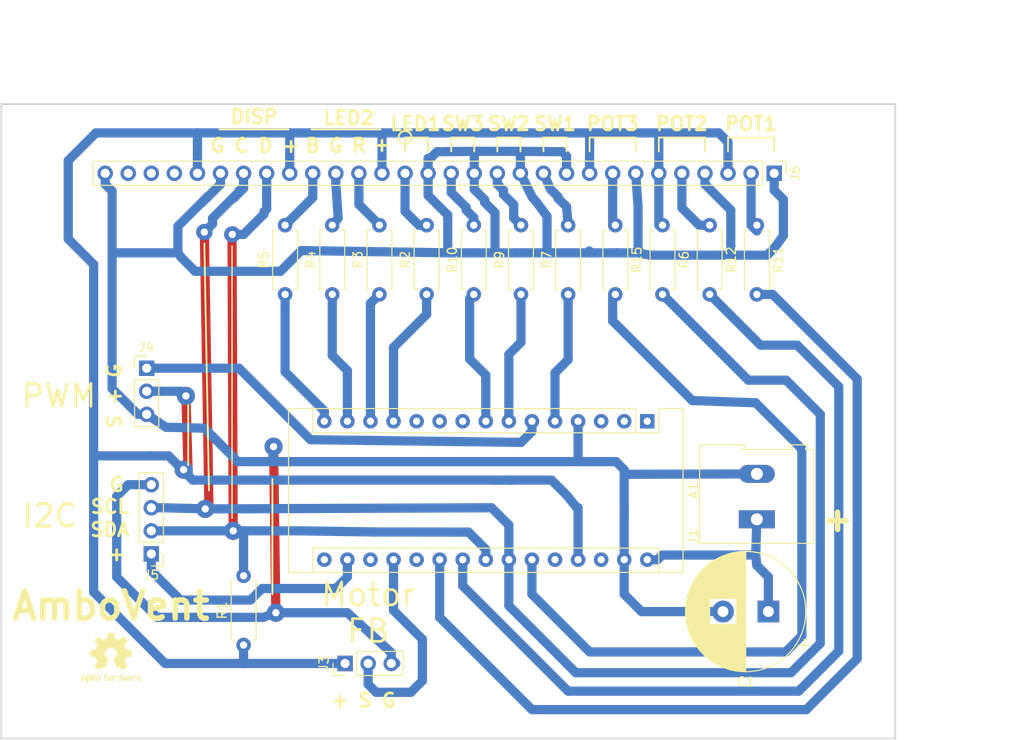
<source format=kicad_pcb>
(kicad_pcb (version 20171130) (host pcbnew "(5.1.5)-3")

  (general
    (thickness 1.6)
    (drawings 59)
    (tracks 298)
    (zones 0)
    (modules 24)
    (nets 43)
  )

  (page A4)
  (layers
    (0 F.Cu signal)
    (31 B.Cu signal)
    (32 B.Adhes user hide)
    (33 F.Adhes user)
    (34 B.Paste user)
    (35 F.Paste user)
    (36 B.SilkS user)
    (37 F.SilkS user)
    (38 B.Mask user)
    (39 F.Mask user)
    (40 Dwgs.User user)
    (41 Cmts.User user)
    (42 Eco1.User user)
    (43 Eco2.User user)
    (44 Edge.Cuts user)
    (45 Margin user)
    (46 B.CrtYd user hide)
    (47 F.CrtYd user hide)
    (48 B.Fab user hide)
    (49 F.Fab user hide)
  )

  (setup
    (last_trace_width 1.016)
    (trace_clearance 0.7)
    (zone_clearance 0.508)
    (zone_45_only no)
    (trace_min 0.2)
    (via_size 0.8)
    (via_drill 0.4)
    (via_min_size 0.4)
    (via_min_drill 0.3)
    (uvia_size 0.3)
    (uvia_drill 0.1)
    (uvias_allowed no)
    (uvia_min_size 0.2)
    (uvia_min_drill 0.1)
    (edge_width 0.15)
    (segment_width 0.2)
    (pcb_text_width 0.3)
    (pcb_text_size 1.5 1.5)
    (mod_edge_width 0.15)
    (mod_text_size 1 1)
    (mod_text_width 0.15)
    (pad_size 2.667 2.667)
    (pad_drill 1.3)
    (pad_to_mask_clearance 0.051)
    (solder_mask_min_width 0.25)
    (aux_axis_origin 0 0)
    (visible_elements 7FFFFFFF)
    (pcbplotparams
      (layerselection 0x02020_7fffffff)
      (usegerberextensions false)
      (usegerberattributes false)
      (usegerberadvancedattributes false)
      (creategerberjobfile false)
      (excludeedgelayer true)
      (linewidth 0.100000)
      (plotframeref false)
      (viasonmask false)
      (mode 1)
      (useauxorigin false)
      (hpglpennumber 1)
      (hpglpenspeed 20)
      (hpglpendiameter 15.000000)
      (psnegative false)
      (psa4output false)
      (plotreference true)
      (plotvalue true)
      (plotinvisibletext false)
      (padsonsilk false)
      (subtractmaskfromsilk false)
      (outputformat 4)
      (mirror false)
      (drillshape 0)
      (scaleselection 1)
      (outputdirectory "production"))
  )

  (net 0 "")
  (net 1 "Net-(A1-Pad1)")
  (net 2 "Net-(A1-Pad2)")
  (net 3 "Net-(A1-Pad18)")
  (net 4 "Net-(A1-Pad3)")
  (net 5 /MOTOR_FB)
  (net 6 GND)
  (net 7 /ISENSE)
  (net 8 "Net-(A1-Pad5)")
  (net 9 /CT1)
  (net 10 /MOTOR_PWM)
  (net 11 /CT2)
  (net 12 "Net-(A1-Pad7)")
  (net 13 "Net-(A1-Pad8)")
  (net 14 "Net-(A1-Pad9)")
  (net 15 "Net-(A1-Pad25)")
  (net 16 "Net-(A1-Pad10)")
  (net 17 "Net-(A1-Pad26)")
  (net 18 "Net-(A1-Pad11)")
  (net 19 +5V)
  (net 20 "Net-(A1-Pad12)")
  (net 21 "Net-(A1-Pad28)")
  (net 22 "Net-(A1-Pad13)")
  (net 23 "Net-(A1-Pad14)")
  (net 24 "Net-(A1-Pad15)")
  (net 25 "Net-(A1-Pad16)")
  (net 26 "Net-(A1-Pad21)")
  (net 27 "Net-(A1-Pad22)")
  (net 28 /SDA)
  (net 29 /SCL)
  (net 30 "Net-(A1-Pad30)")
  (net 31 /CT3)
  (net 32 /SW1)
  (net 33 /SW2)
  (net 34 /SW3)
  (net 35 /LED1)
  (net 36 /LED2_R)
  (net 37 /LED2_G)
  (net 38 /LED2_B)
  (net 39 +3V3)
  (net 40 "Net-(J6-Pad27)")
  (net 41 "Net-(J6-Pad28)")
  (net 42 "Net-(J6-Pad29)")

  (net_class Default "This is the default net class."
    (clearance 0.7)
    (trace_width 1.016)
    (via_dia 0.8)
    (via_drill 0.4)
    (uvia_dia 0.3)
    (uvia_drill 0.1)
    (add_net +3V3)
    (add_net +5V)
    (add_net /CT1)
    (add_net /CT2)
    (add_net /CT3)
    (add_net /ISENSE)
    (add_net /LED1)
    (add_net /LED2_B)
    (add_net /LED2_G)
    (add_net /LED2_R)
    (add_net /MOTOR_FB)
    (add_net /MOTOR_PWM)
    (add_net /SCL)
    (add_net /SDA)
    (add_net /SW1)
    (add_net /SW2)
    (add_net /SW3)
    (add_net GND)
    (add_net "Net-(A1-Pad1)")
    (add_net "Net-(A1-Pad10)")
    (add_net "Net-(A1-Pad11)")
    (add_net "Net-(A1-Pad12)")
    (add_net "Net-(A1-Pad13)")
    (add_net "Net-(A1-Pad14)")
    (add_net "Net-(A1-Pad15)")
    (add_net "Net-(A1-Pad16)")
    (add_net "Net-(A1-Pad18)")
    (add_net "Net-(A1-Pad2)")
    (add_net "Net-(A1-Pad21)")
    (add_net "Net-(A1-Pad22)")
    (add_net "Net-(A1-Pad25)")
    (add_net "Net-(A1-Pad26)")
    (add_net "Net-(A1-Pad28)")
    (add_net "Net-(A1-Pad3)")
    (add_net "Net-(A1-Pad30)")
    (add_net "Net-(A1-Pad5)")
    (add_net "Net-(A1-Pad7)")
    (add_net "Net-(A1-Pad8)")
    (add_net "Net-(A1-Pad9)")
    (add_net "Net-(J6-Pad27)")
    (add_net "Net-(J6-Pad28)")
    (add_net "Net-(J6-Pad29)")
  )

  (module Module:Arduino_Nano (layer F.Cu) (tedit 5E8C64D1) (tstamp 5E7E2A1C)
    (at 128.27 90.17 270)
    (descr "Arduino Nano, http://www.mouser.com/pdfdocs/Gravitech_Arduino_Nano3_0.pdf")
    (tags "Arduino Nano")
    (path /5E77D826)
    (fp_text reference A1 (at 7.62 -5.08 270) (layer F.SilkS)
      (effects (font (size 1 1) (thickness 0.15)))
    )
    (fp_text value Arduino_Nano_v3.x (at 8.89 19.05) (layer F.Fab)
      (effects (font (size 1 1) (thickness 0.15)))
    )
    (fp_line (start 16.75 42.16) (end -1.53 42.16) (layer F.CrtYd) (width 0.05))
    (fp_line (start 16.75 42.16) (end 16.75 -4.06) (layer F.CrtYd) (width 0.05))
    (fp_line (start -1.53 -4.06) (end -1.53 42.16) (layer F.CrtYd) (width 0.05))
    (fp_line (start -1.53 -4.06) (end 16.75 -4.06) (layer F.CrtYd) (width 0.05))
    (fp_line (start 16.51 -3.81) (end 16.51 39.37) (layer F.Fab) (width 0.1))
    (fp_line (start 0 -3.81) (end 16.51 -3.81) (layer F.Fab) (width 0.1))
    (fp_line (start -1.27 -2.54) (end 0 -3.81) (layer F.Fab) (width 0.1))
    (fp_line (start -1.27 39.37) (end -1.27 -2.54) (layer F.Fab) (width 0.1))
    (fp_line (start 16.51 39.37) (end -1.27 39.37) (layer F.Fab) (width 0.1))
    (fp_line (start 16.64 -3.94) (end -1.4 -3.94) (layer F.SilkS) (width 0.12))
    (fp_line (start 16.64 39.5) (end 16.64 -3.94) (layer F.SilkS) (width 0.12))
    (fp_line (start -1.4 39.5) (end 16.64 39.5) (layer F.SilkS) (width 0.12))
    (fp_line (start 3.81 41.91) (end 3.81 31.75) (layer F.Fab) (width 0.1))
    (fp_line (start 11.43 41.91) (end 3.81 41.91) (layer F.Fab) (width 0.1))
    (fp_line (start 11.43 31.75) (end 11.43 41.91) (layer F.Fab) (width 0.1))
    (fp_line (start 3.81 31.75) (end 11.43 31.75) (layer F.Fab) (width 0.1))
    (fp_line (start 1.27 36.83) (end -1.4 36.83) (layer F.SilkS) (width 0.12))
    (fp_line (start 1.27 1.27) (end 1.27 36.83) (layer F.SilkS) (width 0.12))
    (fp_line (start 1.27 1.27) (end -1.4 1.27) (layer F.SilkS) (width 0.12))
    (fp_line (start 13.97 36.83) (end 16.64 36.83) (layer F.SilkS) (width 0.12))
    (fp_line (start 13.97 -1.27) (end 13.97 36.83) (layer F.SilkS) (width 0.12))
    (fp_line (start 13.97 -1.27) (end 16.64 -1.27) (layer F.SilkS) (width 0.12))
    (fp_line (start -1.4 -3.94) (end -1.4 -1.27) (layer F.SilkS) (width 0.12))
    (fp_line (start -1.4 1.27) (end -1.4 39.5) (layer F.SilkS) (width 0.12))
    (fp_line (start 1.27 -1.27) (end -1.4 -1.27) (layer F.SilkS) (width 0.12))
    (fp_line (start 1.27 1.27) (end 1.27 -1.27) (layer F.SilkS) (width 0.12))
    (fp_text user %R (at 6.35 19.05) (layer F.Fab)
      (effects (font (size 1 1) (thickness 0.15)))
    )
    (pad 16 thru_hole oval (at 15.24 35.56 270) (size 1.6 1.6) (drill 0.8) (layers *.Cu *.Mask)
      (net 25 "Net-(A1-Pad16)"))
    (pad 15 thru_hole oval (at 0 35.56 270) (size 1.6 1.6) (drill 0.8) (layers *.Cu *.Mask)
      (net 24 "Net-(A1-Pad15)"))
    (pad 30 thru_hole oval (at 15.24 0 270) (size 1.6 1.6) (drill 0.8) (layers *.Cu *.Mask)
      (net 30 "Net-(A1-Pad30)"))
    (pad 14 thru_hole oval (at 0 33.02 270) (size 1.6 1.6) (drill 0.8) (layers *.Cu *.Mask)
      (net 23 "Net-(A1-Pad14)"))
    (pad 29 thru_hole oval (at 15.24 2.54 270) (size 1.6 1.6) (drill 0.8) (layers *.Cu *.Mask)
      (net 6 GND))
    (pad 13 thru_hole oval (at 0 30.48 270) (size 1.6 1.6) (drill 0.8) (layers *.Cu *.Mask)
      (net 22 "Net-(A1-Pad13)"))
    (pad 28 thru_hole oval (at 15.24 5.08 270) (size 1.6 1.6) (drill 0.8) (layers *.Cu *.Mask)
      (net 21 "Net-(A1-Pad28)"))
    (pad 12 thru_hole oval (at 0 27.94 270) (size 1.6 1.6) (drill 0.8) (layers *.Cu *.Mask)
      (net 20 "Net-(A1-Pad12)"))
    (pad 27 thru_hole oval (at 15.24 7.62 270) (size 1.6 1.6) (drill 0.8) (layers *.Cu *.Mask)
      (net 19 +5V))
    (pad 11 thru_hole oval (at 0 25.4 270) (size 1.6 1.6) (drill 0.8) (layers *.Cu *.Mask)
      (net 18 "Net-(A1-Pad11)"))
    (pad 26 thru_hole oval (at 15.24 10.16 270) (size 1.6 1.6) (drill 0.8) (layers *.Cu *.Mask)
      (net 17 "Net-(A1-Pad26)"))
    (pad 10 thru_hole oval (at 0 22.86 270) (size 1.6 1.6) (drill 0.8) (layers *.Cu *.Mask)
      (net 16 "Net-(A1-Pad10)"))
    (pad 25 thru_hole oval (at 15.24 12.7 270) (size 1.6 1.6) (drill 0.8) (layers *.Cu *.Mask)
      (net 15 "Net-(A1-Pad25)"))
    (pad 9 thru_hole oval (at 0 20.32 270) (size 1.6 1.6) (drill 0.8) (layers *.Cu *.Mask)
      (net 14 "Net-(A1-Pad9)"))
    (pad 24 thru_hole oval (at 15.24 15.24 270) (size 1.6 1.6) (drill 0.8) (layers *.Cu *.Mask)
      (net 29 /SCL))
    (pad 8 thru_hole oval (at 0 17.78 270) (size 1.6 1.6) (drill 0.8) (layers *.Cu *.Mask)
      (net 13 "Net-(A1-Pad8)"))
    (pad 23 thru_hole oval (at 15.24 17.78 270) (size 1.6 1.6) (drill 0.8) (layers *.Cu *.Mask)
      (net 28 /SDA))
    (pad 7 thru_hole oval (at 0 15.24 270) (size 1.6 1.6) (drill 0.8) (layers *.Cu *.Mask)
      (net 12 "Net-(A1-Pad7)"))
    (pad 22 thru_hole oval (at 15.24 20.32 270) (size 1.6 1.6) (drill 0.8) (layers *.Cu *.Mask)
      (net 27 "Net-(A1-Pad22)"))
    (pad 6 thru_hole oval (at 0 12.7 270) (size 1.6 1.6) (drill 0.8) (layers *.Cu *.Mask)
      (net 10 /MOTOR_PWM))
    (pad 21 thru_hole oval (at 15.24 22.86 270) (size 1.6 1.6) (drill 0.8) (layers *.Cu *.Mask)
      (net 26 "Net-(A1-Pad21)"))
    (pad 5 thru_hole oval (at 0 10.16 270) (size 1.6 1.6) (drill 0.8) (layers *.Cu *.Mask)
      (net 8 "Net-(A1-Pad5)"))
    (pad 20 thru_hole oval (at 15.24 25.4 270) (size 1.6 1.6) (drill 0.8) (layers *.Cu *.Mask)
      (net 7 /ISENSE))
    (pad 4 thru_hole oval (at 0 7.62 270) (size 1.6 1.6) (drill 0.8) (layers *.Cu *.Mask)
      (net 6 GND))
    (pad 19 thru_hole oval (at 15.24 27.94 270) (size 1.6 1.6) (drill 0.8) (layers *.Cu *.Mask)
      (net 5 /MOTOR_FB))
    (pad 3 thru_hole oval (at 0 5.08 270) (size 1.6 1.6) (drill 0.8) (layers *.Cu *.Mask)
      (net 4 "Net-(A1-Pad3)"))
    (pad 18 thru_hole oval (at 15.24 30.48 270) (size 1.6 1.6) (drill 0.8) (layers *.Cu *.Mask)
      (net 3 "Net-(A1-Pad18)"))
    (pad 2 thru_hole oval (at 0 2.54 270) (size 1.6 1.6) (drill 0.8) (layers *.Cu *.Mask)
      (net 2 "Net-(A1-Pad2)"))
    (pad 17 thru_hole oval (at 15.24 33.02 270) (size 1.6 1.6) (drill 0.8) (layers *.Cu *.Mask)
      (net 39 +3V3))
    (pad 1 thru_hole rect (at 0 0 270) (size 1.6 1.6) (drill 0.8) (layers *.Cu *.Mask)
      (net 1 "Net-(A1-Pad1)"))
    (model "${KISYS3DMOD}/arie_3d/User Library-Arduino nano-1.step"
      (offset (xyz 7.8 -17.8 2))
      (scale (xyz 1 1 1))
      (rotate (xyz -90 0 0))
    )
  )

  (module TerminalBlock:TerminalBlock_Altech_AK300-2_P5.00mm (layer F.Cu) (tedit 59FF0306) (tstamp 5E84944B)
    (at 140.335 100.965 90)
    (descr "Altech AK300 terminal block, pitch 5.0mm, 45 degree angled, see http://www.mouser.com/ds/2/16/PCBMETRC-24178.pdf")
    (tags "Altech AK300 terminal block pitch 5.0mm")
    (path /5E7A6AC8)
    (fp_text reference J1 (at -1.92 -6.99 90) (layer F.SilkS)
      (effects (font (size 1 1) (thickness 0.15)))
    )
    (fp_text value Conn_01x02 (at 2.78 7.75 90) (layer F.Fab)
      (effects (font (size 1 1) (thickness 0.15)))
    )
    (fp_text user %R (at 2.5 -2 90) (layer F.Fab)
      (effects (font (size 1 1) (thickness 0.15)))
    )
    (fp_line (start -2.65 -6.3) (end -2.65 6.3) (layer F.SilkS) (width 0.12))
    (fp_line (start -2.65 6.3) (end 7.7 6.3) (layer F.SilkS) (width 0.12))
    (fp_line (start 7.7 6.3) (end 7.7 5.35) (layer F.SilkS) (width 0.12))
    (fp_line (start 7.7 5.35) (end 8.2 5.6) (layer F.SilkS) (width 0.12))
    (fp_line (start 8.2 5.6) (end 8.2 3.7) (layer F.SilkS) (width 0.12))
    (fp_line (start 8.2 3.7) (end 8.2 3.65) (layer F.SilkS) (width 0.12))
    (fp_line (start 8.2 3.65) (end 7.7 3.9) (layer F.SilkS) (width 0.12))
    (fp_line (start 7.7 3.9) (end 7.7 -1.5) (layer F.SilkS) (width 0.12))
    (fp_line (start 7.7 -1.5) (end 8.2 -1.2) (layer F.SilkS) (width 0.12))
    (fp_line (start 8.2 -1.2) (end 8.2 -6.3) (layer F.SilkS) (width 0.12))
    (fp_line (start 8.2 -6.3) (end -2.65 -6.3) (layer F.SilkS) (width 0.12))
    (fp_line (start -1.26 2.54) (end 1.28 2.54) (layer F.Fab) (width 0.1))
    (fp_line (start 1.28 2.54) (end 1.28 -0.25) (layer F.Fab) (width 0.1))
    (fp_line (start -1.26 -0.25) (end 1.28 -0.25) (layer F.Fab) (width 0.1))
    (fp_line (start -1.26 2.54) (end -1.26 -0.25) (layer F.Fab) (width 0.1))
    (fp_line (start 3.74 2.54) (end 6.28 2.54) (layer F.Fab) (width 0.1))
    (fp_line (start 6.28 2.54) (end 6.28 -0.25) (layer F.Fab) (width 0.1))
    (fp_line (start 3.74 -0.25) (end 6.28 -0.25) (layer F.Fab) (width 0.1))
    (fp_line (start 3.74 2.54) (end 3.74 -0.25) (layer F.Fab) (width 0.1))
    (fp_line (start 7.61 -6.22) (end 7.61 -3.17) (layer F.Fab) (width 0.1))
    (fp_line (start 7.61 -6.22) (end -2.58 -6.22) (layer F.Fab) (width 0.1))
    (fp_line (start 7.61 -6.22) (end 8.11 -6.22) (layer F.Fab) (width 0.1))
    (fp_line (start 8.11 -6.22) (end 8.11 -1.4) (layer F.Fab) (width 0.1))
    (fp_line (start 8.11 -1.4) (end 7.61 -1.65) (layer F.Fab) (width 0.1))
    (fp_line (start 8.11 5.46) (end 7.61 5.21) (layer F.Fab) (width 0.1))
    (fp_line (start 7.61 5.21) (end 7.61 6.22) (layer F.Fab) (width 0.1))
    (fp_line (start 8.11 3.81) (end 7.61 4.06) (layer F.Fab) (width 0.1))
    (fp_line (start 7.61 4.06) (end 7.61 5.21) (layer F.Fab) (width 0.1))
    (fp_line (start 8.11 3.81) (end 8.11 5.46) (layer F.Fab) (width 0.1))
    (fp_line (start 2.98 6.22) (end 2.98 4.32) (layer F.Fab) (width 0.1))
    (fp_line (start 7.05 -0.25) (end 7.05 4.32) (layer F.Fab) (width 0.1))
    (fp_line (start 2.98 6.22) (end 7.05 6.22) (layer F.Fab) (width 0.1))
    (fp_line (start 7.05 6.22) (end 7.61 6.22) (layer F.Fab) (width 0.1))
    (fp_line (start 2.04 6.22) (end 2.04 4.32) (layer F.Fab) (width 0.1))
    (fp_line (start 2.04 6.22) (end 2.98 6.22) (layer F.Fab) (width 0.1))
    (fp_line (start -2.02 -0.25) (end -2.02 4.32) (layer F.Fab) (width 0.1))
    (fp_line (start -2.58 6.22) (end -2.02 6.22) (layer F.Fab) (width 0.1))
    (fp_line (start -2.02 6.22) (end 2.04 6.22) (layer F.Fab) (width 0.1))
    (fp_line (start 2.98 4.32) (end 7.05 4.32) (layer F.Fab) (width 0.1))
    (fp_line (start 2.98 4.32) (end 2.98 -0.25) (layer F.Fab) (width 0.1))
    (fp_line (start 7.05 4.32) (end 7.05 6.22) (layer F.Fab) (width 0.1))
    (fp_line (start 2.04 4.32) (end -2.02 4.32) (layer F.Fab) (width 0.1))
    (fp_line (start 2.04 4.32) (end 2.04 -0.25) (layer F.Fab) (width 0.1))
    (fp_line (start -2.02 4.32) (end -2.02 6.22) (layer F.Fab) (width 0.1))
    (fp_line (start 6.67 3.68) (end 6.67 0.51) (layer F.Fab) (width 0.1))
    (fp_line (start 6.67 3.68) (end 3.36 3.68) (layer F.Fab) (width 0.1))
    (fp_line (start 3.36 3.68) (end 3.36 0.51) (layer F.Fab) (width 0.1))
    (fp_line (start 1.66 3.68) (end 1.66 0.51) (layer F.Fab) (width 0.1))
    (fp_line (start 1.66 3.68) (end -1.64 3.68) (layer F.Fab) (width 0.1))
    (fp_line (start -1.64 3.68) (end -1.64 0.51) (layer F.Fab) (width 0.1))
    (fp_line (start -1.64 0.51) (end -1.26 0.51) (layer F.Fab) (width 0.1))
    (fp_line (start 1.66 0.51) (end 1.28 0.51) (layer F.Fab) (width 0.1))
    (fp_line (start 3.36 0.51) (end 3.74 0.51) (layer F.Fab) (width 0.1))
    (fp_line (start 6.67 0.51) (end 6.28 0.51) (layer F.Fab) (width 0.1))
    (fp_line (start -2.58 6.22) (end -2.58 -0.64) (layer F.Fab) (width 0.1))
    (fp_line (start -2.58 -0.64) (end -2.58 -3.17) (layer F.Fab) (width 0.1))
    (fp_line (start 7.61 -1.65) (end 7.61 -0.64) (layer F.Fab) (width 0.1))
    (fp_line (start 7.61 -0.64) (end 7.61 4.06) (layer F.Fab) (width 0.1))
    (fp_line (start -2.58 -3.17) (end 7.61 -3.17) (layer F.Fab) (width 0.1))
    (fp_line (start -2.58 -3.17) (end -2.58 -6.22) (layer F.Fab) (width 0.1))
    (fp_line (start 7.61 -3.17) (end 7.61 -1.65) (layer F.Fab) (width 0.1))
    (fp_line (start 2.98 -3.43) (end 2.98 -5.97) (layer F.Fab) (width 0.1))
    (fp_line (start 2.98 -5.97) (end 7.05 -5.97) (layer F.Fab) (width 0.1))
    (fp_line (start 7.05 -5.97) (end 7.05 -3.43) (layer F.Fab) (width 0.1))
    (fp_line (start 7.05 -3.43) (end 2.98 -3.43) (layer F.Fab) (width 0.1))
    (fp_line (start 2.04 -3.43) (end 2.04 -5.97) (layer F.Fab) (width 0.1))
    (fp_line (start 2.04 -3.43) (end -2.02 -3.43) (layer F.Fab) (width 0.1))
    (fp_line (start -2.02 -3.43) (end -2.02 -5.97) (layer F.Fab) (width 0.1))
    (fp_line (start 2.04 -5.97) (end -2.02 -5.97) (layer F.Fab) (width 0.1))
    (fp_line (start 3.39 -4.45) (end 6.44 -5.08) (layer F.Fab) (width 0.1))
    (fp_line (start 3.52 -4.32) (end 6.56 -4.95) (layer F.Fab) (width 0.1))
    (fp_line (start -1.62 -4.45) (end 1.44 -5.08) (layer F.Fab) (width 0.1))
    (fp_line (start -1.49 -4.32) (end 1.56 -4.95) (layer F.Fab) (width 0.1))
    (fp_line (start -2.02 -0.25) (end -1.64 -0.25) (layer F.Fab) (width 0.1))
    (fp_line (start 2.04 -0.25) (end 1.66 -0.25) (layer F.Fab) (width 0.1))
    (fp_line (start 1.66 -0.25) (end -1.64 -0.25) (layer F.Fab) (width 0.1))
    (fp_line (start -2.58 -0.64) (end -1.64 -0.64) (layer F.Fab) (width 0.1))
    (fp_line (start -1.64 -0.64) (end 1.66 -0.64) (layer F.Fab) (width 0.1))
    (fp_line (start 1.66 -0.64) (end 3.36 -0.64) (layer F.Fab) (width 0.1))
    (fp_line (start 7.61 -0.64) (end 6.67 -0.64) (layer F.Fab) (width 0.1))
    (fp_line (start 6.67 -0.64) (end 3.36 -0.64) (layer F.Fab) (width 0.1))
    (fp_line (start 7.05 -0.25) (end 6.67 -0.25) (layer F.Fab) (width 0.1))
    (fp_line (start 2.98 -0.25) (end 3.36 -0.25) (layer F.Fab) (width 0.1))
    (fp_line (start 3.36 -0.25) (end 6.67 -0.25) (layer F.Fab) (width 0.1))
    (fp_line (start -2.83 -6.47) (end 8.36 -6.47) (layer F.CrtYd) (width 0.05))
    (fp_line (start -2.83 -6.47) (end -2.83 6.47) (layer F.CrtYd) (width 0.05))
    (fp_line (start 8.36 6.47) (end 8.36 -6.47) (layer F.CrtYd) (width 0.05))
    (fp_line (start 8.36 6.47) (end -2.83 6.47) (layer F.CrtYd) (width 0.05))
    (fp_arc (start 6.03 -4.59) (end 6.54 -5.05) (angle 90.5) (layer F.Fab) (width 0.1))
    (fp_arc (start 5.07 -6.07) (end 6.53 -4.12) (angle 75.5) (layer F.Fab) (width 0.1))
    (fp_arc (start 4.99 -3.71) (end 3.39 -5) (angle 100) (layer F.Fab) (width 0.1))
    (fp_arc (start 3.87 -4.65) (end 3.58 -4.13) (angle 104.2) (layer F.Fab) (width 0.1))
    (fp_arc (start 1.03 -4.59) (end 1.53 -5.05) (angle 90.5) (layer F.Fab) (width 0.1))
    (fp_arc (start 0.06 -6.07) (end 1.53 -4.12) (angle 75.5) (layer F.Fab) (width 0.1))
    (fp_arc (start -0.01 -3.71) (end -1.62 -5) (angle 100) (layer F.Fab) (width 0.1))
    (fp_arc (start -1.13 -4.65) (end -1.42 -4.13) (angle 104.2) (layer F.Fab) (width 0.1))
    (pad 1 thru_hole rect (at 0 0 90) (size 1.98 3.96) (drill 1.32) (layers *.Cu *.Mask)
      (net 30 "Net-(A1-Pad30)"))
    (pad 2 thru_hole oval (at 5 0 90) (size 1.98 3.96) (drill 1.32) (layers *.Cu *.Mask)
      (net 6 GND))
    (model ${KISYS3DMOD}/TerminalBlock.3dshapes/TerminalBlock_Altech_AK300-2_P5.00mm.wrl
      (at (xyz 0 0 0))
      (scale (xyz 1 1 1))
      (rotate (xyz 0 0 0))
    )
  )

  (module MountingHole:MountingHole_3.2mm_M3 (layer F.Cu) (tedit 56D1B4CB) (tstamp 5E92066C)
    (at 60.96 120.65)
    (descr "Mounting Hole 3.2mm, no annular, M3")
    (tags "mounting hole 3.2mm no annular m3")
    (path /5E8469D2)
    (attr virtual)
    (fp_text reference H1 (at 0 -4.2) (layer F.SilkS) hide
      (effects (font (size 1 1) (thickness 0.15)))
    )
    (fp_text value MountingHole (at 0 4.2) (layer F.Fab)
      (effects (font (size 1 1) (thickness 0.15)))
    )
    (fp_text user %R (at 0.3 0) (layer F.Fab)
      (effects (font (size 1 1) (thickness 0.15)))
    )
    (fp_circle (center 0 0) (end 3.2 0) (layer Cmts.User) (width 0.15))
    (fp_circle (center 0 0) (end 3.45 0) (layer F.CrtYd) (width 0.05))
    (pad 1 np_thru_hole circle (at 0 0) (size 3.2 3.2) (drill 3.2) (layers *.Cu *.Mask))
  )

  (module MountingHole:MountingHole_3.2mm_M3 (layer F.Cu) (tedit 56D1B4CB) (tstamp 5E920674)
    (at 152.4 121.285)
    (descr "Mounting Hole 3.2mm, no annular, M3")
    (tags "mounting hole 3.2mm no annular m3")
    (path /5E846AF4)
    (attr virtual)
    (fp_text reference H2 (at 0 -4.2) (layer F.SilkS) hide
      (effects (font (size 1 1) (thickness 0.15)))
    )
    (fp_text value MountingHole (at 0 4.2) (layer F.Fab)
      (effects (font (size 1 1) (thickness 0.15)))
    )
    (fp_circle (center 0 0) (end 3.45 0) (layer F.CrtYd) (width 0.05))
    (fp_circle (center 0 0) (end 3.2 0) (layer Cmts.User) (width 0.15))
    (fp_text user %R (at 0.3 0) (layer F.Fab)
      (effects (font (size 1 1) (thickness 0.15)))
    )
    (pad 1 np_thru_hole circle (at 0 0) (size 3.2 3.2) (drill 3.2) (layers *.Cu *.Mask))
  )

  (module MountingHole:MountingHole_3.2mm_M3 (layer F.Cu) (tedit 56D1B4CB) (tstamp 5E7A6527)
    (at 60.96 59.055)
    (descr "Mounting Hole 3.2mm, no annular, M3")
    (tags "mounting hole 3.2mm no annular m3")
    (path /5E846B4C)
    (attr virtual)
    (fp_text reference H3 (at 0 -4.2) (layer F.SilkS) hide
      (effects (font (size 1 1) (thickness 0.15)))
    )
    (fp_text value MountingHole (at 0 4.2) (layer F.Fab)
      (effects (font (size 1 1) (thickness 0.15)))
    )
    (fp_text user %R (at 0.3 0) (layer F.Fab)
      (effects (font (size 1 1) (thickness 0.15)))
    )
    (fp_circle (center 0 0) (end 3.2 0) (layer Cmts.User) (width 0.15))
    (fp_circle (center 0 0) (end 3.45 0) (layer F.CrtYd) (width 0.05))
    (pad 1 np_thru_hole circle (at 0 0) (size 3.2 3.2) (drill 3.2) (layers *.Cu *.Mask))
  )

  (module MountingHole:MountingHole_3.2mm_M3 (layer F.Cu) (tedit 56D1B4CB) (tstamp 5E920684)
    (at 152.4 59.055)
    (descr "Mounting Hole 3.2mm, no annular, M3")
    (tags "mounting hole 3.2mm no annular m3")
    (path /5E846BB2)
    (attr virtual)
    (fp_text reference H4 (at 0 -4.2) (layer F.SilkS) hide
      (effects (font (size 1 1) (thickness 0.15)))
    )
    (fp_text value MountingHole (at 0 4.2) (layer F.Fab)
      (effects (font (size 1 1) (thickness 0.15)))
    )
    (fp_circle (center 0 0) (end 3.45 0) (layer F.CrtYd) (width 0.05))
    (fp_circle (center 0 0) (end 3.2 0) (layer Cmts.User) (width 0.15))
    (fp_text user %R (at 0.3 0) (layer F.Fab)
      (effects (font (size 1 1) (thickness 0.15)))
    )
    (pad 1 np_thru_hole circle (at 0 0) (size 3.2 3.2) (drill 3.2) (layers *.Cu *.Mask))
  )

  (module Capacitor_THT:CP_Radial_D13.0mm_P5.00mm (layer F.Cu) (tedit 5AE50EF1) (tstamp 5E7E2B18)
    (at 141.605 111.125 180)
    (descr "CP, Radial series, Radial, pin pitch=5.00mm, , diameter=13mm, Electrolytic Capacitor")
    (tags "CP Radial series Radial pin pitch 5.00mm  diameter 13mm Electrolytic Capacitor")
    (path /5E780704)
    (fp_text reference C1 (at 2.5 -7.75 180) (layer F.SilkS)
      (effects (font (size 1 1) (thickness 0.15)))
    )
    (fp_text value CP (at 2.5 7.75 180) (layer F.Fab)
      (effects (font (size 1 1) (thickness 0.15)))
    )
    (fp_circle (center 2.5 0) (end 9 0) (layer F.Fab) (width 0.1))
    (fp_circle (center 2.5 0) (end 9.12 0) (layer F.SilkS) (width 0.12))
    (fp_circle (center 2.5 0) (end 9.25 0) (layer F.CrtYd) (width 0.05))
    (fp_line (start -3.082015 -2.8475) (end -1.782015 -2.8475) (layer F.Fab) (width 0.1))
    (fp_line (start -2.432015 -3.4975) (end -2.432015 -2.1975) (layer F.Fab) (width 0.1))
    (fp_line (start 2.5 -6.58) (end 2.5 6.58) (layer F.SilkS) (width 0.12))
    (fp_line (start 2.54 -6.58) (end 2.54 6.58) (layer F.SilkS) (width 0.12))
    (fp_line (start 2.58 -6.58) (end 2.58 6.58) (layer F.SilkS) (width 0.12))
    (fp_line (start 2.62 -6.579) (end 2.62 6.579) (layer F.SilkS) (width 0.12))
    (fp_line (start 2.66 -6.579) (end 2.66 6.579) (layer F.SilkS) (width 0.12))
    (fp_line (start 2.7 -6.577) (end 2.7 6.577) (layer F.SilkS) (width 0.12))
    (fp_line (start 2.74 -6.576) (end 2.74 6.576) (layer F.SilkS) (width 0.12))
    (fp_line (start 2.78 -6.575) (end 2.78 6.575) (layer F.SilkS) (width 0.12))
    (fp_line (start 2.82 -6.573) (end 2.82 6.573) (layer F.SilkS) (width 0.12))
    (fp_line (start 2.86 -6.571) (end 2.86 6.571) (layer F.SilkS) (width 0.12))
    (fp_line (start 2.9 -6.568) (end 2.9 6.568) (layer F.SilkS) (width 0.12))
    (fp_line (start 2.94 -6.566) (end 2.94 6.566) (layer F.SilkS) (width 0.12))
    (fp_line (start 2.98 -6.563) (end 2.98 6.563) (layer F.SilkS) (width 0.12))
    (fp_line (start 3.02 -6.56) (end 3.02 6.56) (layer F.SilkS) (width 0.12))
    (fp_line (start 3.06 -6.557) (end 3.06 6.557) (layer F.SilkS) (width 0.12))
    (fp_line (start 3.1 -6.553) (end 3.1 6.553) (layer F.SilkS) (width 0.12))
    (fp_line (start 3.14 -6.549) (end 3.14 6.549) (layer F.SilkS) (width 0.12))
    (fp_line (start 3.18 -6.545) (end 3.18 6.545) (layer F.SilkS) (width 0.12))
    (fp_line (start 3.221 -6.541) (end 3.221 6.541) (layer F.SilkS) (width 0.12))
    (fp_line (start 3.261 -6.537) (end 3.261 6.537) (layer F.SilkS) (width 0.12))
    (fp_line (start 3.301 -6.532) (end 3.301 6.532) (layer F.SilkS) (width 0.12))
    (fp_line (start 3.341 -6.527) (end 3.341 6.527) (layer F.SilkS) (width 0.12))
    (fp_line (start 3.381 -6.522) (end 3.381 6.522) (layer F.SilkS) (width 0.12))
    (fp_line (start 3.421 -6.516) (end 3.421 6.516) (layer F.SilkS) (width 0.12))
    (fp_line (start 3.461 -6.511) (end 3.461 6.511) (layer F.SilkS) (width 0.12))
    (fp_line (start 3.501 -6.505) (end 3.501 6.505) (layer F.SilkS) (width 0.12))
    (fp_line (start 3.541 -6.498) (end 3.541 6.498) (layer F.SilkS) (width 0.12))
    (fp_line (start 3.581 -6.492) (end 3.581 -1.44) (layer F.SilkS) (width 0.12))
    (fp_line (start 3.581 1.44) (end 3.581 6.492) (layer F.SilkS) (width 0.12))
    (fp_line (start 3.621 -6.485) (end 3.621 -1.44) (layer F.SilkS) (width 0.12))
    (fp_line (start 3.621 1.44) (end 3.621 6.485) (layer F.SilkS) (width 0.12))
    (fp_line (start 3.661 -6.478) (end 3.661 -1.44) (layer F.SilkS) (width 0.12))
    (fp_line (start 3.661 1.44) (end 3.661 6.478) (layer F.SilkS) (width 0.12))
    (fp_line (start 3.701 -6.471) (end 3.701 -1.44) (layer F.SilkS) (width 0.12))
    (fp_line (start 3.701 1.44) (end 3.701 6.471) (layer F.SilkS) (width 0.12))
    (fp_line (start 3.741 -6.463) (end 3.741 -1.44) (layer F.SilkS) (width 0.12))
    (fp_line (start 3.741 1.44) (end 3.741 6.463) (layer F.SilkS) (width 0.12))
    (fp_line (start 3.781 -6.456) (end 3.781 -1.44) (layer F.SilkS) (width 0.12))
    (fp_line (start 3.781 1.44) (end 3.781 6.456) (layer F.SilkS) (width 0.12))
    (fp_line (start 3.821 -6.448) (end 3.821 -1.44) (layer F.SilkS) (width 0.12))
    (fp_line (start 3.821 1.44) (end 3.821 6.448) (layer F.SilkS) (width 0.12))
    (fp_line (start 3.861 -6.439) (end 3.861 -1.44) (layer F.SilkS) (width 0.12))
    (fp_line (start 3.861 1.44) (end 3.861 6.439) (layer F.SilkS) (width 0.12))
    (fp_line (start 3.901 -6.431) (end 3.901 -1.44) (layer F.SilkS) (width 0.12))
    (fp_line (start 3.901 1.44) (end 3.901 6.431) (layer F.SilkS) (width 0.12))
    (fp_line (start 3.941 -6.422) (end 3.941 -1.44) (layer F.SilkS) (width 0.12))
    (fp_line (start 3.941 1.44) (end 3.941 6.422) (layer F.SilkS) (width 0.12))
    (fp_line (start 3.981 -6.413) (end 3.981 -1.44) (layer F.SilkS) (width 0.12))
    (fp_line (start 3.981 1.44) (end 3.981 6.413) (layer F.SilkS) (width 0.12))
    (fp_line (start 4.021 -6.404) (end 4.021 -1.44) (layer F.SilkS) (width 0.12))
    (fp_line (start 4.021 1.44) (end 4.021 6.404) (layer F.SilkS) (width 0.12))
    (fp_line (start 4.061 -6.394) (end 4.061 -1.44) (layer F.SilkS) (width 0.12))
    (fp_line (start 4.061 1.44) (end 4.061 6.394) (layer F.SilkS) (width 0.12))
    (fp_line (start 4.101 -6.384) (end 4.101 -1.44) (layer F.SilkS) (width 0.12))
    (fp_line (start 4.101 1.44) (end 4.101 6.384) (layer F.SilkS) (width 0.12))
    (fp_line (start 4.141 -6.374) (end 4.141 -1.44) (layer F.SilkS) (width 0.12))
    (fp_line (start 4.141 1.44) (end 4.141 6.374) (layer F.SilkS) (width 0.12))
    (fp_line (start 4.181 -6.364) (end 4.181 -1.44) (layer F.SilkS) (width 0.12))
    (fp_line (start 4.181 1.44) (end 4.181 6.364) (layer F.SilkS) (width 0.12))
    (fp_line (start 4.221 -6.353) (end 4.221 -1.44) (layer F.SilkS) (width 0.12))
    (fp_line (start 4.221 1.44) (end 4.221 6.353) (layer F.SilkS) (width 0.12))
    (fp_line (start 4.261 -6.342) (end 4.261 -1.44) (layer F.SilkS) (width 0.12))
    (fp_line (start 4.261 1.44) (end 4.261 6.342) (layer F.SilkS) (width 0.12))
    (fp_line (start 4.301 -6.331) (end 4.301 -1.44) (layer F.SilkS) (width 0.12))
    (fp_line (start 4.301 1.44) (end 4.301 6.331) (layer F.SilkS) (width 0.12))
    (fp_line (start 4.341 -6.32) (end 4.341 -1.44) (layer F.SilkS) (width 0.12))
    (fp_line (start 4.341 1.44) (end 4.341 6.32) (layer F.SilkS) (width 0.12))
    (fp_line (start 4.381 -6.308) (end 4.381 -1.44) (layer F.SilkS) (width 0.12))
    (fp_line (start 4.381 1.44) (end 4.381 6.308) (layer F.SilkS) (width 0.12))
    (fp_line (start 4.421 -6.296) (end 4.421 -1.44) (layer F.SilkS) (width 0.12))
    (fp_line (start 4.421 1.44) (end 4.421 6.296) (layer F.SilkS) (width 0.12))
    (fp_line (start 4.461 -6.284) (end 4.461 -1.44) (layer F.SilkS) (width 0.12))
    (fp_line (start 4.461 1.44) (end 4.461 6.284) (layer F.SilkS) (width 0.12))
    (fp_line (start 4.501 -6.271) (end 4.501 -1.44) (layer F.SilkS) (width 0.12))
    (fp_line (start 4.501 1.44) (end 4.501 6.271) (layer F.SilkS) (width 0.12))
    (fp_line (start 4.541 -6.258) (end 4.541 -1.44) (layer F.SilkS) (width 0.12))
    (fp_line (start 4.541 1.44) (end 4.541 6.258) (layer F.SilkS) (width 0.12))
    (fp_line (start 4.581 -6.245) (end 4.581 -1.44) (layer F.SilkS) (width 0.12))
    (fp_line (start 4.581 1.44) (end 4.581 6.245) (layer F.SilkS) (width 0.12))
    (fp_line (start 4.621 -6.232) (end 4.621 -1.44) (layer F.SilkS) (width 0.12))
    (fp_line (start 4.621 1.44) (end 4.621 6.232) (layer F.SilkS) (width 0.12))
    (fp_line (start 4.661 -6.218) (end 4.661 -1.44) (layer F.SilkS) (width 0.12))
    (fp_line (start 4.661 1.44) (end 4.661 6.218) (layer F.SilkS) (width 0.12))
    (fp_line (start 4.701 -6.204) (end 4.701 -1.44) (layer F.SilkS) (width 0.12))
    (fp_line (start 4.701 1.44) (end 4.701 6.204) (layer F.SilkS) (width 0.12))
    (fp_line (start 4.741 -6.19) (end 4.741 -1.44) (layer F.SilkS) (width 0.12))
    (fp_line (start 4.741 1.44) (end 4.741 6.19) (layer F.SilkS) (width 0.12))
    (fp_line (start 4.781 -6.175) (end 4.781 -1.44) (layer F.SilkS) (width 0.12))
    (fp_line (start 4.781 1.44) (end 4.781 6.175) (layer F.SilkS) (width 0.12))
    (fp_line (start 4.821 -6.161) (end 4.821 -1.44) (layer F.SilkS) (width 0.12))
    (fp_line (start 4.821 1.44) (end 4.821 6.161) (layer F.SilkS) (width 0.12))
    (fp_line (start 4.861 -6.146) (end 4.861 -1.44) (layer F.SilkS) (width 0.12))
    (fp_line (start 4.861 1.44) (end 4.861 6.146) (layer F.SilkS) (width 0.12))
    (fp_line (start 4.901 -6.13) (end 4.901 -1.44) (layer F.SilkS) (width 0.12))
    (fp_line (start 4.901 1.44) (end 4.901 6.13) (layer F.SilkS) (width 0.12))
    (fp_line (start 4.941 -6.114) (end 4.941 -1.44) (layer F.SilkS) (width 0.12))
    (fp_line (start 4.941 1.44) (end 4.941 6.114) (layer F.SilkS) (width 0.12))
    (fp_line (start 4.981 -6.098) (end 4.981 -1.44) (layer F.SilkS) (width 0.12))
    (fp_line (start 4.981 1.44) (end 4.981 6.098) (layer F.SilkS) (width 0.12))
    (fp_line (start 5.021 -6.082) (end 5.021 -1.44) (layer F.SilkS) (width 0.12))
    (fp_line (start 5.021 1.44) (end 5.021 6.082) (layer F.SilkS) (width 0.12))
    (fp_line (start 5.061 -6.065) (end 5.061 -1.44) (layer F.SilkS) (width 0.12))
    (fp_line (start 5.061 1.44) (end 5.061 6.065) (layer F.SilkS) (width 0.12))
    (fp_line (start 5.101 -6.049) (end 5.101 -1.44) (layer F.SilkS) (width 0.12))
    (fp_line (start 5.101 1.44) (end 5.101 6.049) (layer F.SilkS) (width 0.12))
    (fp_line (start 5.141 -6.031) (end 5.141 -1.44) (layer F.SilkS) (width 0.12))
    (fp_line (start 5.141 1.44) (end 5.141 6.031) (layer F.SilkS) (width 0.12))
    (fp_line (start 5.181 -6.014) (end 5.181 -1.44) (layer F.SilkS) (width 0.12))
    (fp_line (start 5.181 1.44) (end 5.181 6.014) (layer F.SilkS) (width 0.12))
    (fp_line (start 5.221 -5.996) (end 5.221 -1.44) (layer F.SilkS) (width 0.12))
    (fp_line (start 5.221 1.44) (end 5.221 5.996) (layer F.SilkS) (width 0.12))
    (fp_line (start 5.261 -5.978) (end 5.261 -1.44) (layer F.SilkS) (width 0.12))
    (fp_line (start 5.261 1.44) (end 5.261 5.978) (layer F.SilkS) (width 0.12))
    (fp_line (start 5.301 -5.959) (end 5.301 -1.44) (layer F.SilkS) (width 0.12))
    (fp_line (start 5.301 1.44) (end 5.301 5.959) (layer F.SilkS) (width 0.12))
    (fp_line (start 5.341 -5.94) (end 5.341 -1.44) (layer F.SilkS) (width 0.12))
    (fp_line (start 5.341 1.44) (end 5.341 5.94) (layer F.SilkS) (width 0.12))
    (fp_line (start 5.381 -5.921) (end 5.381 -1.44) (layer F.SilkS) (width 0.12))
    (fp_line (start 5.381 1.44) (end 5.381 5.921) (layer F.SilkS) (width 0.12))
    (fp_line (start 5.421 -5.902) (end 5.421 -1.44) (layer F.SilkS) (width 0.12))
    (fp_line (start 5.421 1.44) (end 5.421 5.902) (layer F.SilkS) (width 0.12))
    (fp_line (start 5.461 -5.882) (end 5.461 -1.44) (layer F.SilkS) (width 0.12))
    (fp_line (start 5.461 1.44) (end 5.461 5.882) (layer F.SilkS) (width 0.12))
    (fp_line (start 5.501 -5.862) (end 5.501 -1.44) (layer F.SilkS) (width 0.12))
    (fp_line (start 5.501 1.44) (end 5.501 5.862) (layer F.SilkS) (width 0.12))
    (fp_line (start 5.541 -5.841) (end 5.541 -1.44) (layer F.SilkS) (width 0.12))
    (fp_line (start 5.541 1.44) (end 5.541 5.841) (layer F.SilkS) (width 0.12))
    (fp_line (start 5.581 -5.82) (end 5.581 -1.44) (layer F.SilkS) (width 0.12))
    (fp_line (start 5.581 1.44) (end 5.581 5.82) (layer F.SilkS) (width 0.12))
    (fp_line (start 5.621 -5.799) (end 5.621 -1.44) (layer F.SilkS) (width 0.12))
    (fp_line (start 5.621 1.44) (end 5.621 5.799) (layer F.SilkS) (width 0.12))
    (fp_line (start 5.661 -5.778) (end 5.661 -1.44) (layer F.SilkS) (width 0.12))
    (fp_line (start 5.661 1.44) (end 5.661 5.778) (layer F.SilkS) (width 0.12))
    (fp_line (start 5.701 -5.756) (end 5.701 -1.44) (layer F.SilkS) (width 0.12))
    (fp_line (start 5.701 1.44) (end 5.701 5.756) (layer F.SilkS) (width 0.12))
    (fp_line (start 5.741 -5.733) (end 5.741 -1.44) (layer F.SilkS) (width 0.12))
    (fp_line (start 5.741 1.44) (end 5.741 5.733) (layer F.SilkS) (width 0.12))
    (fp_line (start 5.781 -5.711) (end 5.781 -1.44) (layer F.SilkS) (width 0.12))
    (fp_line (start 5.781 1.44) (end 5.781 5.711) (layer F.SilkS) (width 0.12))
    (fp_line (start 5.821 -5.688) (end 5.821 -1.44) (layer F.SilkS) (width 0.12))
    (fp_line (start 5.821 1.44) (end 5.821 5.688) (layer F.SilkS) (width 0.12))
    (fp_line (start 5.861 -5.664) (end 5.861 -1.44) (layer F.SilkS) (width 0.12))
    (fp_line (start 5.861 1.44) (end 5.861 5.664) (layer F.SilkS) (width 0.12))
    (fp_line (start 5.901 -5.641) (end 5.901 -1.44) (layer F.SilkS) (width 0.12))
    (fp_line (start 5.901 1.44) (end 5.901 5.641) (layer F.SilkS) (width 0.12))
    (fp_line (start 5.941 -5.617) (end 5.941 -1.44) (layer F.SilkS) (width 0.12))
    (fp_line (start 5.941 1.44) (end 5.941 5.617) (layer F.SilkS) (width 0.12))
    (fp_line (start 5.981 -5.592) (end 5.981 -1.44) (layer F.SilkS) (width 0.12))
    (fp_line (start 5.981 1.44) (end 5.981 5.592) (layer F.SilkS) (width 0.12))
    (fp_line (start 6.021 -5.567) (end 6.021 -1.44) (layer F.SilkS) (width 0.12))
    (fp_line (start 6.021 1.44) (end 6.021 5.567) (layer F.SilkS) (width 0.12))
    (fp_line (start 6.061 -5.542) (end 6.061 -1.44) (layer F.SilkS) (width 0.12))
    (fp_line (start 6.061 1.44) (end 6.061 5.542) (layer F.SilkS) (width 0.12))
    (fp_line (start 6.101 -5.516) (end 6.101 -1.44) (layer F.SilkS) (width 0.12))
    (fp_line (start 6.101 1.44) (end 6.101 5.516) (layer F.SilkS) (width 0.12))
    (fp_line (start 6.141 -5.49) (end 6.141 -1.44) (layer F.SilkS) (width 0.12))
    (fp_line (start 6.141 1.44) (end 6.141 5.49) (layer F.SilkS) (width 0.12))
    (fp_line (start 6.181 -5.463) (end 6.181 -1.44) (layer F.SilkS) (width 0.12))
    (fp_line (start 6.181 1.44) (end 6.181 5.463) (layer F.SilkS) (width 0.12))
    (fp_line (start 6.221 -5.436) (end 6.221 -1.44) (layer F.SilkS) (width 0.12))
    (fp_line (start 6.221 1.44) (end 6.221 5.436) (layer F.SilkS) (width 0.12))
    (fp_line (start 6.261 -5.409) (end 6.261 -1.44) (layer F.SilkS) (width 0.12))
    (fp_line (start 6.261 1.44) (end 6.261 5.409) (layer F.SilkS) (width 0.12))
    (fp_line (start 6.301 -5.381) (end 6.301 -1.44) (layer F.SilkS) (width 0.12))
    (fp_line (start 6.301 1.44) (end 6.301 5.381) (layer F.SilkS) (width 0.12))
    (fp_line (start 6.341 -5.353) (end 6.341 -1.44) (layer F.SilkS) (width 0.12))
    (fp_line (start 6.341 1.44) (end 6.341 5.353) (layer F.SilkS) (width 0.12))
    (fp_line (start 6.381 -5.324) (end 6.381 -1.44) (layer F.SilkS) (width 0.12))
    (fp_line (start 6.381 1.44) (end 6.381 5.324) (layer F.SilkS) (width 0.12))
    (fp_line (start 6.421 -5.295) (end 6.421 -1.44) (layer F.SilkS) (width 0.12))
    (fp_line (start 6.421 1.44) (end 6.421 5.295) (layer F.SilkS) (width 0.12))
    (fp_line (start 6.461 -5.265) (end 6.461 5.265) (layer F.SilkS) (width 0.12))
    (fp_line (start 6.501 -5.235) (end 6.501 5.235) (layer F.SilkS) (width 0.12))
    (fp_line (start 6.541 -5.205) (end 6.541 5.205) (layer F.SilkS) (width 0.12))
    (fp_line (start 6.581 -5.174) (end 6.581 5.174) (layer F.SilkS) (width 0.12))
    (fp_line (start 6.621 -5.142) (end 6.621 5.142) (layer F.SilkS) (width 0.12))
    (fp_line (start 6.661 -5.11) (end 6.661 5.11) (layer F.SilkS) (width 0.12))
    (fp_line (start 6.701 -5.078) (end 6.701 5.078) (layer F.SilkS) (width 0.12))
    (fp_line (start 6.741 -5.044) (end 6.741 5.044) (layer F.SilkS) (width 0.12))
    (fp_line (start 6.781 -5.011) (end 6.781 5.011) (layer F.SilkS) (width 0.12))
    (fp_line (start 6.821 -4.977) (end 6.821 4.977) (layer F.SilkS) (width 0.12))
    (fp_line (start 6.861 -4.942) (end 6.861 4.942) (layer F.SilkS) (width 0.12))
    (fp_line (start 6.901 -4.907) (end 6.901 4.907) (layer F.SilkS) (width 0.12))
    (fp_line (start 6.941 -4.871) (end 6.941 4.871) (layer F.SilkS) (width 0.12))
    (fp_line (start 6.981 -4.834) (end 6.981 4.834) (layer F.SilkS) (width 0.12))
    (fp_line (start 7.021 -4.797) (end 7.021 4.797) (layer F.SilkS) (width 0.12))
    (fp_line (start 7.061 -4.76) (end 7.061 4.76) (layer F.SilkS) (width 0.12))
    (fp_line (start 7.101 -4.721) (end 7.101 4.721) (layer F.SilkS) (width 0.12))
    (fp_line (start 7.141 -4.682) (end 7.141 4.682) (layer F.SilkS) (width 0.12))
    (fp_line (start 7.181 -4.643) (end 7.181 4.643) (layer F.SilkS) (width 0.12))
    (fp_line (start 7.221 -4.602) (end 7.221 4.602) (layer F.SilkS) (width 0.12))
    (fp_line (start 7.261 -4.561) (end 7.261 4.561) (layer F.SilkS) (width 0.12))
    (fp_line (start 7.301 -4.519) (end 7.301 4.519) (layer F.SilkS) (width 0.12))
    (fp_line (start 7.341 -4.477) (end 7.341 4.477) (layer F.SilkS) (width 0.12))
    (fp_line (start 7.381 -4.434) (end 7.381 4.434) (layer F.SilkS) (width 0.12))
    (fp_line (start 7.421 -4.39) (end 7.421 4.39) (layer F.SilkS) (width 0.12))
    (fp_line (start 7.461 -4.345) (end 7.461 4.345) (layer F.SilkS) (width 0.12))
    (fp_line (start 7.501 -4.299) (end 7.501 4.299) (layer F.SilkS) (width 0.12))
    (fp_line (start 7.541 -4.253) (end 7.541 4.253) (layer F.SilkS) (width 0.12))
    (fp_line (start 7.581 -4.205) (end 7.581 4.205) (layer F.SilkS) (width 0.12))
    (fp_line (start 7.621 -4.157) (end 7.621 4.157) (layer F.SilkS) (width 0.12))
    (fp_line (start 7.661 -4.108) (end 7.661 4.108) (layer F.SilkS) (width 0.12))
    (fp_line (start 7.701 -4.057) (end 7.701 4.057) (layer F.SilkS) (width 0.12))
    (fp_line (start 7.741 -4.006) (end 7.741 4.006) (layer F.SilkS) (width 0.12))
    (fp_line (start 7.781 -3.954) (end 7.781 3.954) (layer F.SilkS) (width 0.12))
    (fp_line (start 7.821 -3.9) (end 7.821 3.9) (layer F.SilkS) (width 0.12))
    (fp_line (start 7.861 -3.846) (end 7.861 3.846) (layer F.SilkS) (width 0.12))
    (fp_line (start 7.901 -3.79) (end 7.901 3.79) (layer F.SilkS) (width 0.12))
    (fp_line (start 7.941 -3.733) (end 7.941 3.733) (layer F.SilkS) (width 0.12))
    (fp_line (start 7.981 -3.675) (end 7.981 3.675) (layer F.SilkS) (width 0.12))
    (fp_line (start 8.021 -3.615) (end 8.021 3.615) (layer F.SilkS) (width 0.12))
    (fp_line (start 8.061 -3.554) (end 8.061 3.554) (layer F.SilkS) (width 0.12))
    (fp_line (start 8.101 -3.491) (end 8.101 3.491) (layer F.SilkS) (width 0.12))
    (fp_line (start 8.141 -3.427) (end 8.141 3.427) (layer F.SilkS) (width 0.12))
    (fp_line (start 8.181 -3.361) (end 8.181 3.361) (layer F.SilkS) (width 0.12))
    (fp_line (start 8.221 -3.293) (end 8.221 3.293) (layer F.SilkS) (width 0.12))
    (fp_line (start 8.261 -3.223) (end 8.261 3.223) (layer F.SilkS) (width 0.12))
    (fp_line (start 8.301 -3.152) (end 8.301 3.152) (layer F.SilkS) (width 0.12))
    (fp_line (start 8.341 -3.078) (end 8.341 3.078) (layer F.SilkS) (width 0.12))
    (fp_line (start 8.381 -3.002) (end 8.381 3.002) (layer F.SilkS) (width 0.12))
    (fp_line (start 8.421 -2.923) (end 8.421 2.923) (layer F.SilkS) (width 0.12))
    (fp_line (start 8.461 -2.842) (end 8.461 2.842) (layer F.SilkS) (width 0.12))
    (fp_line (start 8.501 -2.758) (end 8.501 2.758) (layer F.SilkS) (width 0.12))
    (fp_line (start 8.541 -2.67) (end 8.541 2.67) (layer F.SilkS) (width 0.12))
    (fp_line (start 8.581 -2.579) (end 8.581 2.579) (layer F.SilkS) (width 0.12))
    (fp_line (start 8.621 -2.484) (end 8.621 2.484) (layer F.SilkS) (width 0.12))
    (fp_line (start 8.661 -2.385) (end 8.661 2.385) (layer F.SilkS) (width 0.12))
    (fp_line (start 8.701 -2.281) (end 8.701 2.281) (layer F.SilkS) (width 0.12))
    (fp_line (start 8.741 -2.171) (end 8.741 2.171) (layer F.SilkS) (width 0.12))
    (fp_line (start 8.781 -2.055) (end 8.781 2.055) (layer F.SilkS) (width 0.12))
    (fp_line (start 8.821 -1.931) (end 8.821 1.931) (layer F.SilkS) (width 0.12))
    (fp_line (start 8.861 -1.798) (end 8.861 1.798) (layer F.SilkS) (width 0.12))
    (fp_line (start 8.901 -1.653) (end 8.901 1.653) (layer F.SilkS) (width 0.12))
    (fp_line (start 8.941 -1.494) (end 8.941 1.494) (layer F.SilkS) (width 0.12))
    (fp_line (start 8.981 -1.315) (end 8.981 1.315) (layer F.SilkS) (width 0.12))
    (fp_line (start 9.021 -1.107) (end 9.021 1.107) (layer F.SilkS) (width 0.12))
    (fp_line (start 9.061 -0.85) (end 9.061 0.85) (layer F.SilkS) (width 0.12))
    (fp_line (start 9.101 -0.475) (end 9.101 0.475) (layer F.SilkS) (width 0.12))
    (fp_line (start -4.584569 -3.715) (end -3.284569 -3.715) (layer F.SilkS) (width 0.12))
    (fp_line (start -3.934569 -4.365) (end -3.934569 -3.065) (layer F.SilkS) (width 0.12))
    (fp_text user %R (at 2.5 0 180) (layer F.Fab)
      (effects (font (size 1 1) (thickness 0.15)))
    )
    (pad 1 thru_hole rect (at 0 0 180) (size 2.4 2.4) (drill 1.2) (layers *.Cu *.Mask)
      (net 30 "Net-(A1-Pad30)"))
    (pad 2 thru_hole circle (at 5 0 180) (size 2.4 2.4) (drill 1.2) (layers *.Cu *.Mask)
      (net 6 GND))
    (model ${KISYS3DMOD}/Capacitor_THT.3dshapes/CP_Radial_D13.0mm_P5.00mm.wrl
      (at (xyz 0 0 0))
      (scale (xyz 1 1 1))
      (rotate (xyz 0 0 0))
    )
  )

  (module Connector_PinHeader_2.54mm:PinHeader_1x03_P2.54mm_Vertical (layer F.Cu) (tedit 59FED5CC) (tstamp 5E7E2BFD)
    (at 94.996 116.84 90)
    (descr "Through hole straight pin header, 1x03, 2.54mm pitch, single row")
    (tags "Through hole pin header THT 1x03 2.54mm single row")
    (path /5E7AE682)
    (fp_text reference J3 (at 0 -2.33 90) (layer F.SilkS)
      (effects (font (size 1 1) (thickness 0.15)))
    )
    (fp_text value "Header 1X3" (at 0 7.41 90) (layer F.Fab)
      (effects (font (size 1 1) (thickness 0.15)))
    )
    (fp_text user %R (at 0 2.54 180) (layer F.Fab)
      (effects (font (size 1 1) (thickness 0.15)))
    )
    (fp_line (start 1.8 -1.8) (end -1.8 -1.8) (layer F.CrtYd) (width 0.05))
    (fp_line (start 1.8 6.85) (end 1.8 -1.8) (layer F.CrtYd) (width 0.05))
    (fp_line (start -1.8 6.85) (end 1.8 6.85) (layer F.CrtYd) (width 0.05))
    (fp_line (start -1.8 -1.8) (end -1.8 6.85) (layer F.CrtYd) (width 0.05))
    (fp_line (start -1.33 -1.33) (end 0 -1.33) (layer F.SilkS) (width 0.12))
    (fp_line (start -1.33 0) (end -1.33 -1.33) (layer F.SilkS) (width 0.12))
    (fp_line (start -1.33 1.27) (end 1.33 1.27) (layer F.SilkS) (width 0.12))
    (fp_line (start 1.33 1.27) (end 1.33 6.41) (layer F.SilkS) (width 0.12))
    (fp_line (start -1.33 1.27) (end -1.33 6.41) (layer F.SilkS) (width 0.12))
    (fp_line (start -1.33 6.41) (end 1.33 6.41) (layer F.SilkS) (width 0.12))
    (fp_line (start -1.27 -0.635) (end -0.635 -1.27) (layer F.Fab) (width 0.1))
    (fp_line (start -1.27 6.35) (end -1.27 -0.635) (layer F.Fab) (width 0.1))
    (fp_line (start 1.27 6.35) (end -1.27 6.35) (layer F.Fab) (width 0.1))
    (fp_line (start 1.27 -1.27) (end 1.27 6.35) (layer F.Fab) (width 0.1))
    (fp_line (start -0.635 -1.27) (end 1.27 -1.27) (layer F.Fab) (width 0.1))
    (pad 3 thru_hole oval (at 0 5.08 90) (size 1.7 1.7) (drill 1) (layers *.Cu *.Mask)
      (net 6 GND))
    (pad 2 thru_hole oval (at 0 2.54 90) (size 1.7 1.7) (drill 1) (layers *.Cu *.Mask)
      (net 5 /MOTOR_FB))
    (pad 1 thru_hole rect (at 0 0 90) (size 1.7 1.7) (drill 1) (layers *.Cu *.Mask)
      (net 19 +5V))
    (model ${KISYS3DMOD}/Connector_PinHeader_2.54mm.3dshapes/PinHeader_1x03_P2.54mm_Vertical.wrl
      (at (xyz 0 0 0))
      (scale (xyz 1 1 1))
      (rotate (xyz 0 0 0))
    )
  )

  (module Connector_PinHeader_2.54mm:PinHeader_1x03_P2.54mm_Vertical (layer F.Cu) (tedit 59FED5CC) (tstamp 5E7E2C14)
    (at 73.152 84.328)
    (descr "Through hole straight pin header, 1x03, 2.54mm pitch, single row")
    (tags "Through hole pin header THT 1x03 2.54mm single row")
    (path /5E7B5A5B)
    (fp_text reference J4 (at 0 -2.33) (layer F.SilkS)
      (effects (font (size 1 1) (thickness 0.15)))
    )
    (fp_text value "Header 1X3" (at 0 7.41) (layer F.Fab)
      (effects (font (size 1 1) (thickness 0.15)))
    )
    (fp_line (start -0.635 -1.27) (end 1.27 -1.27) (layer F.Fab) (width 0.1))
    (fp_line (start 1.27 -1.27) (end 1.27 6.35) (layer F.Fab) (width 0.1))
    (fp_line (start 1.27 6.35) (end -1.27 6.35) (layer F.Fab) (width 0.1))
    (fp_line (start -1.27 6.35) (end -1.27 -0.635) (layer F.Fab) (width 0.1))
    (fp_line (start -1.27 -0.635) (end -0.635 -1.27) (layer F.Fab) (width 0.1))
    (fp_line (start -1.33 6.41) (end 1.33 6.41) (layer F.SilkS) (width 0.12))
    (fp_line (start -1.33 1.27) (end -1.33 6.41) (layer F.SilkS) (width 0.12))
    (fp_line (start 1.33 1.27) (end 1.33 6.41) (layer F.SilkS) (width 0.12))
    (fp_line (start -1.33 1.27) (end 1.33 1.27) (layer F.SilkS) (width 0.12))
    (fp_line (start -1.33 0) (end -1.33 -1.33) (layer F.SilkS) (width 0.12))
    (fp_line (start -1.33 -1.33) (end 0 -1.33) (layer F.SilkS) (width 0.12))
    (fp_line (start -1.8 -1.8) (end -1.8 6.85) (layer F.CrtYd) (width 0.05))
    (fp_line (start -1.8 6.85) (end 1.8 6.85) (layer F.CrtYd) (width 0.05))
    (fp_line (start 1.8 6.85) (end 1.8 -1.8) (layer F.CrtYd) (width 0.05))
    (fp_line (start 1.8 -1.8) (end -1.8 -1.8) (layer F.CrtYd) (width 0.05))
    (fp_text user %R (at 0 2.54 90) (layer F.Fab)
      (effects (font (size 1 1) (thickness 0.15)))
    )
    (pad 1 thru_hole rect (at 0 0) (size 1.7 1.7) (drill 1) (layers *.Cu *.Mask)
      (net 10 /MOTOR_PWM))
    (pad 2 thru_hole oval (at 0 2.54) (size 1.7 1.7) (drill 1) (layers *.Cu *.Mask)
      (net 19 +5V))
    (pad 3 thru_hole oval (at 0 5.08) (size 1.7 1.7) (drill 1) (layers *.Cu *.Mask)
      (net 6 GND))
    (model ${KISYS3DMOD}/Connector_PinHeader_2.54mm.3dshapes/PinHeader_1x03_P2.54mm_Vertical.wrl
      (at (xyz 0 0 0))
      (scale (xyz 1 1 1))
      (rotate (xyz 0 0 0))
    )
  )

  (module Connector_PinHeader_2.54mm:PinHeader_1x04_P2.54mm_Vertical (layer F.Cu) (tedit 59FED5CC) (tstamp 5E7E2C2C)
    (at 73.66 104.775 180)
    (descr "Through hole straight pin header, 1x04, 2.54mm pitch, single row")
    (tags "Through hole pin header THT 1x04 2.54mm single row")
    (path /5E90207B)
    (fp_text reference J5 (at 0 -2.33 180) (layer F.SilkS)
      (effects (font (size 1 1) (thickness 0.15)))
    )
    (fp_text value "Header 1X4" (at 0 9.95 180) (layer F.Fab)
      (effects (font (size 1 1) (thickness 0.15)))
    )
    (fp_line (start -0.635 -1.27) (end 1.27 -1.27) (layer F.Fab) (width 0.1))
    (fp_line (start 1.27 -1.27) (end 1.27 8.89) (layer F.Fab) (width 0.1))
    (fp_line (start 1.27 8.89) (end -1.27 8.89) (layer F.Fab) (width 0.1))
    (fp_line (start -1.27 8.89) (end -1.27 -0.635) (layer F.Fab) (width 0.1))
    (fp_line (start -1.27 -0.635) (end -0.635 -1.27) (layer F.Fab) (width 0.1))
    (fp_line (start -1.33 8.95) (end 1.33 8.95) (layer F.SilkS) (width 0.12))
    (fp_line (start -1.33 1.27) (end -1.33 8.95) (layer F.SilkS) (width 0.12))
    (fp_line (start 1.33 1.27) (end 1.33 8.95) (layer F.SilkS) (width 0.12))
    (fp_line (start -1.33 1.27) (end 1.33 1.27) (layer F.SilkS) (width 0.12))
    (fp_line (start -1.33 0) (end -1.33 -1.33) (layer F.SilkS) (width 0.12))
    (fp_line (start -1.33 -1.33) (end 0 -1.33) (layer F.SilkS) (width 0.12))
    (fp_line (start -1.8 -1.8) (end -1.8 9.4) (layer F.CrtYd) (width 0.05))
    (fp_line (start -1.8 9.4) (end 1.8 9.4) (layer F.CrtYd) (width 0.05))
    (fp_line (start 1.8 9.4) (end 1.8 -1.8) (layer F.CrtYd) (width 0.05))
    (fp_line (start 1.8 -1.8) (end -1.8 -1.8) (layer F.CrtYd) (width 0.05))
    (fp_text user %R (at 0 3.81 270) (layer F.Fab)
      (effects (font (size 1 1) (thickness 0.15)))
    )
    (pad 1 thru_hole rect (at 0 0 180) (size 1.7 1.7) (drill 1) (layers *.Cu *.Mask)
      (net 39 +3V3))
    (pad 2 thru_hole oval (at 0 2.54 180) (size 1.7 1.7) (drill 1) (layers *.Cu *.Mask)
      (net 28 /SDA))
    (pad 3 thru_hole oval (at 0 5.08 180) (size 1.7 1.7) (drill 1) (layers *.Cu *.Mask)
      (net 29 /SCL))
    (pad 4 thru_hole oval (at 0 7.62 180) (size 1.7 1.7) (drill 1) (layers *.Cu *.Mask)
      (net 6 GND))
    (model ${KISYS3DMOD}/Connector_PinHeader_2.54mm.3dshapes/PinHeader_1x04_P2.54mm_Vertical.wrl
      (at (xyz 0 0 0))
      (scale (xyz 1 1 1))
      (rotate (xyz 0 0 0))
    )
  )

  (module Connector_PinHeader_2.54mm:PinHeader_1x30_P2.54mm_Vertical (layer F.Cu) (tedit 59FED5CC) (tstamp 5E7E2C5E)
    (at 142.24 62.865 270)
    (descr "Through hole straight pin header, 1x30, 2.54mm pitch, single row")
    (tags "Through hole pin header THT 1x30 2.54mm single row")
    (path /5E7FBD67)
    (fp_text reference J6 (at 0 -2.33 270) (layer F.SilkS)
      (effects (font (size 1 1) (thickness 0.15)))
    )
    (fp_text value "Header 1X30" (at 0 75.99 270) (layer F.Fab)
      (effects (font (size 1 1) (thickness 0.15)))
    )
    (fp_line (start -0.635 -1.27) (end 1.27 -1.27) (layer F.Fab) (width 0.1))
    (fp_line (start 1.27 -1.27) (end 1.27 74.93) (layer F.Fab) (width 0.1))
    (fp_line (start 1.27 74.93) (end -1.27 74.93) (layer F.Fab) (width 0.1))
    (fp_line (start -1.27 74.93) (end -1.27 -0.635) (layer F.Fab) (width 0.1))
    (fp_line (start -1.27 -0.635) (end -0.635 -1.27) (layer F.Fab) (width 0.1))
    (fp_line (start -1.33 74.99) (end 1.33 74.99) (layer F.SilkS) (width 0.12))
    (fp_line (start -1.33 1.27) (end -1.33 74.99) (layer F.SilkS) (width 0.12))
    (fp_line (start 1.33 1.27) (end 1.33 74.99) (layer F.SilkS) (width 0.12))
    (fp_line (start -1.33 1.27) (end 1.33 1.27) (layer F.SilkS) (width 0.12))
    (fp_line (start -1.33 0) (end -1.33 -1.33) (layer F.SilkS) (width 0.12))
    (fp_line (start -1.33 -1.33) (end 0 -1.33) (layer F.SilkS) (width 0.12))
    (fp_line (start -1.8 -1.8) (end -1.8 75.45) (layer F.CrtYd) (width 0.05))
    (fp_line (start -1.8 75.45) (end 1.8 75.45) (layer F.CrtYd) (width 0.05))
    (fp_line (start 1.8 75.45) (end 1.8 -1.8) (layer F.CrtYd) (width 0.05))
    (fp_line (start 1.8 -1.8) (end -1.8 -1.8) (layer F.CrtYd) (width 0.05))
    (fp_text user %R (at 0 36.83) (layer F.Fab)
      (effects (font (size 1 1) (thickness 0.15)))
    )
    (pad 1 thru_hole rect (at 0 0 270) (size 1.7 1.7) (drill 1) (layers *.Cu *.Mask)
      (net 6 GND))
    (pad 2 thru_hole oval (at 0 2.54 270) (size 1.7 1.7) (drill 1) (layers *.Cu *.Mask)
      (net 9 /CT1))
    (pad 3 thru_hole oval (at 0 5.08 270) (size 1.7 1.7) (drill 1) (layers *.Cu *.Mask)
      (net 19 +5V))
    (pad 4 thru_hole oval (at 0 7.62 270) (size 1.7 1.7) (drill 1) (layers *.Cu *.Mask)
      (net 6 GND))
    (pad 5 thru_hole oval (at 0 10.16 270) (size 1.7 1.7) (drill 1) (layers *.Cu *.Mask)
      (net 11 /CT2))
    (pad 6 thru_hole oval (at 0 12.7 270) (size 1.7 1.7) (drill 1) (layers *.Cu *.Mask)
      (net 19 +5V))
    (pad 7 thru_hole oval (at 0 15.24 270) (size 1.7 1.7) (drill 1) (layers *.Cu *.Mask)
      (net 6 GND))
    (pad 8 thru_hole oval (at 0 17.78 270) (size 1.7 1.7) (drill 1) (layers *.Cu *.Mask)
      (net 31 /CT3))
    (pad 9 thru_hole oval (at 0 20.32 270) (size 1.7 1.7) (drill 1) (layers *.Cu *.Mask)
      (net 19 +5V))
    (pad 10 thru_hole oval (at 0 22.86 270) (size 1.7 1.7) (drill 1) (layers *.Cu *.Mask)
      (net 6 GND))
    (pad 11 thru_hole oval (at 0 25.4 270) (size 1.7 1.7) (drill 1) (layers *.Cu *.Mask)
      (net 32 /SW1))
    (pad 12 thru_hole oval (at 0 27.94 270) (size 1.7 1.7) (drill 1) (layers *.Cu *.Mask)
      (net 6 GND))
    (pad 13 thru_hole oval (at 0 30.48 270) (size 1.7 1.7) (drill 1) (layers *.Cu *.Mask)
      (net 33 /SW2))
    (pad 14 thru_hole oval (at 0 33.02 270) (size 1.7 1.7) (drill 1) (layers *.Cu *.Mask)
      (net 6 GND))
    (pad 15 thru_hole oval (at 0 35.56 270) (size 1.7 1.7) (drill 1) (layers *.Cu *.Mask)
      (net 34 /SW3))
    (pad 16 thru_hole oval (at 0 38.1 270) (size 1.7 1.7) (drill 1) (layers *.Cu *.Mask)
      (net 6 GND))
    (pad 17 thru_hole oval (at 0 40.64 270) (size 1.7 1.7) (drill 1) (layers *.Cu *.Mask)
      (net 35 /LED1))
    (pad 18 thru_hole oval (at 0 43.18 270) (size 1.7 1.7) (drill 1) (layers *.Cu *.Mask)
      (net 19 +5V))
    (pad 19 thru_hole oval (at 0 45.72 270) (size 1.7 1.7) (drill 1) (layers *.Cu *.Mask)
      (net 36 /LED2_R))
    (pad 20 thru_hole oval (at 0 48.26 270) (size 1.7 1.7) (drill 1) (layers *.Cu *.Mask)
      (net 37 /LED2_G))
    (pad 21 thru_hole oval (at 0 50.8 270) (size 1.7 1.7) (drill 1) (layers *.Cu *.Mask)
      (net 38 /LED2_B))
    (pad 22 thru_hole oval (at 0 53.34 270) (size 1.7 1.7) (drill 1) (layers *.Cu *.Mask)
      (net 19 +5V))
    (pad 23 thru_hole oval (at 0 55.88 270) (size 1.7 1.7) (drill 1) (layers *.Cu *.Mask)
      (net 28 /SDA))
    (pad 24 thru_hole oval (at 0 58.42 270) (size 1.7 1.7) (drill 1) (layers *.Cu *.Mask)
      (net 29 /SCL))
    (pad 25 thru_hole oval (at 0 60.96 270) (size 1.7 1.7) (drill 1) (layers *.Cu *.Mask)
      (net 6 GND))
    (pad 26 thru_hole oval (at 0 63.5 270) (size 1.7 1.7) (drill 1) (layers *.Cu *.Mask)
      (net 19 +5V))
    (pad 27 thru_hole oval (at 0 66.04 270) (size 1.7 1.7) (drill 1) (layers *.Cu *.Mask)
      (net 40 "Net-(J6-Pad27)"))
    (pad 28 thru_hole oval (at 0 68.58 270) (size 1.7 1.7) (drill 1) (layers *.Cu *.Mask)
      (net 41 "Net-(J6-Pad28)"))
    (pad 29 thru_hole oval (at 0 71.12 270) (size 1.7 1.7) (drill 1) (layers *.Cu *.Mask)
      (net 42 "Net-(J6-Pad29)"))
    (pad 30 thru_hole oval (at 0 73.66 270) (size 1.7 1.7) (drill 1) (layers *.Cu *.Mask)
      (net 6 GND))
    (model ${KISYS3DMOD}/Connector_PinHeader_2.54mm.3dshapes/PinHeader_1x30_P2.54mm_Vertical.wrl
      (at (xyz 0 0 0))
      (scale (xyz 1 1 1))
      (rotate (xyz 0 0 0))
    )
  )

  (module Resistor_THT:R_Axial_DIN0207_L6.3mm_D2.5mm_P7.62mm_Horizontal (layer F.Cu) (tedit 5AE5139B) (tstamp 5E7E2C75)
    (at 83.82 114.808 90)
    (descr "Resistor, Axial_DIN0207 series, Axial, Horizontal, pin pitch=7.62mm, 0.25W = 1/4W, length*diameter=6.3*2.5mm^2, http://cdn-reichelt.de/documents/datenblatt/B400/1_4W%23YAG.pdf")
    (tags "Resistor Axial_DIN0207 series Axial Horizontal pin pitch 7.62mm 0.25W = 1/4W length 6.3mm diameter 2.5mm")
    (path /5E91ED0A)
    (fp_text reference R1 (at 3.81 -2.37 90) (layer F.SilkS)
      (effects (font (size 1 1) (thickness 0.15)))
    )
    (fp_text value 4.7K (at 3.81 2.37 90) (layer F.Fab)
      (effects (font (size 1 1) (thickness 0.15)))
    )
    (fp_line (start 0.66 -1.25) (end 0.66 1.25) (layer F.Fab) (width 0.1))
    (fp_line (start 0.66 1.25) (end 6.96 1.25) (layer F.Fab) (width 0.1))
    (fp_line (start 6.96 1.25) (end 6.96 -1.25) (layer F.Fab) (width 0.1))
    (fp_line (start 6.96 -1.25) (end 0.66 -1.25) (layer F.Fab) (width 0.1))
    (fp_line (start 0 0) (end 0.66 0) (layer F.Fab) (width 0.1))
    (fp_line (start 7.62 0) (end 6.96 0) (layer F.Fab) (width 0.1))
    (fp_line (start 0.54 -1.04) (end 0.54 -1.37) (layer F.SilkS) (width 0.12))
    (fp_line (start 0.54 -1.37) (end 7.08 -1.37) (layer F.SilkS) (width 0.12))
    (fp_line (start 7.08 -1.37) (end 7.08 -1.04) (layer F.SilkS) (width 0.12))
    (fp_line (start 0.54 1.04) (end 0.54 1.37) (layer F.SilkS) (width 0.12))
    (fp_line (start 0.54 1.37) (end 7.08 1.37) (layer F.SilkS) (width 0.12))
    (fp_line (start 7.08 1.37) (end 7.08 1.04) (layer F.SilkS) (width 0.12))
    (fp_line (start -1.05 -1.5) (end -1.05 1.5) (layer F.CrtYd) (width 0.05))
    (fp_line (start -1.05 1.5) (end 8.67 1.5) (layer F.CrtYd) (width 0.05))
    (fp_line (start 8.67 1.5) (end 8.67 -1.5) (layer F.CrtYd) (width 0.05))
    (fp_line (start 8.67 -1.5) (end -1.05 -1.5) (layer F.CrtYd) (width 0.05))
    (fp_text user %R (at 3.81 0 90) (layer F.Fab)
      (effects (font (size 1 1) (thickness 0.15)))
    )
    (pad 1 thru_hole circle (at 0 0 90) (size 1.6 1.6) (drill 0.8) (layers *.Cu *.Mask)
      (net 19 +5V))
    (pad 2 thru_hole oval (at 7.62 0 90) (size 1.6 1.6) (drill 0.8) (layers *.Cu *.Mask)
      (net 28 /SDA))
    (model ${KISYS3DMOD}/Resistor_THT.3dshapes/R_Axial_DIN0207_L6.3mm_D2.5mm_P7.62mm_Horizontal.wrl
      (at (xyz 0 0 0))
      (scale (xyz 1 1 1))
      (rotate (xyz 0 0 0))
    )
  )

  (module Resistor_THT:R_Axial_DIN0207_L6.3mm_D2.5mm_P7.62mm_Horizontal (layer F.Cu) (tedit 5AE5139B) (tstamp 5E7E2C8C)
    (at 103.9749 76.2 90)
    (descr "Resistor, Axial_DIN0207 series, Axial, Horizontal, pin pitch=7.62mm, 0.25W = 1/4W, length*diameter=6.3*2.5mm^2, http://cdn-reichelt.de/documents/datenblatt/B400/1_4W%23YAG.pdf")
    (tags "Resistor Axial_DIN0207 series Axial Horizontal pin pitch 7.62mm 0.25W = 1/4W length 6.3mm diameter 2.5mm")
    (path /5E77D931)
    (fp_text reference R2 (at 3.81 -2.37 90) (layer F.SilkS)
      (effects (font (size 1 1) (thickness 0.15)))
    )
    (fp_text value 100 (at 3.81 2.37 90) (layer F.Fab)
      (effects (font (size 1 1) (thickness 0.15)))
    )
    (fp_line (start 0.66 -1.25) (end 0.66 1.25) (layer F.Fab) (width 0.1))
    (fp_line (start 0.66 1.25) (end 6.96 1.25) (layer F.Fab) (width 0.1))
    (fp_line (start 6.96 1.25) (end 6.96 -1.25) (layer F.Fab) (width 0.1))
    (fp_line (start 6.96 -1.25) (end 0.66 -1.25) (layer F.Fab) (width 0.1))
    (fp_line (start 0 0) (end 0.66 0) (layer F.Fab) (width 0.1))
    (fp_line (start 7.62 0) (end 6.96 0) (layer F.Fab) (width 0.1))
    (fp_line (start 0.54 -1.04) (end 0.54 -1.37) (layer F.SilkS) (width 0.12))
    (fp_line (start 0.54 -1.37) (end 7.08 -1.37) (layer F.SilkS) (width 0.12))
    (fp_line (start 7.08 -1.37) (end 7.08 -1.04) (layer F.SilkS) (width 0.12))
    (fp_line (start 0.54 1.04) (end 0.54 1.37) (layer F.SilkS) (width 0.12))
    (fp_line (start 0.54 1.37) (end 7.08 1.37) (layer F.SilkS) (width 0.12))
    (fp_line (start 7.08 1.37) (end 7.08 1.04) (layer F.SilkS) (width 0.12))
    (fp_line (start -1.05 -1.5) (end -1.05 1.5) (layer F.CrtYd) (width 0.05))
    (fp_line (start -1.05 1.5) (end 8.67 1.5) (layer F.CrtYd) (width 0.05))
    (fp_line (start 8.67 1.5) (end 8.67 -1.5) (layer F.CrtYd) (width 0.05))
    (fp_line (start 8.67 -1.5) (end -1.05 -1.5) (layer F.CrtYd) (width 0.05))
    (fp_text user %R (at 3.81 0 90) (layer F.Fab)
      (effects (font (size 1 1) (thickness 0.15)))
    )
    (pad 1 thru_hole circle (at 0 0 90) (size 1.6 1.6) (drill 0.8) (layers *.Cu *.Mask)
      (net 20 "Net-(A1-Pad12)"))
    (pad 2 thru_hole oval (at 7.62 0 90) (size 1.6 1.6) (drill 0.8) (layers *.Cu *.Mask)
      (net 35 /LED1))
    (model ${KISYS3DMOD}/Resistor_THT.3dshapes/R_Axial_DIN0207_L6.3mm_D2.5mm_P7.62mm_Horizontal.wrl
      (at (xyz 0 0 0))
      (scale (xyz 1 1 1))
      (rotate (xyz 0 0 0))
    )
  )

  (module Resistor_THT:R_Axial_DIN0207_L6.3mm_D2.5mm_P7.62mm_Horizontal (layer F.Cu) (tedit 5AE5139B) (tstamp 5E7E2CA3)
    (at 98.7806 76.2 90)
    (descr "Resistor, Axial_DIN0207 series, Axial, Horizontal, pin pitch=7.62mm, 0.25W = 1/4W, length*diameter=6.3*2.5mm^2, http://cdn-reichelt.de/documents/datenblatt/B400/1_4W%23YAG.pdf")
    (tags "Resistor Axial_DIN0207 series Axial Horizontal pin pitch 7.62mm 0.25W = 1/4W length 6.3mm diameter 2.5mm")
    (path /5E77D9CF)
    (fp_text reference R3 (at 3.81 -2.37 90) (layer F.SilkS)
      (effects (font (size 1 1) (thickness 0.15)))
    )
    (fp_text value 100 (at 3.81 2.37 90) (layer F.Fab)
      (effects (font (size 1 1) (thickness 0.15)))
    )
    (fp_text user %R (at 3.81 0 90) (layer F.Fab)
      (effects (font (size 1 1) (thickness 0.15)))
    )
    (fp_line (start 8.67 -1.5) (end -1.05 -1.5) (layer F.CrtYd) (width 0.05))
    (fp_line (start 8.67 1.5) (end 8.67 -1.5) (layer F.CrtYd) (width 0.05))
    (fp_line (start -1.05 1.5) (end 8.67 1.5) (layer F.CrtYd) (width 0.05))
    (fp_line (start -1.05 -1.5) (end -1.05 1.5) (layer F.CrtYd) (width 0.05))
    (fp_line (start 7.08 1.37) (end 7.08 1.04) (layer F.SilkS) (width 0.12))
    (fp_line (start 0.54 1.37) (end 7.08 1.37) (layer F.SilkS) (width 0.12))
    (fp_line (start 0.54 1.04) (end 0.54 1.37) (layer F.SilkS) (width 0.12))
    (fp_line (start 7.08 -1.37) (end 7.08 -1.04) (layer F.SilkS) (width 0.12))
    (fp_line (start 0.54 -1.37) (end 7.08 -1.37) (layer F.SilkS) (width 0.12))
    (fp_line (start 0.54 -1.04) (end 0.54 -1.37) (layer F.SilkS) (width 0.12))
    (fp_line (start 7.62 0) (end 6.96 0) (layer F.Fab) (width 0.1))
    (fp_line (start 0 0) (end 0.66 0) (layer F.Fab) (width 0.1))
    (fp_line (start 6.96 -1.25) (end 0.66 -1.25) (layer F.Fab) (width 0.1))
    (fp_line (start 6.96 1.25) (end 6.96 -1.25) (layer F.Fab) (width 0.1))
    (fp_line (start 0.66 1.25) (end 6.96 1.25) (layer F.Fab) (width 0.1))
    (fp_line (start 0.66 -1.25) (end 0.66 1.25) (layer F.Fab) (width 0.1))
    (pad 2 thru_hole oval (at 7.62 0 90) (size 1.6 1.6) (drill 0.8) (layers *.Cu *.Mask)
      (net 36 /LED2_R))
    (pad 1 thru_hole circle (at 0 0 90) (size 1.6 1.6) (drill 0.8) (layers *.Cu *.Mask)
      (net 22 "Net-(A1-Pad13)"))
    (model ${KISYS3DMOD}/Resistor_THT.3dshapes/R_Axial_DIN0207_L6.3mm_D2.5mm_P7.62mm_Horizontal.wrl
      (at (xyz 0 0 0))
      (scale (xyz 1 1 1))
      (rotate (xyz 0 0 0))
    )
  )

  (module Resistor_THT:R_Axial_DIN0207_L6.3mm_D2.5mm_P7.62mm_Horizontal (layer F.Cu) (tedit 5AE5139B) (tstamp 5E7E2CBA)
    (at 93.5863 76.2 90)
    (descr "Resistor, Axial_DIN0207 series, Axial, Horizontal, pin pitch=7.62mm, 0.25W = 1/4W, length*diameter=6.3*2.5mm^2, http://cdn-reichelt.de/documents/datenblatt/B400/1_4W%23YAG.pdf")
    (tags "Resistor Axial_DIN0207 series Axial Horizontal pin pitch 7.62mm 0.25W = 1/4W length 6.3mm diameter 2.5mm")
    (path /5E77DA50)
    (fp_text reference R4 (at 3.81 -2.37 90) (layer F.SilkS)
      (effects (font (size 1 1) (thickness 0.15)))
    )
    (fp_text value 100 (at 3.81 2.37 90) (layer F.Fab)
      (effects (font (size 1 1) (thickness 0.15)))
    )
    (fp_line (start 0.66 -1.25) (end 0.66 1.25) (layer F.Fab) (width 0.1))
    (fp_line (start 0.66 1.25) (end 6.96 1.25) (layer F.Fab) (width 0.1))
    (fp_line (start 6.96 1.25) (end 6.96 -1.25) (layer F.Fab) (width 0.1))
    (fp_line (start 6.96 -1.25) (end 0.66 -1.25) (layer F.Fab) (width 0.1))
    (fp_line (start 0 0) (end 0.66 0) (layer F.Fab) (width 0.1))
    (fp_line (start 7.62 0) (end 6.96 0) (layer F.Fab) (width 0.1))
    (fp_line (start 0.54 -1.04) (end 0.54 -1.37) (layer F.SilkS) (width 0.12))
    (fp_line (start 0.54 -1.37) (end 7.08 -1.37) (layer F.SilkS) (width 0.12))
    (fp_line (start 7.08 -1.37) (end 7.08 -1.04) (layer F.SilkS) (width 0.12))
    (fp_line (start 0.54 1.04) (end 0.54 1.37) (layer F.SilkS) (width 0.12))
    (fp_line (start 0.54 1.37) (end 7.08 1.37) (layer F.SilkS) (width 0.12))
    (fp_line (start 7.08 1.37) (end 7.08 1.04) (layer F.SilkS) (width 0.12))
    (fp_line (start -1.05 -1.5) (end -1.05 1.5) (layer F.CrtYd) (width 0.05))
    (fp_line (start -1.05 1.5) (end 8.67 1.5) (layer F.CrtYd) (width 0.05))
    (fp_line (start 8.67 1.5) (end 8.67 -1.5) (layer F.CrtYd) (width 0.05))
    (fp_line (start 8.67 -1.5) (end -1.05 -1.5) (layer F.CrtYd) (width 0.05))
    (fp_text user %R (at 3.81 0 90) (layer F.Fab)
      (effects (font (size 1 1) (thickness 0.15)))
    )
    (pad 1 thru_hole circle (at 0 0 90) (size 1.6 1.6) (drill 0.8) (layers *.Cu *.Mask)
      (net 23 "Net-(A1-Pad14)"))
    (pad 2 thru_hole oval (at 7.62 0 90) (size 1.6 1.6) (drill 0.8) (layers *.Cu *.Mask)
      (net 37 /LED2_G))
    (model ${KISYS3DMOD}/Resistor_THT.3dshapes/R_Axial_DIN0207_L6.3mm_D2.5mm_P7.62mm_Horizontal.wrl
      (at (xyz 0 0 0))
      (scale (xyz 1 1 1))
      (rotate (xyz 0 0 0))
    )
  )

  (module Resistor_THT:R_Axial_DIN0207_L6.3mm_D2.5mm_P7.62mm_Horizontal (layer F.Cu) (tedit 5AE5139B) (tstamp 5E7E2CD1)
    (at 88.392 76.2 90)
    (descr "Resistor, Axial_DIN0207 series, Axial, Horizontal, pin pitch=7.62mm, 0.25W = 1/4W, length*diameter=6.3*2.5mm^2, http://cdn-reichelt.de/documents/datenblatt/B400/1_4W%23YAG.pdf")
    (tags "Resistor Axial_DIN0207 series Axial Horizontal pin pitch 7.62mm 0.25W = 1/4W length 6.3mm diameter 2.5mm")
    (path /5E77DAD4)
    (fp_text reference R5 (at 3.81 -2.37 90) (layer F.SilkS)
      (effects (font (size 1 1) (thickness 0.15)))
    )
    (fp_text value 100 (at 3.81 2.37 90) (layer F.Fab)
      (effects (font (size 1 1) (thickness 0.15)))
    )
    (fp_text user %R (at 3.81 0 90) (layer F.Fab)
      (effects (font (size 1 1) (thickness 0.15)))
    )
    (fp_line (start 8.67 -1.5) (end -1.05 -1.5) (layer F.CrtYd) (width 0.05))
    (fp_line (start 8.67 1.5) (end 8.67 -1.5) (layer F.CrtYd) (width 0.05))
    (fp_line (start -1.05 1.5) (end 8.67 1.5) (layer F.CrtYd) (width 0.05))
    (fp_line (start -1.05 -1.5) (end -1.05 1.5) (layer F.CrtYd) (width 0.05))
    (fp_line (start 7.08 1.37) (end 7.08 1.04) (layer F.SilkS) (width 0.12))
    (fp_line (start 0.54 1.37) (end 7.08 1.37) (layer F.SilkS) (width 0.12))
    (fp_line (start 0.54 1.04) (end 0.54 1.37) (layer F.SilkS) (width 0.12))
    (fp_line (start 7.08 -1.37) (end 7.08 -1.04) (layer F.SilkS) (width 0.12))
    (fp_line (start 0.54 -1.37) (end 7.08 -1.37) (layer F.SilkS) (width 0.12))
    (fp_line (start 0.54 -1.04) (end 0.54 -1.37) (layer F.SilkS) (width 0.12))
    (fp_line (start 7.62 0) (end 6.96 0) (layer F.Fab) (width 0.1))
    (fp_line (start 0 0) (end 0.66 0) (layer F.Fab) (width 0.1))
    (fp_line (start 6.96 -1.25) (end 0.66 -1.25) (layer F.Fab) (width 0.1))
    (fp_line (start 6.96 1.25) (end 6.96 -1.25) (layer F.Fab) (width 0.1))
    (fp_line (start 0.66 1.25) (end 6.96 1.25) (layer F.Fab) (width 0.1))
    (fp_line (start 0.66 -1.25) (end 0.66 1.25) (layer F.Fab) (width 0.1))
    (pad 2 thru_hole oval (at 7.62 0 90) (size 1.6 1.6) (drill 0.8) (layers *.Cu *.Mask)
      (net 38 /LED2_B))
    (pad 1 thru_hole circle (at 0 0 90) (size 1.6 1.6) (drill 0.8) (layers *.Cu *.Mask)
      (net 24 "Net-(A1-Pad15)"))
    (model ${KISYS3DMOD}/Resistor_THT.3dshapes/R_Axial_DIN0207_L6.3mm_D2.5mm_P7.62mm_Horizontal.wrl
      (at (xyz 0 0 0))
      (scale (xyz 1 1 1))
      (rotate (xyz 0 0 0))
    )
  )

  (module Resistor_THT:R_Axial_DIN0207_L6.3mm_D2.5mm_P7.62mm_Horizontal (layer F.Cu) (tedit 5AE5139B) (tstamp 5E7E2CE8)
    (at 129.9464 68.58 270)
    (descr "Resistor, Axial_DIN0207 series, Axial, Horizontal, pin pitch=7.62mm, 0.25W = 1/4W, length*diameter=6.3*2.5mm^2, http://cdn-reichelt.de/documents/datenblatt/B400/1_4W%23YAG.pdf")
    (tags "Resistor Axial_DIN0207 series Axial Horizontal pin pitch 7.62mm 0.25W = 1/4W length 6.3mm diameter 2.5mm")
    (path /5E91ED66)
    (fp_text reference R6 (at 3.81 -2.37 270) (layer F.SilkS)
      (effects (font (size 1 1) (thickness 0.15)))
    )
    (fp_text value 4.7K (at 3.81 2.37 270) (layer F.Fab)
      (effects (font (size 1 1) (thickness 0.15)))
    )
    (fp_text user %R (at 3.81 0 270) (layer F.Fab)
      (effects (font (size 1 1) (thickness 0.15)))
    )
    (fp_line (start 8.67 -1.5) (end -1.05 -1.5) (layer F.CrtYd) (width 0.05))
    (fp_line (start 8.67 1.5) (end 8.67 -1.5) (layer F.CrtYd) (width 0.05))
    (fp_line (start -1.05 1.5) (end 8.67 1.5) (layer F.CrtYd) (width 0.05))
    (fp_line (start -1.05 -1.5) (end -1.05 1.5) (layer F.CrtYd) (width 0.05))
    (fp_line (start 7.08 1.37) (end 7.08 1.04) (layer F.SilkS) (width 0.12))
    (fp_line (start 0.54 1.37) (end 7.08 1.37) (layer F.SilkS) (width 0.12))
    (fp_line (start 0.54 1.04) (end 0.54 1.37) (layer F.SilkS) (width 0.12))
    (fp_line (start 7.08 -1.37) (end 7.08 -1.04) (layer F.SilkS) (width 0.12))
    (fp_line (start 0.54 -1.37) (end 7.08 -1.37) (layer F.SilkS) (width 0.12))
    (fp_line (start 0.54 -1.04) (end 0.54 -1.37) (layer F.SilkS) (width 0.12))
    (fp_line (start 7.62 0) (end 6.96 0) (layer F.Fab) (width 0.1))
    (fp_line (start 0 0) (end 0.66 0) (layer F.Fab) (width 0.1))
    (fp_line (start 6.96 -1.25) (end 0.66 -1.25) (layer F.Fab) (width 0.1))
    (fp_line (start 6.96 1.25) (end 6.96 -1.25) (layer F.Fab) (width 0.1))
    (fp_line (start 0.66 1.25) (end 6.96 1.25) (layer F.Fab) (width 0.1))
    (fp_line (start 0.66 -1.25) (end 0.66 1.25) (layer F.Fab) (width 0.1))
    (pad 2 thru_hole oval (at 7.62 0 270) (size 1.6 1.6) (drill 0.8) (layers *.Cu *.Mask)
      (net 29 /SCL))
    (pad 1 thru_hole circle (at 0 0 270) (size 1.6 1.6) (drill 0.8) (layers *.Cu *.Mask)
      (net 19 +5V))
    (model ${KISYS3DMOD}/Resistor_THT.3dshapes/R_Axial_DIN0207_L6.3mm_D2.5mm_P7.62mm_Horizontal.wrl
      (at (xyz 0 0 0))
      (scale (xyz 1 1 1))
      (rotate (xyz 0 0 0))
    )
  )

  (module Resistor_THT:R_Axial_DIN0207_L6.3mm_D2.5mm_P7.62mm_Horizontal (layer F.Cu) (tedit 5AE5139B) (tstamp 5E7E2CFF)
    (at 119.5578 76.2 90)
    (descr "Resistor, Axial_DIN0207 series, Axial, Horizontal, pin pitch=7.62mm, 0.25W = 1/4W, length*diameter=6.3*2.5mm^2, http://cdn-reichelt.de/documents/datenblatt/B400/1_4W%23YAG.pdf")
    (tags "Resistor Axial_DIN0207 series Axial Horizontal pin pitch 7.62mm 0.25W = 1/4W length 6.3mm diameter 2.5mm")
    (path /5E93A1FC)
    (fp_text reference R7 (at 3.81 -2.37 90) (layer F.SilkS)
      (effects (font (size 1 1) (thickness 0.15)))
    )
    (fp_text value 100 (at 3.81 2.37 90) (layer F.Fab)
      (effects (font (size 1 1) (thickness 0.15)))
    )
    (fp_line (start 0.66 -1.25) (end 0.66 1.25) (layer F.Fab) (width 0.1))
    (fp_line (start 0.66 1.25) (end 6.96 1.25) (layer F.Fab) (width 0.1))
    (fp_line (start 6.96 1.25) (end 6.96 -1.25) (layer F.Fab) (width 0.1))
    (fp_line (start 6.96 -1.25) (end 0.66 -1.25) (layer F.Fab) (width 0.1))
    (fp_line (start 0 0) (end 0.66 0) (layer F.Fab) (width 0.1))
    (fp_line (start 7.62 0) (end 6.96 0) (layer F.Fab) (width 0.1))
    (fp_line (start 0.54 -1.04) (end 0.54 -1.37) (layer F.SilkS) (width 0.12))
    (fp_line (start 0.54 -1.37) (end 7.08 -1.37) (layer F.SilkS) (width 0.12))
    (fp_line (start 7.08 -1.37) (end 7.08 -1.04) (layer F.SilkS) (width 0.12))
    (fp_line (start 0.54 1.04) (end 0.54 1.37) (layer F.SilkS) (width 0.12))
    (fp_line (start 0.54 1.37) (end 7.08 1.37) (layer F.SilkS) (width 0.12))
    (fp_line (start 7.08 1.37) (end 7.08 1.04) (layer F.SilkS) (width 0.12))
    (fp_line (start -1.05 -1.5) (end -1.05 1.5) (layer F.CrtYd) (width 0.05))
    (fp_line (start -1.05 1.5) (end 8.67 1.5) (layer F.CrtYd) (width 0.05))
    (fp_line (start 8.67 1.5) (end 8.67 -1.5) (layer F.CrtYd) (width 0.05))
    (fp_line (start 8.67 -1.5) (end -1.05 -1.5) (layer F.CrtYd) (width 0.05))
    (fp_text user %R (at 3.81 0 90) (layer F.Fab)
      (effects (font (size 1 1) (thickness 0.15)))
    )
    (pad 1 thru_hole circle (at 0 0 90) (size 1.6 1.6) (drill 0.8) (layers *.Cu *.Mask)
      (net 8 "Net-(A1-Pad5)"))
    (pad 2 thru_hole oval (at 7.62 0 90) (size 1.6 1.6) (drill 0.8) (layers *.Cu *.Mask)
      (net 32 /SW1))
    (model ${KISYS3DMOD}/Resistor_THT.3dshapes/R_Axial_DIN0207_L6.3mm_D2.5mm_P7.62mm_Horizontal.wrl
      (at (xyz 0 0 0))
      (scale (xyz 1 1 1))
      (rotate (xyz 0 0 0))
    )
  )

  (module Resistor_THT:R_Axial_DIN0207_L6.3mm_D2.5mm_P7.62mm_Horizontal (layer F.Cu) (tedit 5AE5139B) (tstamp 5E7E2D2D)
    (at 114.3635 76.2 90)
    (descr "Resistor, Axial_DIN0207 series, Axial, Horizontal, pin pitch=7.62mm, 0.25W = 1/4W, length*diameter=6.3*2.5mm^2, http://cdn-reichelt.de/documents/datenblatt/B400/1_4W%23YAG.pdf")
    (tags "Resistor Axial_DIN0207 series Axial Horizontal pin pitch 7.62mm 0.25W = 1/4W length 6.3mm diameter 2.5mm")
    (path /5E93A33C)
    (fp_text reference R9 (at 3.81 -2.37 90) (layer F.SilkS)
      (effects (font (size 1 1) (thickness 0.15)))
    )
    (fp_text value 100 (at 3.81 2.37 90) (layer F.Fab)
      (effects (font (size 1 1) (thickness 0.15)))
    )
    (fp_line (start 0.66 -1.25) (end 0.66 1.25) (layer F.Fab) (width 0.1))
    (fp_line (start 0.66 1.25) (end 6.96 1.25) (layer F.Fab) (width 0.1))
    (fp_line (start 6.96 1.25) (end 6.96 -1.25) (layer F.Fab) (width 0.1))
    (fp_line (start 6.96 -1.25) (end 0.66 -1.25) (layer F.Fab) (width 0.1))
    (fp_line (start 0 0) (end 0.66 0) (layer F.Fab) (width 0.1))
    (fp_line (start 7.62 0) (end 6.96 0) (layer F.Fab) (width 0.1))
    (fp_line (start 0.54 -1.04) (end 0.54 -1.37) (layer F.SilkS) (width 0.12))
    (fp_line (start 0.54 -1.37) (end 7.08 -1.37) (layer F.SilkS) (width 0.12))
    (fp_line (start 7.08 -1.37) (end 7.08 -1.04) (layer F.SilkS) (width 0.12))
    (fp_line (start 0.54 1.04) (end 0.54 1.37) (layer F.SilkS) (width 0.12))
    (fp_line (start 0.54 1.37) (end 7.08 1.37) (layer F.SilkS) (width 0.12))
    (fp_line (start 7.08 1.37) (end 7.08 1.04) (layer F.SilkS) (width 0.12))
    (fp_line (start -1.05 -1.5) (end -1.05 1.5) (layer F.CrtYd) (width 0.05))
    (fp_line (start -1.05 1.5) (end 8.67 1.5) (layer F.CrtYd) (width 0.05))
    (fp_line (start 8.67 1.5) (end 8.67 -1.5) (layer F.CrtYd) (width 0.05))
    (fp_line (start 8.67 -1.5) (end -1.05 -1.5) (layer F.CrtYd) (width 0.05))
    (fp_text user %R (at 3.81 0 90) (layer F.Fab)
      (effects (font (size 1 1) (thickness 0.15)))
    )
    (pad 1 thru_hole circle (at 0 0 90) (size 1.6 1.6) (drill 0.8) (layers *.Cu *.Mask)
      (net 12 "Net-(A1-Pad7)"))
    (pad 2 thru_hole oval (at 7.62 0 90) (size 1.6 1.6) (drill 0.8) (layers *.Cu *.Mask)
      (net 33 /SW2))
    (model ${KISYS3DMOD}/Resistor_THT.3dshapes/R_Axial_DIN0207_L6.3mm_D2.5mm_P7.62mm_Horizontal.wrl
      (at (xyz 0 0 0))
      (scale (xyz 1 1 1))
      (rotate (xyz 0 0 0))
    )
  )

  (module Resistor_THT:R_Axial_DIN0207_L6.3mm_D2.5mm_P7.62mm_Horizontal (layer F.Cu) (tedit 5AE5139B) (tstamp 5E7E2D44)
    (at 109.1692 76.2 90)
    (descr "Resistor, Axial_DIN0207 series, Axial, Horizontal, pin pitch=7.62mm, 0.25W = 1/4W, length*diameter=6.3*2.5mm^2, http://cdn-reichelt.de/documents/datenblatt/B400/1_4W%23YAG.pdf")
    (tags "Resistor Axial_DIN0207 series Axial Horizontal pin pitch 7.62mm 0.25W = 1/4W length 6.3mm diameter 2.5mm")
    (path /5E93A37A)
    (fp_text reference R10 (at 3.81 -2.37 90) (layer F.SilkS)
      (effects (font (size 1 1) (thickness 0.15)))
    )
    (fp_text value 100 (at 3.81 2.37 90) (layer F.Fab)
      (effects (font (size 1 1) (thickness 0.15)))
    )
    (fp_text user %R (at 3.81 0 90) (layer F.Fab)
      (effects (font (size 1 1) (thickness 0.15)))
    )
    (fp_line (start 8.67 -1.5) (end -1.05 -1.5) (layer F.CrtYd) (width 0.05))
    (fp_line (start 8.67 1.5) (end 8.67 -1.5) (layer F.CrtYd) (width 0.05))
    (fp_line (start -1.05 1.5) (end 8.67 1.5) (layer F.CrtYd) (width 0.05))
    (fp_line (start -1.05 -1.5) (end -1.05 1.5) (layer F.CrtYd) (width 0.05))
    (fp_line (start 7.08 1.37) (end 7.08 1.04) (layer F.SilkS) (width 0.12))
    (fp_line (start 0.54 1.37) (end 7.08 1.37) (layer F.SilkS) (width 0.12))
    (fp_line (start 0.54 1.04) (end 0.54 1.37) (layer F.SilkS) (width 0.12))
    (fp_line (start 7.08 -1.37) (end 7.08 -1.04) (layer F.SilkS) (width 0.12))
    (fp_line (start 0.54 -1.37) (end 7.08 -1.37) (layer F.SilkS) (width 0.12))
    (fp_line (start 0.54 -1.04) (end 0.54 -1.37) (layer F.SilkS) (width 0.12))
    (fp_line (start 7.62 0) (end 6.96 0) (layer F.Fab) (width 0.1))
    (fp_line (start 0 0) (end 0.66 0) (layer F.Fab) (width 0.1))
    (fp_line (start 6.96 -1.25) (end 0.66 -1.25) (layer F.Fab) (width 0.1))
    (fp_line (start 6.96 1.25) (end 6.96 -1.25) (layer F.Fab) (width 0.1))
    (fp_line (start 0.66 1.25) (end 6.96 1.25) (layer F.Fab) (width 0.1))
    (fp_line (start 0.66 -1.25) (end 0.66 1.25) (layer F.Fab) (width 0.1))
    (pad 2 thru_hole oval (at 7.62 0 90) (size 1.6 1.6) (drill 0.8) (layers *.Cu *.Mask)
      (net 34 /SW3))
    (pad 1 thru_hole circle (at 0 0 90) (size 1.6 1.6) (drill 0.8) (layers *.Cu *.Mask)
      (net 13 "Net-(A1-Pad8)"))
    (model ${KISYS3DMOD}/Resistor_THT.3dshapes/R_Axial_DIN0207_L6.3mm_D2.5mm_P7.62mm_Horizontal.wrl
      (at (xyz 0 0 0))
      (scale (xyz 1 1 1))
      (rotate (xyz 0 0 0))
    )
  )

  (module Resistor_THT:R_Axial_DIN0207_L6.3mm_D2.5mm_P7.62mm_Horizontal (layer F.Cu) (tedit 5AE5139B) (tstamp 5E7E2D5B)
    (at 140.335 68.58 270)
    (descr "Resistor, Axial_DIN0207 series, Axial, Horizontal, pin pitch=7.62mm, 0.25W = 1/4W, length*diameter=6.3*2.5mm^2, http://cdn-reichelt.de/documents/datenblatt/B400/1_4W%23YAG.pdf")
    (tags "Resistor Axial_DIN0207 series Axial Horizontal pin pitch 7.62mm 0.25W = 1/4W length 6.3mm diameter 2.5mm")
    (path /5E974F64)
    (fp_text reference R11 (at 3.81 -2.37 270) (layer F.SilkS)
      (effects (font (size 1 1) (thickness 0.15)))
    )
    (fp_text value 100 (at 3.81 2.37 270) (layer F.Fab)
      (effects (font (size 1 1) (thickness 0.15)))
    )
    (fp_line (start 0.66 -1.25) (end 0.66 1.25) (layer F.Fab) (width 0.1))
    (fp_line (start 0.66 1.25) (end 6.96 1.25) (layer F.Fab) (width 0.1))
    (fp_line (start 6.96 1.25) (end 6.96 -1.25) (layer F.Fab) (width 0.1))
    (fp_line (start 6.96 -1.25) (end 0.66 -1.25) (layer F.Fab) (width 0.1))
    (fp_line (start 0 0) (end 0.66 0) (layer F.Fab) (width 0.1))
    (fp_line (start 7.62 0) (end 6.96 0) (layer F.Fab) (width 0.1))
    (fp_line (start 0.54 -1.04) (end 0.54 -1.37) (layer F.SilkS) (width 0.12))
    (fp_line (start 0.54 -1.37) (end 7.08 -1.37) (layer F.SilkS) (width 0.12))
    (fp_line (start 7.08 -1.37) (end 7.08 -1.04) (layer F.SilkS) (width 0.12))
    (fp_line (start 0.54 1.04) (end 0.54 1.37) (layer F.SilkS) (width 0.12))
    (fp_line (start 0.54 1.37) (end 7.08 1.37) (layer F.SilkS) (width 0.12))
    (fp_line (start 7.08 1.37) (end 7.08 1.04) (layer F.SilkS) (width 0.12))
    (fp_line (start -1.05 -1.5) (end -1.05 1.5) (layer F.CrtYd) (width 0.05))
    (fp_line (start -1.05 1.5) (end 8.67 1.5) (layer F.CrtYd) (width 0.05))
    (fp_line (start 8.67 1.5) (end 8.67 -1.5) (layer F.CrtYd) (width 0.05))
    (fp_line (start 8.67 -1.5) (end -1.05 -1.5) (layer F.CrtYd) (width 0.05))
    (fp_text user %R (at 3.81 0 270) (layer F.Fab)
      (effects (font (size 1 1) (thickness 0.15)))
    )
    (pad 1 thru_hole circle (at 0 0 270) (size 1.6 1.6) (drill 0.8) (layers *.Cu *.Mask)
      (net 9 /CT1))
    (pad 2 thru_hole oval (at 7.62 0 270) (size 1.6 1.6) (drill 0.8) (layers *.Cu *.Mask)
      (net 26 "Net-(A1-Pad21)"))
    (model ${KISYS3DMOD}/Resistor_THT.3dshapes/R_Axial_DIN0207_L6.3mm_D2.5mm_P7.62mm_Horizontal.wrl
      (at (xyz 0 0 0))
      (scale (xyz 1 1 1))
      (rotate (xyz 0 0 0))
    )
  )

  (module Resistor_THT:R_Axial_DIN0207_L6.3mm_D2.5mm_P7.62mm_Horizontal (layer F.Cu) (tedit 5AE5139B) (tstamp 5E7E2D72)
    (at 135.1407 68.58 270)
    (descr "Resistor, Axial_DIN0207 series, Axial, Horizontal, pin pitch=7.62mm, 0.25W = 1/4W, length*diameter=6.3*2.5mm^2, http://cdn-reichelt.de/documents/datenblatt/B400/1_4W%23YAG.pdf")
    (tags "Resistor Axial_DIN0207 series Axial Horizontal pin pitch 7.62mm 0.25W = 1/4W length 6.3mm diameter 2.5mm")
    (path /5E974FE4)
    (fp_text reference R12 (at 3.81 -2.37 270) (layer F.SilkS)
      (effects (font (size 1 1) (thickness 0.15)))
    )
    (fp_text value 100 (at 3.81 2.37 270) (layer F.Fab)
      (effects (font (size 1 1) (thickness 0.15)))
    )
    (fp_text user %R (at 3.81 0 270) (layer F.Fab)
      (effects (font (size 1 1) (thickness 0.15)))
    )
    (fp_line (start 8.67 -1.5) (end -1.05 -1.5) (layer F.CrtYd) (width 0.05))
    (fp_line (start 8.67 1.5) (end 8.67 -1.5) (layer F.CrtYd) (width 0.05))
    (fp_line (start -1.05 1.5) (end 8.67 1.5) (layer F.CrtYd) (width 0.05))
    (fp_line (start -1.05 -1.5) (end -1.05 1.5) (layer F.CrtYd) (width 0.05))
    (fp_line (start 7.08 1.37) (end 7.08 1.04) (layer F.SilkS) (width 0.12))
    (fp_line (start 0.54 1.37) (end 7.08 1.37) (layer F.SilkS) (width 0.12))
    (fp_line (start 0.54 1.04) (end 0.54 1.37) (layer F.SilkS) (width 0.12))
    (fp_line (start 7.08 -1.37) (end 7.08 -1.04) (layer F.SilkS) (width 0.12))
    (fp_line (start 0.54 -1.37) (end 7.08 -1.37) (layer F.SilkS) (width 0.12))
    (fp_line (start 0.54 -1.04) (end 0.54 -1.37) (layer F.SilkS) (width 0.12))
    (fp_line (start 7.62 0) (end 6.96 0) (layer F.Fab) (width 0.1))
    (fp_line (start 0 0) (end 0.66 0) (layer F.Fab) (width 0.1))
    (fp_line (start 6.96 -1.25) (end 0.66 -1.25) (layer F.Fab) (width 0.1))
    (fp_line (start 6.96 1.25) (end 6.96 -1.25) (layer F.Fab) (width 0.1))
    (fp_line (start 0.66 1.25) (end 6.96 1.25) (layer F.Fab) (width 0.1))
    (fp_line (start 0.66 -1.25) (end 0.66 1.25) (layer F.Fab) (width 0.1))
    (pad 2 thru_hole oval (at 7.62 0 270) (size 1.6 1.6) (drill 0.8) (layers *.Cu *.Mask)
      (net 27 "Net-(A1-Pad22)"))
    (pad 1 thru_hole circle (at 0 0 270) (size 1.6 1.6) (drill 0.8) (layers *.Cu *.Mask)
      (net 11 /CT2))
    (model ${KISYS3DMOD}/Resistor_THT.3dshapes/R_Axial_DIN0207_L6.3mm_D2.5mm_P7.62mm_Horizontal.wrl
      (at (xyz 0 0 0))
      (scale (xyz 1 1 1))
      (rotate (xyz 0 0 0))
    )
  )

  (module Resistor_THT:R_Axial_DIN0207_L6.3mm_D2.5mm_P7.62mm_Horizontal (layer F.Cu) (tedit 5AE5139B) (tstamp 5E7E2DB7)
    (at 124.7521 68.58 270)
    (descr "Resistor, Axial_DIN0207 series, Axial, Horizontal, pin pitch=7.62mm, 0.25W = 1/4W, length*diameter=6.3*2.5mm^2, http://cdn-reichelt.de/documents/datenblatt/B400/1_4W%23YAG.pdf")
    (tags "Resistor Axial_DIN0207 series Axial Horizontal pin pitch 7.62mm 0.25W = 1/4W length 6.3mm diameter 2.5mm")
    (path /5E9750C6)
    (fp_text reference R15 (at 3.81 -2.37 270) (layer F.SilkS)
      (effects (font (size 1 1) (thickness 0.15)))
    )
    (fp_text value 100 (at 3.81 2.37 270) (layer F.Fab)
      (effects (font (size 1 1) (thickness 0.15)))
    )
    (fp_line (start 0.66 -1.25) (end 0.66 1.25) (layer F.Fab) (width 0.1))
    (fp_line (start 0.66 1.25) (end 6.96 1.25) (layer F.Fab) (width 0.1))
    (fp_line (start 6.96 1.25) (end 6.96 -1.25) (layer F.Fab) (width 0.1))
    (fp_line (start 6.96 -1.25) (end 0.66 -1.25) (layer F.Fab) (width 0.1))
    (fp_line (start 0 0) (end 0.66 0) (layer F.Fab) (width 0.1))
    (fp_line (start 7.62 0) (end 6.96 0) (layer F.Fab) (width 0.1))
    (fp_line (start 0.54 -1.04) (end 0.54 -1.37) (layer F.SilkS) (width 0.12))
    (fp_line (start 0.54 -1.37) (end 7.08 -1.37) (layer F.SilkS) (width 0.12))
    (fp_line (start 7.08 -1.37) (end 7.08 -1.04) (layer F.SilkS) (width 0.12))
    (fp_line (start 0.54 1.04) (end 0.54 1.37) (layer F.SilkS) (width 0.12))
    (fp_line (start 0.54 1.37) (end 7.08 1.37) (layer F.SilkS) (width 0.12))
    (fp_line (start 7.08 1.37) (end 7.08 1.04) (layer F.SilkS) (width 0.12))
    (fp_line (start -1.05 -1.5) (end -1.05 1.5) (layer F.CrtYd) (width 0.05))
    (fp_line (start -1.05 1.5) (end 8.67 1.5) (layer F.CrtYd) (width 0.05))
    (fp_line (start 8.67 1.5) (end 8.67 -1.5) (layer F.CrtYd) (width 0.05))
    (fp_line (start 8.67 -1.5) (end -1.05 -1.5) (layer F.CrtYd) (width 0.05))
    (fp_text user %R (at 3.81 0 270) (layer F.Fab)
      (effects (font (size 1 1) (thickness 0.15)))
    )
    (pad 1 thru_hole circle (at 0 0 270) (size 1.6 1.6) (drill 0.8) (layers *.Cu *.Mask)
      (net 31 /CT3))
    (pad 2 thru_hole oval (at 7.62 0 270) (size 1.6 1.6) (drill 0.8) (layers *.Cu *.Mask)
      (net 15 "Net-(A1-Pad25)"))
    (model ${KISYS3DMOD}/Resistor_THT.3dshapes/R_Axial_DIN0207_L6.3mm_D2.5mm_P7.62mm_Horizontal.wrl
      (at (xyz 0 0 0))
      (scale (xyz 1 1 1))
      (rotate (xyz 0 0 0))
    )
  )

  (module Symbol:OSHW-Logo2_7.3x6mm_SilkScreen (layer F.Cu) (tedit 0) (tstamp 5E876138)
    (at 69.215 116.205)
    (descr "Open Source Hardware Symbol")
    (tags "Logo Symbol OSHW")
    (attr virtual)
    (fp_text reference REF** (at 0 0) (layer F.SilkS) hide
      (effects (font (size 1 1) (thickness 0.15)))
    )
    (fp_text value OSHW-Logo2_7.3x6mm_SilkScreen (at 0.75 0) (layer F.Fab) hide
      (effects (font (size 1 1) (thickness 0.15)))
    )
    (fp_poly (pts (xy 0.10391 -2.757652) (xy 0.182454 -2.757222) (xy 0.239298 -2.756058) (xy 0.278105 -2.753793)
      (xy 0.302538 -2.75006) (xy 0.316262 -2.744494) (xy 0.32294 -2.736727) (xy 0.326236 -2.726395)
      (xy 0.326556 -2.725057) (xy 0.331562 -2.700921) (xy 0.340829 -2.653299) (xy 0.353392 -2.587259)
      (xy 0.368287 -2.507872) (xy 0.384551 -2.420204) (xy 0.385119 -2.417125) (xy 0.40141 -2.331211)
      (xy 0.416652 -2.255304) (xy 0.429861 -2.193955) (xy 0.440054 -2.151718) (xy 0.446248 -2.133145)
      (xy 0.446543 -2.132816) (xy 0.464788 -2.123747) (xy 0.502405 -2.108633) (xy 0.551271 -2.090738)
      (xy 0.551543 -2.090642) (xy 0.613093 -2.067507) (xy 0.685657 -2.038035) (xy 0.754057 -2.008403)
      (xy 0.757294 -2.006938) (xy 0.868702 -1.956374) (xy 1.115399 -2.12484) (xy 1.191077 -2.176197)
      (xy 1.259631 -2.222111) (xy 1.317088 -2.25997) (xy 1.359476 -2.287163) (xy 1.382825 -2.301079)
      (xy 1.385042 -2.302111) (xy 1.40201 -2.297516) (xy 1.433701 -2.275345) (xy 1.481352 -2.234553)
      (xy 1.546198 -2.174095) (xy 1.612397 -2.109773) (xy 1.676214 -2.046388) (xy 1.733329 -1.988549)
      (xy 1.780305 -1.939825) (xy 1.813703 -1.90379) (xy 1.830085 -1.884016) (xy 1.830694 -1.882998)
      (xy 1.832505 -1.869428) (xy 1.825683 -1.847267) (xy 1.80854 -1.813522) (xy 1.779393 -1.7652)
      (xy 1.736555 -1.699308) (xy 1.679448 -1.614483) (xy 1.628766 -1.539823) (xy 1.583461 -1.47286)
      (xy 1.54615 -1.417484) (xy 1.519452 -1.37758) (xy 1.505985 -1.357038) (xy 1.505137 -1.355644)
      (xy 1.506781 -1.335962) (xy 1.519245 -1.297707) (xy 1.540048 -1.248111) (xy 1.547462 -1.232272)
      (xy 1.579814 -1.16171) (xy 1.614328 -1.081647) (xy 1.642365 -1.012371) (xy 1.662568 -0.960955)
      (xy 1.678615 -0.921881) (xy 1.687888 -0.901459) (xy 1.689041 -0.899886) (xy 1.706096 -0.897279)
      (xy 1.746298 -0.890137) (xy 1.804302 -0.879477) (xy 1.874763 -0.866315) (xy 1.952335 -0.851667)
      (xy 2.031672 -0.836551) (xy 2.107431 -0.821982) (xy 2.174264 -0.808978) (xy 2.226828 -0.798555)
      (xy 2.259776 -0.79173) (xy 2.267857 -0.789801) (xy 2.276205 -0.785038) (xy 2.282506 -0.774282)
      (xy 2.287045 -0.753902) (xy 2.290104 -0.720266) (xy 2.291967 -0.669745) (xy 2.292918 -0.598708)
      (xy 2.29324 -0.503524) (xy 2.293257 -0.464508) (xy 2.293257 -0.147201) (xy 2.217057 -0.132161)
      (xy 2.174663 -0.124005) (xy 2.1114 -0.112101) (xy 2.034962 -0.097884) (xy 1.953043 -0.08279)
      (xy 1.9304 -0.078645) (xy 1.854806 -0.063947) (xy 1.788953 -0.049495) (xy 1.738366 -0.036625)
      (xy 1.708574 -0.026678) (xy 1.703612 -0.023713) (xy 1.691426 -0.002717) (xy 1.673953 0.037967)
      (xy 1.654577 0.090322) (xy 1.650734 0.1016) (xy 1.625339 0.171523) (xy 1.593817 0.250418)
      (xy 1.562969 0.321266) (xy 1.562817 0.321595) (xy 1.511447 0.432733) (xy 1.680399 0.681253)
      (xy 1.849352 0.929772) (xy 1.632429 1.147058) (xy 1.566819 1.211726) (xy 1.506979 1.268733)
      (xy 1.456267 1.315033) (xy 1.418046 1.347584) (xy 1.395675 1.363343) (xy 1.392466 1.364343)
      (xy 1.373626 1.356469) (xy 1.33518 1.334578) (xy 1.28133 1.301267) (xy 1.216276 1.259131)
      (xy 1.14594 1.211943) (xy 1.074555 1.16381) (xy 1.010908 1.121928) (xy 0.959041 1.088871)
      (xy 0.922995 1.067218) (xy 0.906867 1.059543) (xy 0.887189 1.066037) (xy 0.849875 1.08315)
      (xy 0.802621 1.107326) (xy 0.797612 1.110013) (xy 0.733977 1.141927) (xy 0.690341 1.157579)
      (xy 0.663202 1.157745) (xy 0.649057 1.143204) (xy 0.648975 1.143) (xy 0.641905 1.125779)
      (xy 0.625042 1.084899) (xy 0.599695 1.023525) (xy 0.567171 0.944819) (xy 0.528778 0.851947)
      (xy 0.485822 0.748072) (xy 0.444222 0.647502) (xy 0.398504 0.536516) (xy 0.356526 0.433703)
      (xy 0.319548 0.342215) (xy 0.288827 0.265201) (xy 0.265622 0.205815) (xy 0.25119 0.167209)
      (xy 0.246743 0.1528) (xy 0.257896 0.136272) (xy 0.287069 0.10993) (xy 0.325971 0.080887)
      (xy 0.436757 -0.010961) (xy 0.523351 -0.116241) (xy 0.584716 -0.232734) (xy 0.619815 -0.358224)
      (xy 0.627608 -0.490493) (xy 0.621943 -0.551543) (xy 0.591078 -0.678205) (xy 0.53792 -0.790059)
      (xy 0.465767 -0.885999) (xy 0.377917 -0.964924) (xy 0.277665 -1.02573) (xy 0.16831 -1.067313)
      (xy 0.053147 -1.088572) (xy -0.064525 -1.088401) (xy -0.18141 -1.065699) (xy -0.294211 -1.019362)
      (xy -0.399631 -0.948287) (xy -0.443632 -0.908089) (xy -0.528021 -0.804871) (xy -0.586778 -0.692075)
      (xy -0.620296 -0.57299) (xy -0.628965 -0.450905) (xy -0.613177 -0.329107) (xy -0.573322 -0.210884)
      (xy -0.509793 -0.099525) (xy -0.422979 0.001684) (xy -0.325971 0.080887) (xy -0.285563 0.111162)
      (xy -0.257018 0.137219) (xy -0.246743 0.152825) (xy -0.252123 0.169843) (xy -0.267425 0.2105)
      (xy -0.291388 0.271642) (xy -0.322756 0.350119) (xy -0.360268 0.44278) (xy -0.402667 0.546472)
      (xy -0.444337 0.647526) (xy -0.49031 0.758607) (xy -0.532893 0.861541) (xy -0.570779 0.953165)
      (xy -0.60266 1.030316) (xy -0.627229 1.089831) (xy -0.64318 1.128544) (xy -0.64909 1.143)
      (xy -0.663052 1.157685) (xy -0.69006 1.157642) (xy -0.733587 1.142099) (xy -0.79711 1.110284)
      (xy -0.797612 1.110013) (xy -0.84544 1.085323) (xy -0.884103 1.067338) (xy -0.905905 1.059614)
      (xy -0.906867 1.059543) (xy -0.923279 1.067378) (xy -0.959513 1.089165) (xy -1.011526 1.122328)
      (xy -1.075275 1.164291) (xy -1.14594 1.211943) (xy -1.217884 1.260191) (xy -1.282726 1.302151)
      (xy -1.336265 1.335227) (xy -1.374303 1.356821) (xy -1.392467 1.364343) (xy -1.409192 1.354457)
      (xy -1.44282 1.326826) (xy -1.48999 1.284495) (xy -1.547342 1.230505) (xy -1.611516 1.167899)
      (xy -1.632503 1.146983) (xy -1.849501 0.929623) (xy -1.684332 0.68722) (xy -1.634136 0.612781)
      (xy -1.590081 0.545972) (xy -1.554638 0.490665) (xy -1.530281 0.450729) (xy -1.519478 0.430036)
      (xy -1.519162 0.428563) (xy -1.524857 0.409058) (xy -1.540174 0.369822) (xy -1.562463 0.31743)
      (xy -1.578107 0.282355) (xy -1.607359 0.215201) (xy -1.634906 0.147358) (xy -1.656263 0.090034)
      (xy -1.662065 0.072572) (xy -1.678548 0.025938) (xy -1.69466 -0.010095) (xy -1.70351 -0.023713)
      (xy -1.72304 -0.032048) (xy -1.765666 -0.043863) (xy -1.825855 -0.057819) (xy -1.898078 -0.072578)
      (xy -1.9304 -0.078645) (xy -2.012478 -0.093727) (xy -2.091205 -0.108331) (xy -2.158891 -0.12102)
      (xy -2.20784 -0.130358) (xy -2.217057 -0.132161) (xy -2.293257 -0.147201) (xy -2.293257 -0.464508)
      (xy -2.293086 -0.568846) (xy -2.292384 -0.647787) (xy -2.290866 -0.704962) (xy -2.288251 -0.744001)
      (xy -2.284254 -0.768535) (xy -2.278591 -0.782195) (xy -2.27098 -0.788611) (xy -2.267857 -0.789801)
      (xy -2.249022 -0.79402) (xy -2.207412 -0.802438) (xy -2.14837 -0.814039) (xy -2.077243 -0.827805)
      (xy -1.999375 -0.84272) (xy -1.920113 -0.857768) (xy -1.844802 -0.871931) (xy -1.778787 -0.884194)
      (xy -1.727413 -0.893539) (xy -1.696025 -0.89895) (xy -1.689041 -0.899886) (xy -1.682715 -0.912404)
      (xy -1.66871 -0.945754) (xy -1.649645 -0.993623) (xy -1.642366 -1.012371) (xy -1.613004 -1.084805)
      (xy -1.578429 -1.16483) (xy -1.547463 -1.232272) (xy -1.524677 -1.283841) (xy -1.509518 -1.326215)
      (xy -1.504458 -1.352166) (xy -1.505264 -1.355644) (xy -1.515959 -1.372064) (xy -1.54038 -1.408583)
      (xy -1.575905 -1.461313) (xy -1.619913 -1.526365) (xy -1.669783 -1.599849) (xy -1.679644 -1.614355)
      (xy -1.737508 -1.700296) (xy -1.780044 -1.765739) (xy -1.808946 -1.813696) (xy -1.82591 -1.84718)
      (xy -1.832633 -1.869205) (xy -1.83081 -1.882783) (xy -1.830764 -1.882869) (xy -1.816414 -1.900703)
      (xy -1.784677 -1.935183) (xy -1.73899 -1.982732) (xy -1.682796 -2.039778) (xy -1.619532 -2.102745)
      (xy -1.612398 -2.109773) (xy -1.53267 -2.18698) (xy -1.471143 -2.24367) (xy -1.426579 -2.28089)
      (xy -1.397743 -2.299685) (xy -1.385042 -2.302111) (xy -1.366506 -2.291529) (xy -1.328039 -2.267084)
      (xy -1.273614 -2.231388) (xy -1.207202 -2.187053) (xy -1.132775 -2.136689) (xy -1.115399 -2.12484)
      (xy -0.868703 -1.956374) (xy -0.757294 -2.006938) (xy -0.689543 -2.036405) (xy -0.616817 -2.066041)
      (xy -0.554297 -2.08967) (xy -0.551543 -2.090642) (xy -0.50264 -2.108543) (xy -0.464943 -2.12368)
      (xy -0.446575 -2.13279) (xy -0.446544 -2.132816) (xy -0.440715 -2.149283) (xy -0.430808 -2.189781)
      (xy -0.417805 -2.249758) (xy -0.402691 -2.32466) (xy -0.386448 -2.409936) (xy -0.385119 -2.417125)
      (xy -0.368825 -2.504986) (xy -0.353867 -2.58474) (xy -0.341209 -2.651319) (xy -0.331814 -2.699653)
      (xy -0.326646 -2.724675) (xy -0.326556 -2.725057) (xy -0.323411 -2.735701) (xy -0.317296 -2.743738)
      (xy -0.304547 -2.749533) (xy -0.2815 -2.753453) (xy -0.244491 -2.755865) (xy -0.189856 -2.757135)
      (xy -0.113933 -2.757629) (xy -0.013056 -2.757714) (xy 0 -2.757714) (xy 0.10391 -2.757652)) (layer F.SilkS) (width 0.01))
    (fp_poly (pts (xy 3.153595 1.966966) (xy 3.211021 2.004497) (xy 3.238719 2.038096) (xy 3.260662 2.099064)
      (xy 3.262405 2.147308) (xy 3.258457 2.211816) (xy 3.109686 2.276934) (xy 3.037349 2.310202)
      (xy 2.990084 2.336964) (xy 2.965507 2.360144) (xy 2.961237 2.382667) (xy 2.974889 2.407455)
      (xy 2.989943 2.423886) (xy 3.033746 2.450235) (xy 3.081389 2.452081) (xy 3.125145 2.431546)
      (xy 3.157289 2.390752) (xy 3.163038 2.376347) (xy 3.190576 2.331356) (xy 3.222258 2.312182)
      (xy 3.265714 2.295779) (xy 3.265714 2.357966) (xy 3.261872 2.400283) (xy 3.246823 2.435969)
      (xy 3.21528 2.476943) (xy 3.210592 2.482267) (xy 3.175506 2.51872) (xy 3.145347 2.538283)
      (xy 3.107615 2.547283) (xy 3.076335 2.55023) (xy 3.020385 2.550965) (xy 2.980555 2.54166)
      (xy 2.955708 2.527846) (xy 2.916656 2.497467) (xy 2.889625 2.464613) (xy 2.872517 2.423294)
      (xy 2.863238 2.367521) (xy 2.859693 2.291305) (xy 2.85941 2.252622) (xy 2.860372 2.206247)
      (xy 2.948007 2.206247) (xy 2.949023 2.231126) (xy 2.951556 2.2352) (xy 2.968274 2.229665)
      (xy 3.004249 2.215017) (xy 3.052331 2.19419) (xy 3.062386 2.189714) (xy 3.123152 2.158814)
      (xy 3.156632 2.131657) (xy 3.16399 2.10622) (xy 3.146391 2.080481) (xy 3.131856 2.069109)
      (xy 3.07941 2.046364) (xy 3.030322 2.050122) (xy 2.989227 2.077884) (xy 2.960758 2.127152)
      (xy 2.951631 2.166257) (xy 2.948007 2.206247) (xy 2.860372 2.206247) (xy 2.861285 2.162249)
      (xy 2.868196 2.095384) (xy 2.881884 2.046695) (xy 2.904096 2.010849) (xy 2.936574 1.982513)
      (xy 2.950733 1.973355) (xy 3.015053 1.949507) (xy 3.085473 1.948006) (xy 3.153595 1.966966)) (layer F.SilkS) (width 0.01))
    (fp_poly (pts (xy 2.6526 1.958752) (xy 2.669948 1.966334) (xy 2.711356 1.999128) (xy 2.746765 2.046547)
      (xy 2.768664 2.097151) (xy 2.772229 2.122098) (xy 2.760279 2.156927) (xy 2.734067 2.175357)
      (xy 2.705964 2.186516) (xy 2.693095 2.188572) (xy 2.686829 2.173649) (xy 2.674456 2.141175)
      (xy 2.669028 2.126502) (xy 2.63859 2.075744) (xy 2.59452 2.050427) (xy 2.53801 2.051206)
      (xy 2.533825 2.052203) (xy 2.503655 2.066507) (xy 2.481476 2.094393) (xy 2.466327 2.139287)
      (xy 2.45725 2.204615) (xy 2.453286 2.293804) (xy 2.452914 2.341261) (xy 2.45273 2.416071)
      (xy 2.451522 2.467069) (xy 2.448309 2.499471) (xy 2.442109 2.518495) (xy 2.43194 2.529356)
      (xy 2.416819 2.537272) (xy 2.415946 2.53767) (xy 2.386828 2.549981) (xy 2.372403 2.554514)
      (xy 2.370186 2.540809) (xy 2.368289 2.502925) (xy 2.366847 2.445715) (xy 2.365998 2.374027)
      (xy 2.365829 2.321565) (xy 2.366692 2.220047) (xy 2.37007 2.143032) (xy 2.377142 2.086023)
      (xy 2.389088 2.044526) (xy 2.40709 2.014043) (xy 2.432327 1.99008) (xy 2.457247 1.973355)
      (xy 2.517171 1.951097) (xy 2.586911 1.946076) (xy 2.6526 1.958752)) (layer F.SilkS) (width 0.01))
    (fp_poly (pts (xy 2.144876 1.956335) (xy 2.186667 1.975344) (xy 2.219469 1.998378) (xy 2.243503 2.024133)
      (xy 2.260097 2.057358) (xy 2.270577 2.1028) (xy 2.276271 2.165207) (xy 2.278507 2.249327)
      (xy 2.278743 2.304721) (xy 2.278743 2.520826) (xy 2.241774 2.53767) (xy 2.212656 2.549981)
      (xy 2.198231 2.554514) (xy 2.195472 2.541025) (xy 2.193282 2.504653) (xy 2.191942 2.451542)
      (xy 2.191657 2.409372) (xy 2.190434 2.348447) (xy 2.187136 2.300115) (xy 2.182321 2.270518)
      (xy 2.178496 2.264229) (xy 2.152783 2.270652) (xy 2.112418 2.287125) (xy 2.065679 2.309458)
      (xy 2.020845 2.333457) (xy 1.986193 2.35493) (xy 1.970002 2.369685) (xy 1.969938 2.369845)
      (xy 1.97133 2.397152) (xy 1.983818 2.423219) (xy 2.005743 2.444392) (xy 2.037743 2.451474)
      (xy 2.065092 2.450649) (xy 2.103826 2.450042) (xy 2.124158 2.459116) (xy 2.136369 2.483092)
      (xy 2.137909 2.487613) (xy 2.143203 2.521806) (xy 2.129047 2.542568) (xy 2.092148 2.552462)
      (xy 2.052289 2.554292) (xy 1.980562 2.540727) (xy 1.943432 2.521355) (xy 1.897576 2.475845)
      (xy 1.873256 2.419983) (xy 1.871073 2.360957) (xy 1.891629 2.305953) (xy 1.922549 2.271486)
      (xy 1.95342 2.252189) (xy 2.001942 2.227759) (xy 2.058485 2.202985) (xy 2.06791 2.199199)
      (xy 2.130019 2.171791) (xy 2.165822 2.147634) (xy 2.177337 2.123619) (xy 2.16658 2.096635)
      (xy 2.148114 2.075543) (xy 2.104469 2.049572) (xy 2.056446 2.047624) (xy 2.012406 2.067637)
      (xy 1.980709 2.107551) (xy 1.976549 2.117848) (xy 1.952327 2.155724) (xy 1.916965 2.183842)
      (xy 1.872343 2.206917) (xy 1.872343 2.141485) (xy 1.874969 2.101506) (xy 1.88623 2.069997)
      (xy 1.911199 2.036378) (xy 1.935169 2.010484) (xy 1.972441 1.973817) (xy 2.001401 1.954121)
      (xy 2.032505 1.94622) (xy 2.067713 1.944914) (xy 2.144876 1.956335)) (layer F.SilkS) (width 0.01))
    (fp_poly (pts (xy 1.779833 1.958663) (xy 1.782048 1.99685) (xy 1.783784 2.054886) (xy 1.784899 2.12818)
      (xy 1.785257 2.205055) (xy 1.785257 2.465196) (xy 1.739326 2.511127) (xy 1.707675 2.539429)
      (xy 1.67989 2.550893) (xy 1.641915 2.550168) (xy 1.62684 2.548321) (xy 1.579726 2.542948)
      (xy 1.540756 2.539869) (xy 1.531257 2.539585) (xy 1.499233 2.541445) (xy 1.453432 2.546114)
      (xy 1.435674 2.548321) (xy 1.392057 2.551735) (xy 1.362745 2.54432) (xy 1.33368 2.521427)
      (xy 1.323188 2.511127) (xy 1.277257 2.465196) (xy 1.277257 1.978602) (xy 1.314226 1.961758)
      (xy 1.346059 1.949282) (xy 1.364683 1.944914) (xy 1.369458 1.958718) (xy 1.373921 1.997286)
      (xy 1.377775 2.056356) (xy 1.380722 2.131663) (xy 1.382143 2.195286) (xy 1.386114 2.445657)
      (xy 1.420759 2.450556) (xy 1.452268 2.447131) (xy 1.467708 2.436041) (xy 1.472023 2.415308)
      (xy 1.475708 2.371145) (xy 1.478469 2.309146) (xy 1.480012 2.234909) (xy 1.480235 2.196706)
      (xy 1.480457 1.976783) (xy 1.526166 1.960849) (xy 1.558518 1.950015) (xy 1.576115 1.944962)
      (xy 1.576623 1.944914) (xy 1.578388 1.958648) (xy 1.580329 1.99673) (xy 1.582282 2.054482)
      (xy 1.584084 2.127227) (xy 1.585343 2.195286) (xy 1.589314 2.445657) (xy 1.6764 2.445657)
      (xy 1.680396 2.21724) (xy 1.684392 1.988822) (xy 1.726847 1.966868) (xy 1.758192 1.951793)
      (xy 1.776744 1.944951) (xy 1.777279 1.944914) (xy 1.779833 1.958663)) (layer F.SilkS) (width 0.01))
    (fp_poly (pts (xy 1.190117 2.065358) (xy 1.189933 2.173837) (xy 1.189219 2.257287) (xy 1.187675 2.319704)
      (xy 1.185001 2.365085) (xy 1.180894 2.397429) (xy 1.175055 2.420733) (xy 1.167182 2.438995)
      (xy 1.161221 2.449418) (xy 1.111855 2.505945) (xy 1.049264 2.541377) (xy 0.980013 2.55409)
      (xy 0.910668 2.542463) (xy 0.869375 2.521568) (xy 0.826025 2.485422) (xy 0.796481 2.441276)
      (xy 0.778655 2.383462) (xy 0.770463 2.306313) (xy 0.769302 2.249714) (xy 0.769458 2.245647)
      (xy 0.870857 2.245647) (xy 0.871476 2.31055) (xy 0.874314 2.353514) (xy 0.88084 2.381622)
      (xy 0.892523 2.401953) (xy 0.906483 2.417288) (xy 0.953365 2.44689) (xy 1.003701 2.449419)
      (xy 1.051276 2.424705) (xy 1.054979 2.421356) (xy 1.070783 2.403935) (xy 1.080693 2.383209)
      (xy 1.086058 2.352362) (xy 1.088228 2.304577) (xy 1.088571 2.251748) (xy 1.087827 2.185381)
      (xy 1.084748 2.141106) (xy 1.078061 2.112009) (xy 1.066496 2.091173) (xy 1.057013 2.080107)
      (xy 1.01296 2.052198) (xy 0.962224 2.048843) (xy 0.913796 2.070159) (xy 0.90445 2.078073)
      (xy 0.88854 2.095647) (xy 0.87861 2.116587) (xy 0.873278 2.147782) (xy 0.871163 2.196122)
      (xy 0.870857 2.245647) (xy 0.769458 2.245647) (xy 0.77281 2.158568) (xy 0.784726 2.090086)
      (xy 0.807135 2.0386) (xy 0.842124 1.998443) (xy 0.869375 1.977861) (xy 0.918907 1.955625)
      (xy 0.976316 1.945304) (xy 1.029682 1.948067) (xy 1.059543 1.959212) (xy 1.071261 1.962383)
      (xy 1.079037 1.950557) (xy 1.084465 1.918866) (xy 1.088571 1.870593) (xy 1.093067 1.816829)
      (xy 1.099313 1.784482) (xy 1.110676 1.765985) (xy 1.130528 1.75377) (xy 1.143 1.748362)
      (xy 1.190171 1.728601) (xy 1.190117 2.065358)) (layer F.SilkS) (width 0.01))
    (fp_poly (pts (xy 0.529926 1.949755) (xy 0.595858 1.974084) (xy 0.649273 2.017117) (xy 0.670164 2.047409)
      (xy 0.692939 2.102994) (xy 0.692466 2.143186) (xy 0.668562 2.170217) (xy 0.659717 2.174813)
      (xy 0.62153 2.189144) (xy 0.602028 2.185472) (xy 0.595422 2.161407) (xy 0.595086 2.148114)
      (xy 0.582992 2.09921) (xy 0.551471 2.064999) (xy 0.507659 2.048476) (xy 0.458695 2.052634)
      (xy 0.418894 2.074227) (xy 0.40545 2.086544) (xy 0.395921 2.101487) (xy 0.389485 2.124075)
      (xy 0.385317 2.159328) (xy 0.382597 2.212266) (xy 0.380502 2.287907) (xy 0.37996 2.311857)
      (xy 0.377981 2.39379) (xy 0.375731 2.451455) (xy 0.372357 2.489608) (xy 0.367006 2.513004)
      (xy 0.358824 2.526398) (xy 0.346959 2.534545) (xy 0.339362 2.538144) (xy 0.307102 2.550452)
      (xy 0.288111 2.554514) (xy 0.281836 2.540948) (xy 0.278006 2.499934) (xy 0.2766 2.430999)
      (xy 0.277598 2.333669) (xy 0.277908 2.318657) (xy 0.280101 2.229859) (xy 0.282693 2.165019)
      (xy 0.286382 2.119067) (xy 0.291864 2.086935) (xy 0.299835 2.063553) (xy 0.310993 2.043852)
      (xy 0.31683 2.03541) (xy 0.350296 1.998057) (xy 0.387727 1.969003) (xy 0.392309 1.966467)
      (xy 0.459426 1.946443) (xy 0.529926 1.949755)) (layer F.SilkS) (width 0.01))
    (fp_poly (pts (xy 0.039744 1.950968) (xy 0.096616 1.972087) (xy 0.097267 1.972493) (xy 0.13244 1.99838)
      (xy 0.158407 2.028633) (xy 0.17667 2.068058) (xy 0.188732 2.121462) (xy 0.196096 2.193651)
      (xy 0.200264 2.289432) (xy 0.200629 2.303078) (xy 0.205876 2.508842) (xy 0.161716 2.531678)
      (xy 0.129763 2.54711) (xy 0.11047 2.554423) (xy 0.109578 2.554514) (xy 0.106239 2.541022)
      (xy 0.103587 2.504626) (xy 0.101956 2.451452) (xy 0.1016 2.408393) (xy 0.101592 2.338641)
      (xy 0.098403 2.294837) (xy 0.087288 2.273944) (xy 0.063501 2.272925) (xy 0.022296 2.288741)
      (xy -0.039914 2.317815) (xy -0.085659 2.341963) (xy -0.109187 2.362913) (xy -0.116104 2.385747)
      (xy -0.116114 2.386877) (xy -0.104701 2.426212) (xy -0.070908 2.447462) (xy -0.019191 2.450539)
      (xy 0.018061 2.450006) (xy 0.037703 2.460735) (xy 0.049952 2.486505) (xy 0.057002 2.519337)
      (xy 0.046842 2.537966) (xy 0.043017 2.540632) (xy 0.007001 2.55134) (xy -0.043434 2.552856)
      (xy -0.095374 2.545759) (xy -0.132178 2.532788) (xy -0.183062 2.489585) (xy -0.211986 2.429446)
      (xy -0.217714 2.382462) (xy -0.213343 2.340082) (xy -0.197525 2.305488) (xy -0.166203 2.274763)
      (xy -0.115322 2.24399) (xy -0.040824 2.209252) (xy -0.036286 2.207288) (xy 0.030821 2.176287)
      (xy 0.072232 2.150862) (xy 0.089981 2.128014) (xy 0.086107 2.104745) (xy 0.062643 2.078056)
      (xy 0.055627 2.071914) (xy 0.00863 2.0481) (xy -0.040067 2.049103) (xy -0.082478 2.072451)
      (xy -0.110616 2.115675) (xy -0.113231 2.12416) (xy -0.138692 2.165308) (xy -0.170999 2.185128)
      (xy -0.217714 2.20477) (xy -0.217714 2.15395) (xy -0.203504 2.080082) (xy -0.161325 2.012327)
      (xy -0.139376 1.989661) (xy -0.089483 1.960569) (xy -0.026033 1.9474) (xy 0.039744 1.950968)) (layer F.SilkS) (width 0.01))
    (fp_poly (pts (xy -0.624114 1.851289) (xy -0.619861 1.910613) (xy -0.614975 1.945572) (xy -0.608205 1.96082)
      (xy -0.598298 1.961015) (xy -0.595086 1.959195) (xy -0.552356 1.946015) (xy -0.496773 1.946785)
      (xy -0.440263 1.960333) (xy -0.404918 1.977861) (xy -0.368679 2.005861) (xy -0.342187 2.037549)
      (xy -0.324001 2.077813) (xy -0.312678 2.131543) (xy -0.306778 2.203626) (xy -0.304857 2.298951)
      (xy -0.304823 2.317237) (xy -0.3048 2.522646) (xy -0.350509 2.53858) (xy -0.382973 2.54942)
      (xy -0.400785 2.554468) (xy -0.401309 2.554514) (xy -0.403063 2.540828) (xy -0.404556 2.503076)
      (xy -0.405674 2.446224) (xy -0.406303 2.375234) (xy -0.4064 2.332073) (xy -0.406602 2.246973)
      (xy -0.407642 2.185981) (xy -0.410169 2.144177) (xy -0.414836 2.116642) (xy -0.422293 2.098456)
      (xy -0.433189 2.084698) (xy -0.439993 2.078073) (xy -0.486728 2.051375) (xy -0.537728 2.049375)
      (xy -0.583999 2.071955) (xy -0.592556 2.080107) (xy -0.605107 2.095436) (xy -0.613812 2.113618)
      (xy -0.619369 2.139909) (xy -0.622474 2.179562) (xy -0.623824 2.237832) (xy -0.624114 2.318173)
      (xy -0.624114 2.522646) (xy -0.669823 2.53858) (xy -0.702287 2.54942) (xy -0.720099 2.554468)
      (xy -0.720623 2.554514) (xy -0.721963 2.540623) (xy -0.723172 2.501439) (xy -0.724199 2.4407)
      (xy -0.724998 2.362141) (xy -0.725519 2.269498) (xy -0.725714 2.166509) (xy -0.725714 1.769342)
      (xy -0.678543 1.749444) (xy -0.631371 1.729547) (xy -0.624114 1.851289)) (layer F.SilkS) (width 0.01))
    (fp_poly (pts (xy -1.831697 1.931239) (xy -1.774473 1.969735) (xy -1.730251 2.025335) (xy -1.703833 2.096086)
      (xy -1.69849 2.148162) (xy -1.699097 2.169893) (xy -1.704178 2.186531) (xy -1.718145 2.201437)
      (xy -1.745411 2.217973) (xy -1.790388 2.239498) (xy -1.857489 2.269374) (xy -1.857829 2.269524)
      (xy -1.919593 2.297813) (xy -1.970241 2.322933) (xy -2.004596 2.342179) (xy -2.017482 2.352848)
      (xy -2.017486 2.352934) (xy -2.006128 2.376166) (xy -1.979569 2.401774) (xy -1.949077 2.420221)
      (xy -1.93363 2.423886) (xy -1.891485 2.411212) (xy -1.855192 2.379471) (xy -1.837483 2.344572)
      (xy -1.820448 2.318845) (xy -1.787078 2.289546) (xy -1.747851 2.264235) (xy -1.713244 2.250471)
      (xy -1.706007 2.249714) (xy -1.697861 2.26216) (xy -1.69737 2.293972) (xy -1.703357 2.336866)
      (xy -1.714643 2.382558) (xy -1.73005 2.422761) (xy -1.730829 2.424322) (xy -1.777196 2.489062)
      (xy -1.837289 2.533097) (xy -1.905535 2.554711) (xy -1.976362 2.552185) (xy -2.044196 2.523804)
      (xy -2.047212 2.521808) (xy -2.100573 2.473448) (xy -2.13566 2.410352) (xy -2.155078 2.327387)
      (xy -2.157684 2.304078) (xy -2.162299 2.194055) (xy -2.156767 2.142748) (xy -2.017486 2.142748)
      (xy -2.015676 2.174753) (xy -2.005778 2.184093) (xy -1.981102 2.177105) (xy -1.942205 2.160587)
      (xy -1.898725 2.139881) (xy -1.897644 2.139333) (xy -1.860791 2.119949) (xy -1.846 2.107013)
      (xy -1.849647 2.093451) (xy -1.865005 2.075632) (xy -1.904077 2.049845) (xy -1.946154 2.04795)
      (xy -1.983897 2.066717) (xy -2.009966 2.102915) (xy -2.017486 2.142748) (xy -2.156767 2.142748)
      (xy -2.152806 2.106027) (xy -2.12845 2.036212) (xy -2.094544 1.987302) (xy -2.033347 1.937878)
      (xy -1.965937 1.913359) (xy -1.89712 1.911797) (xy -1.831697 1.931239)) (layer F.SilkS) (width 0.01))
    (fp_poly (pts (xy -2.958885 1.921962) (xy -2.890855 1.957733) (xy -2.840649 2.015301) (xy -2.822815 2.052312)
      (xy -2.808937 2.107882) (xy -2.801833 2.178096) (xy -2.80116 2.254727) (xy -2.806573 2.329552)
      (xy -2.81773 2.394342) (xy -2.834286 2.440873) (xy -2.839374 2.448887) (xy -2.899645 2.508707)
      (xy -2.971231 2.544535) (xy -3.048908 2.55502) (xy -3.127452 2.53881) (xy -3.149311 2.529092)
      (xy -3.191878 2.499143) (xy -3.229237 2.459433) (xy -3.232768 2.454397) (xy -3.247119 2.430124)
      (xy -3.256606 2.404178) (xy -3.26221 2.370022) (xy -3.264914 2.321119) (xy -3.265701 2.250935)
      (xy -3.265714 2.2352) (xy -3.265678 2.230192) (xy -3.120571 2.230192) (xy -3.119727 2.29643)
      (xy -3.116404 2.340386) (xy -3.109417 2.368779) (xy -3.097584 2.388325) (xy -3.091543 2.394857)
      (xy -3.056814 2.41968) (xy -3.023097 2.418548) (xy -2.989005 2.397016) (xy -2.968671 2.374029)
      (xy -2.956629 2.340478) (xy -2.949866 2.287569) (xy -2.949402 2.281399) (xy -2.948248 2.185513)
      (xy -2.960312 2.114299) (xy -2.98543 2.068194) (xy -3.02344 2.047635) (xy -3.037008 2.046514)
      (xy -3.072636 2.052152) (xy -3.097006 2.071686) (xy -3.111907 2.109042) (xy -3.119125 2.16815)
      (xy -3.120571 2.230192) (xy -3.265678 2.230192) (xy -3.265174 2.160413) (xy -3.262904 2.108159)
      (xy -3.257932 2.071949) (xy -3.249287 2.045299) (xy -3.235995 2.021722) (xy -3.233057 2.017338)
      (xy -3.183687 1.958249) (xy -3.129891 1.923947) (xy -3.064398 1.910331) (xy -3.042158 1.909665)
      (xy -2.958885 1.921962)) (layer F.SilkS) (width 0.01))
    (fp_poly (pts (xy -1.283907 1.92778) (xy -1.237328 1.954723) (xy -1.204943 1.981466) (xy -1.181258 2.009484)
      (xy -1.164941 2.043748) (xy -1.154661 2.089227) (xy -1.149086 2.150892) (xy -1.146884 2.233711)
      (xy -1.146629 2.293246) (xy -1.146629 2.512391) (xy -1.208314 2.540044) (xy -1.27 2.567697)
      (xy -1.277257 2.32767) (xy -1.280256 2.238028) (xy -1.283402 2.172962) (xy -1.287299 2.128026)
      (xy -1.292553 2.09877) (xy -1.299769 2.080748) (xy -1.30955 2.069511) (xy -1.312688 2.067079)
      (xy -1.360239 2.048083) (xy -1.408303 2.0556) (xy -1.436914 2.075543) (xy -1.448553 2.089675)
      (xy -1.456609 2.10822) (xy -1.461729 2.136334) (xy -1.464559 2.179173) (xy -1.465744 2.241895)
      (xy -1.465943 2.307261) (xy -1.465982 2.389268) (xy -1.467386 2.447316) (xy -1.472086 2.486465)
      (xy -1.482013 2.51178) (xy -1.499097 2.528323) (xy -1.525268 2.541156) (xy -1.560225 2.554491)
      (xy -1.598404 2.569007) (xy -1.593859 2.311389) (xy -1.592029 2.218519) (xy -1.589888 2.149889)
      (xy -1.586819 2.100711) (xy -1.582206 2.066198) (xy -1.575432 2.041562) (xy -1.565881 2.022016)
      (xy -1.554366 2.00477) (xy -1.49881 1.94968) (xy -1.43102 1.917822) (xy -1.357287 1.910191)
      (xy -1.283907 1.92778)) (layer F.SilkS) (width 0.01))
    (fp_poly (pts (xy -2.400256 1.919918) (xy -2.344799 1.947568) (xy -2.295852 1.99848) (xy -2.282371 2.017338)
      (xy -2.267686 2.042015) (xy -2.258158 2.068816) (xy -2.252707 2.104587) (xy -2.250253 2.156169)
      (xy -2.249714 2.224267) (xy -2.252148 2.317588) (xy -2.260606 2.387657) (xy -2.276826 2.439931)
      (xy -2.302546 2.479869) (xy -2.339503 2.512929) (xy -2.342218 2.514886) (xy -2.37864 2.534908)
      (xy -2.422498 2.544815) (xy -2.478276 2.547257) (xy -2.568952 2.547257) (xy -2.56899 2.635283)
      (xy -2.569834 2.684308) (xy -2.574976 2.713065) (xy -2.588413 2.730311) (xy -2.614142 2.744808)
      (xy -2.620321 2.747769) (xy -2.649236 2.761648) (xy -2.671624 2.770414) (xy -2.688271 2.771171)
      (xy -2.699964 2.761023) (xy -2.70749 2.737073) (xy -2.711634 2.696426) (xy -2.713185 2.636186)
      (xy -2.712929 2.553455) (xy -2.711651 2.445339) (xy -2.711252 2.413) (xy -2.709815 2.301524)
      (xy -2.708528 2.228603) (xy -2.569029 2.228603) (xy -2.568245 2.290499) (xy -2.56476 2.330997)
      (xy -2.556876 2.357708) (xy -2.542895 2.378244) (xy -2.533403 2.38826) (xy -2.494596 2.417567)
      (xy -2.460237 2.419952) (xy -2.424784 2.39575) (xy -2.423886 2.394857) (xy -2.409461 2.376153)
      (xy -2.400687 2.350732) (xy -2.396261 2.311584) (xy -2.394882 2.251697) (xy -2.394857 2.23843)
      (xy -2.398188 2.155901) (xy -2.409031 2.098691) (xy -2.42866 2.063766) (xy -2.45835 2.048094)
      (xy -2.475509 2.046514) (xy -2.516234 2.053926) (xy -2.544168 2.07833) (xy -2.560983 2.12298)
      (xy -2.56835 2.19113) (xy -2.569029 2.228603) (xy -2.708528 2.228603) (xy -2.708292 2.215245)
      (xy -2.706323 2.150333) (xy -2.70355 2.102958) (xy -2.699612 2.06929) (xy -2.694151 2.045498)
      (xy -2.686808 2.027753) (xy -2.677223 2.012224) (xy -2.673113 2.006381) (xy -2.618595 1.951185)
      (xy -2.549664 1.91989) (xy -2.469928 1.911165) (xy -2.400256 1.919918)) (layer F.SilkS) (width 0.01))
  )

  (gr_line (start 82.55 100.838) (end 82.55 70.866) (layer F.SilkS) (width 0.15))
  (gr_text AmboVent (at 69.215 110.49) (layer F.SilkS)
    (effects (font (size 3 3) (thickness 0.6)))
  )
  (gr_line (start 86.995 96.52) (end 86.995 109.22) (layer F.SilkS) (width 0.2))
  (gr_line (start 57.15 55.245) (end 57.15 125.095) (layer Edge.Cuts) (width 0.2))
  (gr_line (start 155.575 55.245) (end 155.575 125.095) (layer Edge.Cuts) (width 0.2))
  (gr_line (start 155.575 125.095) (end 57.15 125.095) (layer Edge.Cuts) (width 0.2))
  (dimension 98.425 (width 0.3) (layer Margin)
    (gr_text "98.425 mm" (at 106.3625 44.890001) (layer Margin)
      (effects (font (size 1.5 1.5) (thickness 0.3)))
    )
    (feature1 (pts (xy 57.15 55.245) (xy 57.15 46.40358)))
    (feature2 (pts (xy 155.575 55.245) (xy 155.575 46.40358)))
    (crossbar (pts (xy 155.575 46.990001) (xy 57.15 46.990001)))
    (arrow1a (pts (xy 57.15 46.990001) (xy 58.276504 46.40358)))
    (arrow1b (pts (xy 57.15 46.990001) (xy 58.276504 47.576422)))
    (arrow2a (pts (xy 155.575 46.990001) (xy 154.448496 46.40358)))
    (arrow2b (pts (xy 155.575 46.990001) (xy 154.448496 47.576422)))
  )
  (dimension 69.85 (width 0.3) (layer Margin)
    (gr_text "69.850 mm" (at 167.835 90.17 270) (layer Margin)
      (effects (font (size 1.5 1.5) (thickness 0.3)))
    )
    (feature1 (pts (xy 156.845 125.095) (xy 166.321421 125.095)))
    (feature2 (pts (xy 156.845 55.245) (xy 166.321421 55.245)))
    (crossbar (pts (xy 165.735 55.245) (xy 165.735 125.095)))
    (arrow1a (pts (xy 165.735 125.095) (xy 165.148579 123.968496)))
    (arrow1b (pts (xy 165.735 125.095) (xy 166.321421 123.968496)))
    (arrow2a (pts (xy 165.735 55.245) (xy 165.148579 56.371504)))
    (arrow2b (pts (xy 165.735 55.245) (xy 166.321421 56.371504)))
  )
  (gr_line (start 155.575 55.245) (end 57.15 55.245) (layer Edge.Cuts) (width 0.2))
  (gr_text "G C D +" (at 85.09 59.817) (layer F.SilkS)
    (effects (font (size 1.5 1.5) (thickness 0.3)))
  )
  (gr_text DISP (at 84.963 56.642) (layer F.SilkS)
    (effects (font (size 1.5 1.5) (thickness 0.3)))
  )
  (gr_line (start 88.773 58.039) (end 81.153 58.039) (layer F.SilkS) (width 0.2))
  (gr_text + (at 99.06 59.69) (layer F.SilkS)
    (effects (font (size 1.5 1.5) (thickness 0.3)))
  )
  (gr_text B (at 91.44 59.817) (layer F.SilkS)
    (effects (font (size 1.5 1.5) (thickness 0.3)))
  )
  (gr_text G (at 93.98 59.817) (layer F.SilkS)
    (effects (font (size 1.5 1.5) (thickness 0.3)))
  )
  (gr_text R (at 96.52 59.817) (layer F.SilkS)
    (effects (font (size 1.5 1.5) (thickness 0.3)))
  )
  (gr_text LED2 (at 95.377 56.769) (layer F.SilkS)
    (effects (font (size 1.5 1.5) (thickness 0.3)))
  )
  (gr_line (start 98.933 58.039) (end 91.313 58.039) (layer F.SilkS) (width 0.2))
  (gr_circle (center 101.6 58.928) (end 102.108 59.436) (layer F.SilkS) (width 0.2))
  (gr_text LED1 (at 102.743 57.404) (layer F.SilkS)
    (effects (font (size 1.5 1.5) (thickness 0.3)))
  )
  (gr_line (start 101.6 58.928) (end 101.6 60.452) (layer F.SilkS) (width 0.2))
  (gr_line (start 104.14 58.928) (end 101.6 58.928) (layer F.SilkS) (width 0.2))
  (gr_line (start 104.14 60.452) (end 104.14 58.928) (layer F.SilkS) (width 0.2))
  (gr_text SW3 (at 107.95 57.404) (layer F.SilkS)
    (effects (font (size 1.5 1.5) (thickness 0.3)))
  )
  (gr_text SW2 (at 113.03 57.404) (layer F.SilkS)
    (effects (font (size 1.5 1.5) (thickness 0.3)))
  )
  (gr_text SW1 (at 118.11 57.404) (layer F.SilkS)
    (effects (font (size 1.5 1.5) (thickness 0.3)))
  )
  (gr_line (start 106.68 58.928) (end 106.68 60.452) (layer F.SilkS) (width 0.2))
  (gr_line (start 109.22 58.928) (end 106.68 58.928) (layer F.SilkS) (width 0.2))
  (gr_line (start 109.22 60.452) (end 109.22 58.928) (layer F.SilkS) (width 0.2))
  (gr_line (start 111.76 58.928) (end 111.76 60.452) (layer F.SilkS) (width 0.2))
  (gr_line (start 114.3 58.928) (end 111.76 58.928) (layer F.SilkS) (width 0.2))
  (gr_line (start 114.3 60.452) (end 114.3 58.928) (layer F.SilkS) (width 0.2))
  (gr_line (start 116.84 58.928) (end 116.84 60.452) (layer F.SilkS) (width 0.2))
  (gr_line (start 119.38 58.928) (end 116.84 58.928) (layer F.SilkS) (width 0.2))
  (gr_line (start 119.38 60.452) (end 119.38 58.928) (layer F.SilkS) (width 0.2))
  (gr_text POT3 (at 124.46 57.404) (layer F.SilkS)
    (effects (font (size 1.5 1.5) (thickness 0.3)))
  )
  (gr_text POT2 (at 132.08 57.404) (layer F.SilkS)
    (effects (font (size 1.5 1.5) (thickness 0.3)))
  )
  (gr_text POT1 (at 139.7 57.404) (layer F.SilkS)
    (effects (font (size 1.5 1.5) (thickness 0.3)))
  )
  (gr_line (start 121.92 58.928) (end 121.92 60.452) (layer F.SilkS) (width 0.2))
  (gr_line (start 127 58.928) (end 121.92 58.928) (layer F.SilkS) (width 0.2))
  (gr_line (start 127 60.452) (end 127 58.928) (layer F.SilkS) (width 0.2))
  (gr_line (start 129.54 58.928) (end 129.54 60.452) (layer F.SilkS) (width 0.2))
  (gr_line (start 134.62 58.928) (end 129.54 58.928) (layer F.SilkS) (width 0.2))
  (gr_line (start 134.62 60.452) (end 134.62 58.928) (layer F.SilkS) (width 0.2))
  (gr_line (start 142.24 58.928) (end 142.24 60.452) (layer F.SilkS) (width 0.2))
  (gr_line (start 137.16 58.928) (end 142.24 58.928) (layer F.SilkS) (width 0.2))
  (gr_line (start 137.16 60.452) (end 137.16 58.928) (layer F.SilkS) (width 0.2))
  (gr_text + (at 149.225 100.965) (layer F.SilkS)
    (effects (font (size 2.5 2.5) (thickness 0.6)))
  )
  (gr_text G (at 69.85 97.155) (layer F.SilkS)
    (effects (font (size 1.5 1.5) (thickness 0.3)))
  )
  (gr_text SCL (at 69.088 99.568) (layer F.SilkS)
    (effects (font (size 1.5 1.5) (thickness 0.3)))
  )
  (gr_text SDA (at 69.088 102.108) (layer F.SilkS)
    (effects (font (size 1.5 1.5) (thickness 0.3)))
  )
  (gr_text + (at 69.85 104.775) (layer F.SilkS)
    (effects (font (size 1.5 1.5) (thickness 0.3)))
  )
  (gr_text I2C (at 62.484 100.584) (layer F.SilkS)
    (effects (font (size 2.5 2.5) (thickness 0.3)))
  )
  (gr_text "S + G" (at 69.596 87.376 90) (layer F.SilkS)
    (effects (font (size 1.5 1.5) (thickness 0.3)))
  )
  (gr_text PWM (at 63.5 87.376) (layer F.SilkS)
    (effects (font (size 2.5 2.5) (thickness 0.3)))
  )
  (gr_text "+ S G" (at 97.028 120.904) (layer F.SilkS)
    (effects (font (size 1.5 1.5) (thickness 0.3)))
  )
  (gr_text "Motor\nFB" (at 97.536 111.252) (layer F.SilkS)
    (effects (font (size 2.5 2.5) (thickness 0.3)))
  )
  (gr_line (start 77.724 88.392) (end 77.724 94.996) (layer F.SilkS) (width 0.2))
  (gr_line (start 79.502 70.612) (end 80.01 97.79) (layer F.SilkS) (width 0.2))

  (segment (start 100.33 110.998) (end 100.33 105.41) (width 1.016) (layer B.Cu) (net 5))
  (segment (start 97.536 119.126) (end 98.425 120.015) (width 1.016) (layer B.Cu) (net 5))
  (segment (start 97.536 116.84) (end 97.536 119.126) (width 1.016) (layer B.Cu) (net 5))
  (segment (start 103.505 114.173) (end 100.33 110.998) (width 1.016) (layer B.Cu) (net 5))
  (segment (start 98.425 120.015) (end 102.235 120.015) (width 1.016) (layer B.Cu) (net 5))
  (segment (start 103.505 118.745) (end 103.505 114.173) (width 1.016) (layer B.Cu) (net 5))
  (segment (start 102.235 120.015) (end 103.505 118.745) (width 1.016) (layer B.Cu) (net 5))
  (segment (start 100.33 116.586) (end 100.584 116.84) (width 1.016) (layer B.Cu) (net 6))
  (segment (start 120.65 94.615) (end 120.65 90.17) (width 1.016) (layer B.Cu) (net 6))
  (segment (start 72.178478 89.408) (end 69.34201 86.571532) (width 1.016) (layer B.Cu) (net 6))
  (segment (start 73.152 89.408) (end 72.178478 89.408) (width 1.016) (layer B.Cu) (net 6))
  (segment (start 68.58 64.067081) (end 68.58 62.865) (width 1.016) (layer B.Cu) (net 6))
  (segment (start 69.34201 64.829091) (end 68.58 64.067081) (width 1.016) (layer B.Cu) (net 6))
  (segment (start 69.34201 71.628) (end 76.591522 71.628) (width 1.016) (layer B.Cu) (net 6))
  (segment (start 69.34201 71.628) (end 69.34201 64.829091) (width 1.016) (layer B.Cu) (net 6))
  (segment (start 69.34201 86.571532) (end 69.34201 71.628) (width 1.016) (layer B.Cu) (net 6))
  (segment (start 109.054001 63.030999) (end 109.22 62.865) (width 1.016) (layer B.Cu) (net 6))
  (segment (start 117.348 71.628) (end 117.866522 71.628) (width 1.016) (layer B.Cu) (net 6))
  (segment (start 81.28 64.067081) (end 81.28 62.865) (width 1.016) (layer B.Cu) (net 6))
  (segment (start 113.792 71.628) (end 117.348 71.628) (width 1.016) (layer B.Cu) (net 6))
  (segment (start 136.605 111.125) (end 127.635 111.125) (width 1.016) (layer B.Cu) (net 6))
  (segment (start 125.73 109.22) (end 125.73 105.41) (width 1.016) (layer B.Cu) (net 6))
  (segment (start 127.635 111.125) (end 125.73 109.22) (width 1.016) (layer B.Cu) (net 6))
  (via (at 87.122 92.964) (size 2) (drill 0.8) (layers F.Cu B.Cu) (net 6))
  (segment (start 86.995 94.615) (end 87.122 92.964) (width 1.016) (layer B.Cu) (net 6))
  (segment (start 79.912541 65.434541) (end 79.853459 65.434541) (width 1.016) (layer B.Cu) (net 6))
  (segment (start 79.912541 65.434541) (end 81.28 64.067081) (width 1.016) (layer B.Cu) (net 6))
  (segment (start 79.248 66.099081) (end 79.912541 65.434541) (width 1.016) (layer B.Cu) (net 6))
  (segment (start 76.591522 68.696478) (end 76.591522 71.628) (width 1.016) (layer B.Cu) (net 6))
  (segment (start 79.853459 65.434541) (end 76.591522 68.696478) (width 1.016) (layer B.Cu) (net 6))
  (segment (start 106.68 71.628) (end 107.706522 71.628) (width 1.016) (layer B.Cu) (net 6))
  (segment (start 107.706522 71.628) (end 111.506 71.628) (width 1.016) (layer B.Cu) (net 6))
  (segment (start 111.506 71.628) (end 113.792 71.628) (width 1.016) (layer B.Cu) (net 6))
  (segment (start 117.348 71.628) (end 121.666 71.628) (width 1.016) (layer B.Cu) (net 6))
  (segment (start 121.666 71.628) (end 124.851522 71.628) (width 1.016) (layer B.Cu) (net 6))
  (segment (start 143.256 65.747) (end 142.24 64.731) (width 1.016) (layer B.Cu) (net 6))
  (segment (start 141.478 71.882) (end 142.24 71.12) (width 1.016) (layer B.Cu) (net 6))
  (segment (start 142.24 64.731) (end 142.24 62.865) (width 1.016) (layer B.Cu) (net 6))
  (segment (start 143.256 69.733522) (end 143.256 65.747) (width 1.016) (layer B.Cu) (net 6))
  (segment (start 142.24 71.12) (end 143.256 69.733522) (width 1.016) (layer B.Cu) (net 6))
  (segment (start 124.851522 71.628) (end 127.254 71.628) (width 1.016) (layer B.Cu) (net 6))
  (segment (start 127.254 71.628) (end 128.524 71.882) (width 1.016) (layer B.Cu) (net 6))
  (segment (start 140.335 95.965) (end 125.73 96.012) (width 1.016) (layer B.Cu) (net 6))
  (segment (start 125.73 100.584) (end 125.73 96.012) (width 1.016) (layer B.Cu) (net 6))
  (segment (start 125.73 105.41) (end 125.73 100.584) (width 1.016) (layer B.Cu) (net 6))
  (segment (start 125.73 100.584) (end 125.73 99.695) (width 1.016) (layer B.Cu) (net 6))
  (segment (start 120.65 94.615) (end 124.841 94.615) (width 1.016) (layer B.Cu) (net 6))
  (segment (start 124.841 94.615) (end 125.73 95.504) (width 1.016) (layer B.Cu) (net 6))
  (segment (start 125.73 95.504) (end 125.73 96.012) (width 1.016) (layer B.Cu) (net 6))
  (segment (start 137.464701 71.831299) (end 137.414 71.882) (width 1.016) (layer B.Cu) (net 6))
  (segment (start 137.414 71.882) (end 141.478 71.882) (width 1.016) (layer B.Cu) (net 6))
  (segment (start 128.524 71.882) (end 137.414 71.882) (width 1.016) (layer B.Cu) (net 6))
  (segment (start 134.62 62.865) (end 134.62 64.067081) (width 1.016) (layer B.Cu) (net 6))
  (segment (start 134.62 64.067081) (end 137.464701 66.911782) (width 1.016) (layer B.Cu) (net 6))
  (segment (start 137.464701 66.911782) (end 137.464701 71.831299) (width 1.016) (layer B.Cu) (net 6))
  (segment (start 121.881801 71.412199) (end 121.666 71.628) (width 1.016) (layer B.Cu) (net 6))
  (segment (start 106.426 71.628) (end 106.68 71.628) (width 1.016) (layer B.Cu) (net 6))
  (segment (start 104.14 65.305578) (end 106.298901 67.464479) (width 1.016) (layer B.Cu) (net 6))
  (segment (start 104.14 62.865) (end 104.14 65.305578) (width 1.016) (layer B.Cu) (net 6))
  (segment (start 110.362923 66.072318) (end 111.506 67.215395) (width 1.016) (layer B.Cu) (net 6))
  (segment (start 109.22 64.638184) (end 110.362923 65.781107) (width 1.016) (layer B.Cu) (net 6))
  (segment (start 109.22 62.865) (end 109.22 64.638184) (width 1.016) (layer B.Cu) (net 6))
  (segment (start 111.506 67.215395) (end 111.506 71.628) (width 1.016) (layer B.Cu) (net 6))
  (segment (start 110.362923 65.781107) (end 110.362923 66.072318) (width 1.016) (layer B.Cu) (net 6))
  (segment (start 106.298901 67.464479) (end 106.298901 71.500901) (width 1.016) (layer B.Cu) (net 6))
  (segment (start 106.298901 71.500901) (end 106.426 71.628) (width 1.016) (layer B.Cu) (net 6))
  (segment (start 127.254 68.072) (end 127.254 71.628) (width 1.016) (layer B.Cu) (net 6))
  (segment (start 127 62.865) (end 127.254 66.548) (width 1.016) (layer B.Cu) (net 6))
  (segment (start 127.254 66.548) (end 127.254 68.072) (width 1.016) (layer B.Cu) (net 6))
  (segment (start 104.14 62.865) (end 104.14 61.214) (width 1.016) (layer B.Cu) (net 6))
  (segment (start 104.14 61.214) (end 104.394 61.214) (width 1.016) (layer B.Cu) (net 6))
  (segment (start 104.394 61.214) (end 105.117001 60.490999) (width 1.016) (layer B.Cu) (net 6))
  (segment (start 119.38 60.96) (end 119.38 62.865) (width 1.016) (layer B.Cu) (net 6))
  (segment (start 118.910999 60.490999) (end 119.38 60.96) (width 1.016) (layer B.Cu) (net 6))
  (segment (start 114.3 61.662919) (end 114.3 60.452) (width 1.016) (layer B.Cu) (net 6))
  (segment (start 114.3 62.865) (end 114.3 61.662919) (width 1.016) (layer B.Cu) (net 6))
  (segment (start 114.3 60.452) (end 118.910999 60.490999) (width 1.016) (layer B.Cu) (net 6))
  (segment (start 109.22 62.865) (end 109.22 60.452) (width 1.016) (layer B.Cu) (net 6))
  (segment (start 105.117001 60.490999) (end 109.22 60.452) (width 1.016) (layer B.Cu) (net 6))
  (segment (start 109.22 60.452) (end 114.3 60.452) (width 1.016) (layer B.Cu) (net 6))
  (segment (start 117.233799 71.513799) (end 117.348 71.628) (width 1.016) (layer B.Cu) (net 6))
  (segment (start 117.233799 67.609193) (end 117.233799 71.513799) (width 1.016) (layer B.Cu) (net 6))
  (segment (start 114.3 62.865) (end 115.595512 65.477817) (width 1.016) (layer B.Cu) (net 6))
  (segment (start 116.078 66.04) (end 117.233799 67.609193) (width 1.016) (layer B.Cu) (net 6))
  (segment (start 115.595512 65.477817) (end 116.078 66.04) (width 1.016) (layer B.Cu) (net 6))
  (segment (start 71.12 97.155) (end 73.66 97.155) (width 1.016) (layer B.Cu) (net 6))
  (segment (start 69.85 98.425) (end 71.12 97.155) (width 1.016) (layer B.Cu) (net 6))
  (segment (start 74.295 111.76) (end 69.85 107.315) (width 1.016) (layer B.Cu) (net 6))
  (segment (start 85.979 111.76) (end 74.295 111.76) (width 1.016) (layer B.Cu) (net 6))
  (segment (start 69.85 107.315) (end 69.85 98.425) (width 1.016) (layer B.Cu) (net 6))
  (segment (start 87.376 111.252) (end 85.979 111.76) (width 1.016) (layer B.Cu) (net 6))
  (via (at 87.376 111.252) (size 2) (drill 0.8) (layers F.Cu B.Cu) (net 6))
  (segment (start 87.122 92.964) (end 87.376 111.252) (width 1.016) (layer F.Cu) (net 6))
  (segment (start 87.376 111.252) (end 95.25 111.252) (width 1.016) (layer B.Cu) (net 6))
  (segment (start 100.076 115.637919) (end 100.076 116.84) (width 1.016) (layer B.Cu) (net 6))
  (segment (start 95.25 111.252) (end 100.076 115.637919) (width 1.016) (layer B.Cu) (net 6))
  (segment (start 75.2856 90.8304) (end 73.152 89.408) (width 1.016) (layer B.Cu) (net 6))
  (segment (start 90.17 71.374) (end 106.68 71.628) (width 1.016) (layer B.Cu) (net 6))
  (segment (start 87.884 73.66) (end 90.17 71.374) (width 1.016) (layer B.Cu) (net 6))
  (segment (start 78.486 73.66) (end 87.884 73.66) (width 1.016) (layer B.Cu) (net 6))
  (segment (start 76.962 72.136) (end 78.486 73.66) (width 1.016) (layer B.Cu) (net 6))
  (segment (start 76.591522 71.628) (end 76.962 72.136) (width 1.016) (layer B.Cu) (net 6))
  (segment (start 89.027 94.615) (end 83.185 94.615) (width 1.016) (layer B.Cu) (net 6))
  (segment (start 89.027 94.615) (end 86.995 94.615) (width 1.016) (layer B.Cu) (net 6))
  (segment (start 75.2856 90.8304) (end 79.502 90.932) (width 1.016) (layer B.Cu) (net 6))
  (segment (start 83.185 94.615) (end 79.502 90.932) (width 1.016) (layer B.Cu) (net 6))
  (segment (start 120.65 94.615) (end 89.027 94.615) (width 1.016) (layer B.Cu) (net 6))
  (segment (start 118.11 90.17) (end 118.11 84.836) (width 1.016) (layer B.Cu) (net 8))
  (segment (start 119.5578 83.3882) (end 119.5578 76.2) (width 1.016) (layer B.Cu) (net 8))
  (segment (start 118.11 84.836) (end 119.5578 83.3882) (width 1.016) (layer B.Cu) (net 8))
  (segment (start 139.7 68.58) (end 139.7 62.865) (width 1.016) (layer B.Cu) (net 9))
  (segment (start 140.335 69.215) (end 139.7 68.58) (width 1.016) (layer B.Cu) (net 9))
  (segment (start 114.377369 92.494001) (end 115.57 91.30137) (width 1.016) (layer B.Cu) (net 10))
  (segment (start 91.186 92.202) (end 114.377369 92.494001) (width 1.016) (layer B.Cu) (net 10))
  (segment (start 115.57 91.30137) (end 115.57 90.17) (width 1.016) (layer B.Cu) (net 10))
  (segment (start 83.312 84.328) (end 91.186 92.202) (width 1.016) (layer B.Cu) (net 10))
  (segment (start 73.152 84.328) (end 83.312 84.328) (width 1.016) (layer B.Cu) (net 10))
  (segment (start 133.985 68.58) (end 135.1407 68.58) (width 1.016) (layer B.Cu) (net 11))
  (segment (start 132.08 66.675) (end 133.985 68.58) (width 1.016) (layer B.Cu) (net 11))
  (segment (start 132.08 62.865) (end 132.08 66.675) (width 1.016) (layer B.Cu) (net 11))
  (segment (start 113.03 90.17) (end 113.03 82.804) (width 1.016) (layer B.Cu) (net 12))
  (segment (start 114.3635 81.4705) (end 114.3635 76.2) (width 1.016) (layer B.Cu) (net 12))
  (segment (start 113.03 82.804) (end 114.3635 81.4705) (width 1.016) (layer B.Cu) (net 12))
  (segment (start 110.49 90.17) (end 110.49 85.09) (width 1.016) (layer B.Cu) (net 13))
  (segment (start 108.712 76.6572) (end 109.1692 76.2) (width 1.016) (layer B.Cu) (net 13))
  (segment (start 108.712 83.312) (end 108.712 76.6572) (width 1.016) (layer B.Cu) (net 13))
  (segment (start 110.49 85.09) (end 108.712 83.312) (width 1.016) (layer B.Cu) (net 13))
  (segment (start 115.57 105.41) (end 115.57 109.22) (width 1.016) (layer B.Cu) (net 15))
  (segment (start 121.919998 115.569998) (end 143.510002 115.569998) (width 1.016) (layer B.Cu) (net 15))
  (segment (start 133.223 87.884) (end 124.46 79.121) (width 1.016) (layer B.Cu) (net 15))
  (segment (start 145.287989 93.217989) (end 140.208 88.138) (width 1.016) (layer B.Cu) (net 15))
  (segment (start 124.46 79.121) (end 124.46 76.2) (width 1.016) (layer B.Cu) (net 15))
  (segment (start 140.208 88.138) (end 133.223 87.884) (width 1.016) (layer B.Cu) (net 15))
  (segment (start 115.57 109.22) (end 121.919998 115.569998) (width 1.016) (layer B.Cu) (net 15))
  (segment (start 145.287989 113.792011) (end 145.287989 93.217989) (width 1.016) (layer B.Cu) (net 15))
  (segment (start 143.510002 115.569998) (end 145.287989 113.792011) (width 1.016) (layer B.Cu) (net 15))
  (segment (start 120.65 105.41) (end 120.65 99.695) (width 1.016) (layer B.Cu) (net 19))
  (segment (start 75.184 116.84) (end 67.31 108.966) (width 1.016) (layer B.Cu) (net 19))
  (segment (start 137.16 59.436) (end 137.16 62.865) (width 1.016) (layer B.Cu) (net 19))
  (segment (start 67.31 72.898) (end 64.516 70.104) (width 1.016) (layer B.Cu) (net 19))
  (segment (start 67.31 87.376) (end 67.31 72.898) (width 1.016) (layer B.Cu) (net 19))
  (segment (start 64.516 70.104) (end 64.516 61.468) (width 1.016) (layer B.Cu) (net 19))
  (segment (start 64.516 61.468) (end 67.564 58.42) (width 1.016) (layer B.Cu) (net 19))
  (segment (start 136.144 58.42) (end 137.16 59.436) (width 1.016) (layer B.Cu) (net 19))
  (segment (start 129.54 62.865) (end 129.54 58.42) (width 1.016) (layer B.Cu) (net 19))
  (segment (start 129.54 58.42) (end 136.144 58.42) (width 1.016) (layer B.Cu) (net 19))
  (segment (start 121.92 62.865) (end 121.92 58.928) (width 1.016) (layer B.Cu) (net 19))
  (segment (start 121.92 58.928) (end 121.92 58.42) (width 1.016) (layer B.Cu) (net 19))
  (segment (start 121.92 58.42) (end 129.54 58.42) (width 1.016) (layer B.Cu) (net 19))
  (segment (start 88.9 61.662919) (end 88.9 58.42) (width 1.016) (layer B.Cu) (net 19))
  (segment (start 88.9 62.865) (end 88.9 61.662919) (width 1.016) (layer B.Cu) (net 19))
  (segment (start 78.74 62.865) (end 78.74 58.42) (width 1.016) (layer B.Cu) (net 19))
  (segment (start 67.564 58.42) (end 78.74 58.42) (width 1.016) (layer B.Cu) (net 19))
  (segment (start 78.74 58.42) (end 88.9 58.42) (width 1.016) (layer B.Cu) (net 19))
  (segment (start 99.06 61.662919) (end 99.06 58.42) (width 1.016) (layer B.Cu) (net 19))
  (segment (start 99.06 62.865) (end 99.06 61.662919) (width 1.016) (layer B.Cu) (net 19))
  (segment (start 88.9 58.42) (end 99.06 58.42) (width 1.016) (layer B.Cu) (net 19))
  (segment (start 99.06 58.42) (end 121.92 58.42) (width 1.016) (layer B.Cu) (net 19))
  (segment (start 129.54 68.58) (end 129.54 62.865) (width 1.016) (layer B.Cu) (net 19))
  (segment (start 83.82 114.808) (end 83.82 116.84) (width 1.016) (layer B.Cu) (net 19))
  (segment (start 94.996 116.84) (end 83.82 116.84) (width 1.016) (layer B.Cu) (net 19))
  (segment (start 83.82 116.84) (end 75.184 116.84) (width 1.016) (layer B.Cu) (net 19))
  (segment (start 78.105 96.52) (end 75.565 93.98) (width 1.016) (layer B.Cu) (net 19))
  (segment (start 75.565 93.98) (end 73.66 93.98) (width 1.016) (layer B.Cu) (net 19))
  (segment (start 120.65 99.695) (end 120.523 99.695) (width 1.016) (layer B.Cu) (net 19))
  (segment (start 113.41101 96.64701) (end 113.284 96.64701) (width 1.016) (layer B.Cu) (net 19))
  (segment (start 78.23201 96.64701) (end 78.105 96.52) (width 1.016) (layer B.Cu) (net 19))
  (segment (start 73.66 93.98) (end 67.31 93.98) (width 1.016) (layer B.Cu) (net 19))
  (segment (start 67.31 108.966) (end 67.31 93.98) (width 1.016) (layer B.Cu) (net 19))
  (segment (start 67.31 93.98) (end 67.31 87.376) (width 1.016) (layer B.Cu) (net 19))
  (segment (start 111.37901 96.64701) (end 117.72901 96.64701) (width 1.016) (layer B.Cu) (net 19))
  (segment (start 111.37901 96.64701) (end 78.23201 96.64701) (width 1.016) (layer B.Cu) (net 19))
  (segment (start 117.72901 96.64701) (end 119.38 98.298) (width 1.016) (layer B.Cu) (net 19))
  (segment (start 113.41101 96.64701) (end 111.37901 96.64701) (width 1.016) (layer B.Cu) (net 19))
  (segment (start 120.523 99.695) (end 119.38 98.298) (width 1.016) (layer B.Cu) (net 19))
  (segment (start 77.47 87.376) (end 77.724 96.139) (width 1.016) (layer F.Cu) (net 19))
  (via (at 77.216 95.504) (size 2) (drill 0.8) (layers F.Cu B.Cu) (net 19))
  (via (at 77.47 87.376) (size 2) (drill 0.8) (layers F.Cu B.Cu) (net 19))
  (segment (start 77.724 96.139) (end 78.105 96.52) (width 1.016) (layer B.Cu) (net 19))
  (segment (start 76.962 86.868) (end 77.47 87.376) (width 1.016) (layer B.Cu) (net 19))
  (segment (start 73.152 86.868) (end 76.962 86.868) (width 1.016) (layer B.Cu) (net 19))
  (segment (start 100.33 83.312) (end 100.33 82.042) (width 1.016) (layer B.Cu) (net 20))
  (segment (start 100.33 90.17) (end 100.33 83.312) (width 1.016) (layer B.Cu) (net 20))
  (segment (start 103.9749 78.3971) (end 103.9749 76.2) (width 1.016) (layer B.Cu) (net 20))
  (segment (start 100.33 82.042) (end 103.9749 78.3971) (width 1.016) (layer B.Cu) (net 20))
  (segment (start 97.79 90.17) (end 97.79 89.03863) (width 1.016) (layer B.Cu) (net 22))
  (segment (start 97.79 78.486) (end 97.79 77.1906) (width 1.016) (layer B.Cu) (net 22))
  (segment (start 97.79 77.1906) (end 98.7806 76.2) (width 1.016) (layer B.Cu) (net 22))
  (segment (start 97.79 89.03863) (end 97.79 78.486) (width 1.016) (layer B.Cu) (net 22))
  (segment (start 93.5863 82.9183) (end 93.5863 76.2) (width 1.016) (layer B.Cu) (net 23))
  (segment (start 95.25 90.17) (end 95.25 84.582) (width 1.016) (layer B.Cu) (net 23))
  (segment (start 95.25 84.582) (end 93.5863 82.9183) (width 1.016) (layer B.Cu) (net 23))
  (segment (start 88.392 77.33137) (end 88.392 76.2) (width 1.016) (layer B.Cu) (net 24))
  (segment (start 88.392 84.72063) (end 88.392 77.33137) (width 1.016) (layer B.Cu) (net 24))
  (segment (start 92.71 89.03863) (end 88.392 84.72063) (width 1.016) (layer B.Cu) (net 24))
  (segment (start 92.71 90.17) (end 92.71 89.03863) (width 1.016) (layer B.Cu) (net 24))
  (segment (start 105.41 106.54137) (end 105.41 105.41) (width 1.016) (layer B.Cu) (net 26))
  (segment (start 115.57 121.92) (end 109.982 116.332) (width 1.016) (layer B.Cu) (net 26))
  (segment (start 109.98201 116.33201) (end 105.41 111.76) (width 1.016) (layer B.Cu) (net 26))
  (segment (start 105.41 111.76) (end 105.41 106.54137) (width 1.016) (layer B.Cu) (net 26))
  (segment (start 140.335 76.2) (end 142.065697 76.2) (width 1.016) (layer B.Cu) (net 26))
  (segment (start 151.384021 85.518324) (end 151.38402 116.317069) (width 1.016) (layer B.Cu) (net 26))
  (segment (start 142.065697 76.2) (end 151.384021 85.518324) (width 1.016) (layer B.Cu) (net 26))
  (segment (start 151.38402 116.317069) (end 145.781056 121.920033) (width 1.016) (layer B.Cu) (net 26))
  (segment (start 145.781056 121.920033) (end 115.824033 121.920033) (width 1.016) (layer B.Cu) (net 26))
  (segment (start 115.824033 121.920033) (end 115.824 121.92) (width 1.016) (layer B.Cu) (net 26))
  (segment (start 144.78 81.788) (end 140.7287 81.788) (width 1.016) (layer B.Cu) (net 27))
  (segment (start 119.554326 119.888022) (end 144.939371 119.888022) (width 1.016) (layer B.Cu) (net 27))
  (segment (start 107.95 108.283696) (end 119.554326 119.888022) (width 1.016) (layer B.Cu) (net 27))
  (segment (start 149.352011 115.475382) (end 149.35201 86.36001) (width 1.016) (layer B.Cu) (net 27))
  (segment (start 144.939371 119.888022) (end 149.352011 115.475382) (width 1.016) (layer B.Cu) (net 27))
  (segment (start 149.35201 86.36001) (end 144.78 81.788) (width 1.016) (layer B.Cu) (net 27))
  (segment (start 135.940699 76.999999) (end 135.1407 76.2) (width 1.016) (layer B.Cu) (net 27))
  (segment (start 140.7287 81.788) (end 135.940699 76.999999) (width 1.016) (layer B.Cu) (net 27))
  (segment (start 107.95 105.41) (end 107.95 108.283696) (width 1.016) (layer B.Cu) (net 27))
  (segment (start 83.82 107.188) (end 83.82 102.235) (width 1.016) (layer B.Cu) (net 28))
  (segment (start 83.82 102.235) (end 73.66 102.235) (width 1.016) (layer B.Cu) (net 28))
  (via (at 82.677 102.235) (size 2) (drill 0.8) (layers F.Cu B.Cu) (net 28))
  (segment (start 82.55 70.280339) (end 82.677 102.235) (width 1.016) (layer F.Cu) (net 28))
  (via (at 82.577 69.596) (size 1.8) (drill 0.8) (layers F.Cu B.Cu) (net 28))
  (segment (start 89.89274 102.235) (end 83.82 102.235) (width 1.016) (layer B.Cu) (net 28))
  (segment (start 110.49 105.41) (end 110.49 104.27863) (width 1.016) (layer B.Cu) (net 28))
  (segment (start 98.298 102.362) (end 89.89274 102.235) (width 1.016) (layer B.Cu) (net 28))
  (segment (start 108.585 102.37363) (end 98.298 102.362) (width 1.016) (layer B.Cu) (net 28))
  (segment (start 110.49 104.27863) (end 108.585 102.37363) (width 1.016) (layer B.Cu) (net 28))
  (segment (start 86.067999 67.094001) (end 86.36 66.802) (width 1.016) (layer B.Cu) (net 28))
  (segment (start 86.067999 67.348001) (end 86.067999 67.094001) (width 1.016) (layer B.Cu) (net 28))
  (segment (start 82.577 69.596) (end 83.82 69.596) (width 1.016) (layer B.Cu) (net 28))
  (segment (start 86.36 66.802) (end 86.36 62.865) (width 1.016) (layer B.Cu) (net 28))
  (segment (start 83.82 69.596) (end 86.067999 67.348001) (width 1.016) (layer B.Cu) (net 28))
  (via (at 79.502 69.342) (size 1.8) (drill 0.8) (layers F.Cu B.Cu) (net 29))
  (segment (start 79.502 69.342) (end 80.01 99.822) (width 1.016) (layer F.Cu) (net 29))
  (segment (start 80.01 99.822) (end 111.125 99.695) (width 1.016) (layer B.Cu) (net 29))
  (via (at 79.602 99.822) (size 2) (drill 0.8) (layers F.Cu B.Cu) (net 29))
  (segment (start 111.125 99.695) (end 113.03 101.6) (width 1.016) (layer B.Cu) (net 29))
  (segment (start 113.03 101.6) (end 113.03 105.41) (width 1.016) (layer B.Cu) (net 29))
  (segment (start 74.93 99.695) (end 73.66 99.695) (width 1.016) (layer B.Cu) (net 29))
  (segment (start 80.01 99.822) (end 74.93 99.695) (width 1.016) (layer B.Cu) (net 29))
  (segment (start 129.9464 76.2) (end 139.391704 85.645304) (width 1.016) (layer B.Cu) (net 29))
  (segment (start 139.391704 85.645304) (end 143.557304 85.645304) (width 1.016) (layer B.Cu) (net 29))
  (segment (start 147.32 114.633696) (end 144.097685 117.856011) (width 1.016) (layer B.Cu) (net 29))
  (segment (start 147.32 89.408) (end 147.32 114.633696) (width 1.016) (layer B.Cu) (net 29))
  (segment (start 113.03 106.54137) (end 113.03 105.41) (width 1.016) (layer B.Cu) (net 29))
  (segment (start 120.396011 117.856011) (end 113.03 110.49) (width 1.016) (layer B.Cu) (net 29))
  (segment (start 113.03 110.49) (end 113.03 106.54137) (width 1.016) (layer B.Cu) (net 29))
  (segment (start 144.097685 117.856011) (end 120.396011 117.856011) (width 1.016) (layer B.Cu) (net 29))
  (segment (start 143.557304 85.645304) (end 147.32 89.408) (width 1.016) (layer B.Cu) (net 29))
  (segment (start 80.401999 68.442001) (end 79.502 69.342) (width 1.016) (layer B.Cu) (net 29))
  (segment (start 83.31201 64.77) (end 83.31201 64.908767) (width 1.016) (layer B.Cu) (net 29))
  (segment (start 83.82 62.611) (end 83.82 64.516) (width 1.016) (layer B.Cu) (net 29))
  (segment (start 80.401999 67.818779) (end 80.401999 68.442001) (width 1.016) (layer B.Cu) (net 29))
  (segment (start 82.619388 65.601388) (end 82.734612 65.601388) (width 1.016) (layer B.Cu) (net 29))
  (segment (start 82.734612 65.601388) (end 83.82 64.516) (width 1.016) (layer B.Cu) (net 29))
  (segment (start 83.31201 64.908767) (end 82.619388 65.601388) (width 1.016) (layer B.Cu) (net 29))
  (segment (start 82.619388 65.601388) (end 80.401999 67.818779) (width 1.016) (layer B.Cu) (net 29))
  (segment (start 141.605 111.125) (end 141.605 107.315) (width 1.016) (layer B.Cu) (net 30))
  (segment (start 141.605 107.315) (end 140.335 106.045) (width 1.016) (layer B.Cu) (net 30))
  (segment (start 129.40137 105.41) (end 129.90937 104.902) (width 1.016) (layer B.Cu) (net 30))
  (segment (start 128.27 105.41) (end 129.40137 105.41) (width 1.016) (layer B.Cu) (net 30))
  (segment (start 140.335 106.045) (end 140.208 104.902) (width 1.016) (layer B.Cu) (net 30))
  (segment (start 129.90937 104.902) (end 140.208 104.902) (width 1.016) (layer B.Cu) (net 30))
  (segment (start 140.208 104.902) (end 140.335 100.965) (width 1.016) (layer B.Cu) (net 30))
  (segment (start 124.46 68.58) (end 124.46 62.865) (width 1.016) (layer B.Cu) (net 31))
  (segment (start 117.627522 64.636127) (end 116.84 62.865) (width 1.016) (layer B.Cu) (net 32))
  (segment (start 118.447195 65.4558) (end 117.627522 64.636127) (width 1.016) (layer B.Cu) (net 32))
  (segment (start 118.447195 65.615195) (end 119.38 66.548) (width 1.016) (layer B.Cu) (net 32))
  (segment (start 118.447195 65.4558) (end 118.447195 65.615195) (width 1.016) (layer B.Cu) (net 32))
  (segment (start 119.5578 68.58) (end 119.38 66.548) (width 1.016) (layer B.Cu) (net 32))
  (segment (start 113.563501 67.780001) (end 113.563501 66.319501) (width 1.016) (layer B.Cu) (net 33))
  (segment (start 114.3635 68.58) (end 113.563501 67.780001) (width 1.016) (layer B.Cu) (net 33))
  (segment (start 112.433988 64.741069) (end 111.76 64.067081) (width 1.016) (layer B.Cu) (net 33))
  (segment (start 112.433988 65.189985) (end 112.433988 64.741069) (width 1.016) (layer B.Cu) (net 33))
  (segment (start 113.563501 66.319501) (end 112.433988 65.189985) (width 1.016) (layer B.Cu) (net 33))
  (segment (start 111.76 64.067081) (end 111.76 62.865) (width 1.016) (layer B.Cu) (net 33))
  (segment (start 106.68 64.067081) (end 106.68 62.865) (width 1.016) (layer B.Cu) (net 34))
  (segment (start 108.330912 66.622793) (end 106.68 64.971881) (width 1.016) (layer B.Cu) (net 34))
  (segment (start 108.330912 66.914004) (end 108.330912 66.622793) (width 1.016) (layer B.Cu) (net 34))
  (segment (start 109.1692 68.58) (end 109.1692 67.752292) (width 1.016) (layer B.Cu) (net 34))
  (segment (start 106.68 64.971881) (end 106.68 64.067081) (width 1.016) (layer B.Cu) (net 34))
  (segment (start 109.1692 67.752292) (end 108.330912 66.914004) (width 1.016) (layer B.Cu) (net 34))
  (segment (start 101.6 62.865) (end 101.6 67.056) (width 1.016) (layer B.Cu) (net 35))
  (segment (start 101.6 67.056) (end 103.124 68.58) (width 1.016) (layer B.Cu) (net 35))
  (segment (start 103.124 68.58) (end 103.9749 68.58) (width 1.016) (layer B.Cu) (net 35))
  (segment (start 98.7806 68.58) (end 98.7806 68.5546) (width 1.016) (layer B.Cu) (net 36))
  (segment (start 96.52 66.294) (end 96.52 62.865) (width 1.016) (layer B.Cu) (net 36))
  (segment (start 98.7806 68.5546) (end 96.52 66.294) (width 1.016) (layer B.Cu) (net 36))
  (segment (start 93.98 64.008) (end 93.98 62.865) (width 1.016) (layer B.Cu) (net 37))
  (segment (start 93.5863 68.58) (end 94.234 67.818) (width 1.016) (layer B.Cu) (net 37))
  (segment (start 94.234 67.818) (end 93.98 64.008) (width 1.016) (layer B.Cu) (net 37))
  (segment (start 91.44 65.532) (end 91.44 62.865) (width 1.016) (layer B.Cu) (net 38))
  (segment (start 88.392 68.58) (end 91.44 65.532) (width 1.016) (layer B.Cu) (net 38))
  (segment (start 73.66 106.641) (end 76.874 109.855) (width 1.016) (layer B.Cu) (net 39))
  (segment (start 73.66 104.775) (end 73.66 106.641) (width 1.016) (layer B.Cu) (net 39))
  (segment (start 84.592478 109.855) (end 85.862478 108.585) (width 1.016) (layer B.Cu) (net 39))
  (segment (start 76.874 109.855) (end 84.592478 109.855) (width 1.016) (layer B.Cu) (net 39))
  (segment (start 85.862478 108.585) (end 93.98 108.585) (width 1.016) (layer B.Cu) (net 39))
  (segment (start 95.25 107.315) (end 95.25 105.41) (width 1.016) (layer B.Cu) (net 39))
  (segment (start 93.98 108.585) (end 95.25 107.315) (width 1.016) (layer B.Cu) (net 39))

)

</source>
